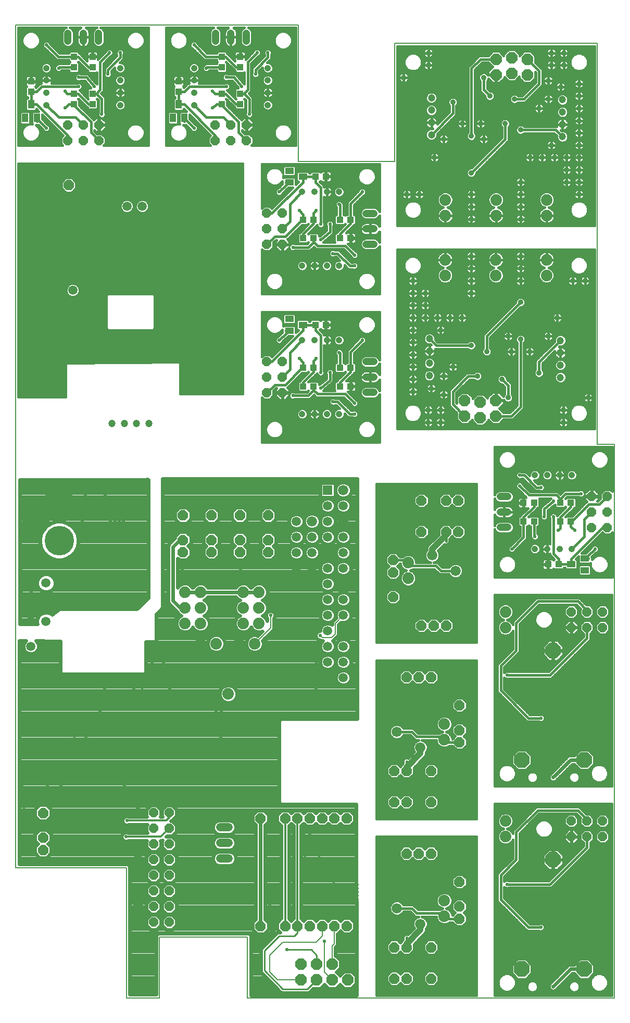
<source format=gbl>
G75*
G70*
%OFA0B0*%
%FSLAX24Y24*%
%IPPOS*%
%LPD*%
%AMOC8*
5,1,8,0,0,1.08239X$1,22.5*
%
%ADD10C,0.0079*%
%ADD11R,0.0591X0.0591*%
%ADD12C,0.0660*%
%ADD13C,0.0591*%
%ADD14C,0.0540*%
%ADD15C,0.1890*%
%ADD16C,0.1770*%
%ADD17OC8,0.0600*%
%ADD18OC8,0.0660*%
%ADD19OC8,0.0740*%
%ADD20C,0.0740*%
%ADD21C,0.0472*%
%ADD22R,0.0433X0.0394*%
%ADD23C,0.0413*%
%ADD24C,0.0480*%
%ADD25R,0.0551X0.0394*%
%ADD26OC8,0.1000*%
%ADD27R,0.0394X0.0433*%
%ADD28R,0.0394X0.0551*%
%ADD29C,0.0240*%
%ADD30C,0.0217*%
%ADD31C,0.0063*%
%ADD32C,0.0120*%
%ADD33C,0.0100*%
%ADD34C,0.0236*%
%ADD35C,0.1654*%
%ADD36C,0.0160*%
%ADD37C,0.0400*%
%ADD38C,0.0354*%
D10*
X001457Y011523D02*
X001457Y065460D01*
X019568Y065460D01*
X019568Y056719D01*
X025709Y056719D01*
X025709Y064279D01*
X038702Y064279D01*
X038702Y038609D01*
X039804Y038609D01*
X039804Y003176D01*
X016300Y003176D01*
X016300Y007074D01*
X010670Y007074D01*
X010670Y003176D01*
X008544Y003176D01*
X008544Y011523D01*
X001457Y011523D01*
D11*
X021438Y035676D03*
D12*
X022438Y035676D03*
X022438Y033676D03*
X020438Y033676D03*
X024869Y033308D03*
X025263Y034983D03*
X025816Y034180D03*
X026119Y035521D03*
X026119Y032521D03*
X027263Y031914D03*
X028119Y031521D03*
X029619Y030521D03*
X030619Y029521D03*
X027869Y028271D03*
X027513Y029021D03*
X026119Y026861D03*
X025459Y027521D03*
X025066Y026468D03*
X027621Y022468D03*
X027977Y021718D03*
X029371Y023877D03*
X030030Y023218D03*
X030424Y024271D03*
X028227Y018824D03*
X027371Y019218D03*
X025871Y020218D03*
X024871Y021218D03*
X029371Y018218D03*
X029674Y016558D03*
X030227Y015755D03*
X029371Y015218D03*
X030424Y012979D03*
X030030Y011926D03*
X029371Y012586D03*
X027977Y010426D03*
X027621Y011176D03*
X025871Y008926D03*
X024871Y009926D03*
X027371Y007926D03*
X028227Y007532D03*
X029371Y006926D03*
X030621Y006139D03*
X029674Y005267D03*
X030227Y004464D03*
X029371Y003926D03*
X030621Y017430D03*
D13*
X022438Y023676D03*
X022438Y024676D03*
X022438Y025676D03*
X022438Y026676D03*
X022438Y027676D03*
X022438Y028676D03*
X022438Y029676D03*
X022438Y030676D03*
X022438Y031676D03*
X022438Y032676D03*
X021438Y032676D03*
X021438Y033676D03*
X021438Y034676D03*
X022438Y034676D03*
X020438Y032676D03*
X020438Y031676D03*
X020438Y030676D03*
X019438Y030676D03*
X019438Y031676D03*
X019438Y032676D03*
X019438Y033676D03*
X021438Y031676D03*
X021438Y030676D03*
X021438Y029676D03*
X021438Y028676D03*
X021438Y027676D03*
X021438Y026676D03*
X021438Y025676D03*
X021438Y024676D03*
X021438Y023676D03*
X005119Y047487D03*
X005119Y048471D03*
X008578Y053845D03*
X009562Y053845D03*
X003406Y029737D03*
X002422Y029737D03*
X002422Y027277D03*
X003406Y027277D03*
X003438Y025676D03*
X002438Y025676D03*
D14*
X014554Y014103D02*
X015094Y014103D01*
X015094Y013103D02*
X014554Y013103D01*
X014554Y012103D02*
X015094Y012103D01*
D15*
X004241Y032443D03*
X015040Y042940D03*
D16*
X004231Y035325D03*
X002760Y033694D03*
D17*
X009288Y015029D03*
X009288Y014029D03*
X009288Y013029D03*
X009288Y012029D03*
X009288Y011029D03*
X009288Y010029D03*
X009288Y009029D03*
X009288Y008029D03*
X010288Y008029D03*
X010288Y009029D03*
X010288Y010029D03*
X010288Y011029D03*
X010288Y012029D03*
X010288Y013029D03*
X010288Y014029D03*
X010288Y015029D03*
X011288Y015029D03*
X011288Y014029D03*
X011288Y013029D03*
X011288Y012029D03*
X011288Y011029D03*
X011288Y010029D03*
X011288Y009029D03*
X011288Y008029D03*
X017532Y041912D03*
X017532Y042912D03*
X017532Y043912D03*
X018532Y043912D03*
X018532Y042912D03*
X018532Y041912D03*
X018532Y051401D03*
X018532Y052401D03*
X018532Y053401D03*
X017532Y053401D03*
X017532Y052401D03*
X017532Y051401D03*
X016237Y058054D03*
X015237Y058054D03*
X015237Y059054D03*
X016237Y059054D03*
X014237Y059054D03*
X014237Y058054D03*
X006788Y058054D03*
X005788Y058054D03*
X005788Y059054D03*
X006788Y059054D03*
X004788Y059054D03*
X004788Y058054D03*
X037032Y027889D03*
X037032Y026889D03*
X038032Y026889D03*
X038032Y027889D03*
X039032Y027889D03*
X039032Y026889D03*
X039335Y033279D03*
X039335Y034279D03*
X039335Y035279D03*
X038335Y035279D03*
X038335Y034279D03*
X038335Y033279D03*
X038032Y014503D03*
X037032Y014503D03*
X037032Y013503D03*
X038032Y013503D03*
X039032Y013503D03*
X039032Y014503D03*
D18*
X029871Y010607D03*
X029871Y009820D03*
X029871Y009032D03*
X029871Y008245D03*
X028052Y006426D03*
X027265Y006426D03*
X026477Y006426D03*
X025690Y006426D03*
X025690Y004426D03*
X026477Y004426D03*
X027265Y004426D03*
X028052Y004426D03*
X028052Y012426D03*
X027265Y012426D03*
X026477Y012426D03*
X025690Y012426D03*
X025690Y015718D03*
X026477Y015718D03*
X027265Y015718D03*
X028052Y015718D03*
X028052Y017718D03*
X027265Y017718D03*
X026477Y017718D03*
X025690Y017718D03*
X022648Y014678D03*
X021861Y014678D03*
X021074Y014678D03*
X020286Y014678D03*
X019499Y014678D03*
X018711Y014678D03*
X017924Y014678D03*
X017137Y014678D03*
X017137Y007788D03*
X017924Y007788D03*
X018711Y007788D03*
X019499Y007788D03*
X020286Y007788D03*
X021074Y007788D03*
X021861Y007788D03*
X022648Y007788D03*
X029871Y019536D03*
X029871Y020324D03*
X029871Y021111D03*
X029871Y021899D03*
X028052Y023718D03*
X027265Y023718D03*
X026477Y023718D03*
X025690Y023718D03*
X027438Y027021D03*
X028225Y027021D03*
X029013Y027021D03*
X029800Y027021D03*
X029800Y033021D03*
X029013Y033021D03*
X028225Y033021D03*
X027438Y033021D03*
X027438Y035021D03*
X028225Y035021D03*
X029013Y035021D03*
X029800Y035021D03*
X025619Y031202D03*
X025619Y030414D03*
X025619Y029627D03*
X025619Y028840D03*
X017629Y031706D03*
X017629Y032493D03*
X017629Y033281D03*
X017629Y034068D03*
X015808Y034068D03*
X015808Y033281D03*
X015808Y032493D03*
X015808Y031706D03*
X013987Y031706D03*
X013987Y032493D03*
X013987Y033281D03*
X013987Y034068D03*
X012166Y034068D03*
X012166Y033281D03*
X012166Y032493D03*
X012166Y031706D03*
X003209Y015023D03*
X003209Y014235D03*
X003209Y013448D03*
X003209Y012660D03*
X004853Y055194D03*
X004853Y055981D03*
D19*
X030198Y041418D03*
X030198Y040418D03*
X031198Y040318D03*
X031198Y041318D03*
X032198Y041418D03*
X032198Y040418D03*
X032213Y062257D03*
X032213Y063257D03*
X033213Y063357D03*
X033213Y062357D03*
X034213Y062257D03*
X034213Y063257D03*
X022721Y005336D03*
X022721Y004336D03*
X021721Y004336D03*
X021721Y005336D03*
X020721Y005336D03*
X020721Y004336D03*
X019721Y004336D03*
X019721Y005336D03*
D20*
X028898Y008414D03*
X028898Y009414D03*
X028898Y010414D03*
X032816Y013503D03*
X032816Y014503D03*
X028898Y019706D03*
X028898Y020706D03*
X028898Y021706D03*
X032816Y026889D03*
X032816Y027889D03*
X026591Y029032D03*
X026591Y030032D03*
X026591Y031032D03*
X017038Y029147D03*
X016038Y029147D03*
X016038Y028147D03*
X016038Y027147D03*
X017038Y027147D03*
X017038Y028147D03*
X016759Y025849D03*
X015759Y025849D03*
X014298Y025849D03*
X013298Y025849D03*
X013298Y027147D03*
X013298Y028147D03*
X013298Y029147D03*
X012298Y029147D03*
X012298Y028147D03*
X012298Y027147D03*
X015070Y023635D03*
X015070Y022635D03*
X028954Y049418D03*
X028954Y050418D03*
X028969Y053257D03*
X028969Y054257D03*
X032213Y054257D03*
X032213Y053257D03*
X032198Y050418D03*
X032198Y049418D03*
X035442Y049418D03*
X035442Y050418D03*
X035457Y053257D03*
X035457Y054257D03*
D21*
X036461Y058302D03*
X036461Y059090D03*
X036461Y059877D03*
X036461Y060664D03*
X028076Y060782D03*
X028076Y059995D03*
X028076Y059208D03*
X028076Y058420D03*
X027950Y045373D03*
X027950Y044586D03*
X027950Y043798D03*
X027950Y043011D03*
X036335Y042893D03*
X036335Y043680D03*
X036335Y044468D03*
X036335Y045255D03*
X009989Y039928D03*
X009202Y039928D03*
X008414Y039928D03*
X007627Y039928D03*
D22*
X019863Y042322D03*
X020532Y042322D03*
X020532Y043503D03*
X019863Y043503D03*
X020650Y046259D03*
X021320Y046259D03*
X022225Y043503D03*
X022894Y043503D03*
X022894Y042322D03*
X022225Y042322D03*
X022225Y051810D03*
X022894Y051810D03*
X022894Y052991D03*
X022225Y052991D03*
X020532Y052991D03*
X019863Y052991D03*
X019863Y051810D03*
X020532Y051810D03*
X020650Y055747D03*
X021320Y055747D03*
X033973Y034869D03*
X034642Y034869D03*
X034642Y033688D03*
X033973Y033688D03*
X035548Y030932D03*
X036217Y030932D03*
X036335Y033688D03*
X037005Y033688D03*
X037005Y034869D03*
X036335Y034869D03*
D23*
X036276Y036641D03*
X035489Y036641D03*
X034702Y036641D03*
X037064Y036641D03*
X037064Y031916D03*
X036276Y031916D03*
X035489Y031916D03*
X034702Y031916D03*
X022166Y040550D03*
X021379Y040550D03*
X020591Y040550D03*
X019804Y040550D03*
X019804Y045275D03*
X020591Y045275D03*
X021379Y045275D03*
X022166Y045275D03*
X022166Y050038D03*
X021379Y050038D03*
X020591Y050038D03*
X019804Y050038D03*
X019804Y054763D03*
X020591Y054763D03*
X021379Y054763D03*
X022166Y054763D03*
X017599Y060326D03*
X017599Y061113D03*
X017599Y061901D03*
X017599Y062688D03*
X012875Y062688D03*
X012875Y061901D03*
X012875Y061113D03*
X012875Y060326D03*
X008150Y060326D03*
X008150Y061113D03*
X008150Y061901D03*
X008150Y062688D03*
X003426Y062688D03*
X003426Y061901D03*
X003426Y061113D03*
X003426Y060326D03*
D24*
X004804Y064427D02*
X004804Y064907D01*
X005789Y064907D02*
X005789Y064427D01*
X006773Y064427D02*
X006773Y064907D01*
X014253Y064907D02*
X014253Y064427D01*
X015237Y064427D02*
X015237Y064907D01*
X016222Y064907D02*
X016222Y064427D01*
X023905Y053384D02*
X024385Y053384D01*
X024385Y052400D02*
X023905Y052400D01*
X023905Y051416D02*
X024385Y051416D01*
X024385Y043896D02*
X023905Y043896D01*
X023905Y042912D02*
X024385Y042912D01*
X024385Y041928D02*
X023905Y041928D01*
X032483Y035263D02*
X032963Y035263D01*
X032963Y034279D02*
X032483Y034279D01*
X032483Y033295D02*
X032963Y033295D01*
D25*
X037024Y030932D03*
X037891Y030558D03*
X037891Y031306D03*
X019843Y046259D03*
X018977Y046633D03*
X018977Y045885D03*
X018977Y055373D03*
X018977Y056121D03*
X019843Y055747D03*
D26*
X035867Y025414D03*
X037867Y018414D03*
X033867Y018414D03*
X035867Y012029D03*
X037867Y005029D03*
X033867Y005029D03*
D27*
X015828Y060385D03*
X015828Y061054D03*
X015828Y062747D03*
X015828Y063416D03*
X014646Y063416D03*
X014646Y062747D03*
X014646Y061054D03*
X014646Y060385D03*
X011891Y061172D03*
X011891Y061842D03*
X006379Y061054D03*
X006379Y060385D03*
X005198Y060385D03*
X005198Y061054D03*
X005198Y062747D03*
X005198Y063416D03*
X006379Y063416D03*
X006379Y062747D03*
X002442Y061842D03*
X002442Y061172D03*
D28*
X002442Y060365D03*
X002816Y059499D03*
X002068Y059499D03*
X011517Y059499D03*
X012265Y059499D03*
X011891Y060365D03*
D29*
X010862Y036413D02*
X023319Y036408D01*
X023319Y021045D01*
X018447Y021045D01*
X018319Y020917D01*
X018319Y015698D01*
X018447Y015570D01*
X023270Y015570D01*
X023279Y003355D01*
X016536Y003355D01*
X016536Y007167D01*
X016408Y007295D01*
X010587Y007295D01*
X010459Y007167D01*
X010459Y003395D01*
X008766Y003395D01*
X008766Y011607D01*
X008638Y011735D01*
X001676Y011735D01*
X001676Y026039D01*
X002130Y026039D01*
X002036Y025945D01*
X001963Y025771D01*
X001963Y025582D01*
X002036Y025407D01*
X002169Y025274D01*
X002343Y025202D01*
X002532Y025202D01*
X002706Y025274D01*
X002840Y025407D01*
X002912Y025582D01*
X002912Y025771D01*
X002840Y025945D01*
X002746Y026039D01*
X003244Y026039D01*
X003258Y026025D01*
X004320Y026025D01*
X004320Y023979D01*
X004390Y023909D01*
X009706Y023909D01*
X009776Y023979D01*
X009776Y025975D01*
X010395Y025975D01*
X010465Y026046D01*
X010465Y027746D01*
X010720Y027988D01*
X010723Y027990D01*
X010766Y028032D01*
X010809Y028073D01*
X010811Y028077D01*
X010813Y028080D01*
X010836Y028135D01*
X010860Y028189D01*
X010861Y028193D01*
X010862Y028197D01*
X010862Y028257D01*
X010864Y028317D01*
X010862Y028320D01*
X010862Y036413D01*
X010862Y036214D02*
X023319Y036214D01*
X023319Y035975D02*
X022859Y035975D01*
X022869Y035965D02*
X022726Y036108D01*
X022539Y036185D01*
X022337Y036185D01*
X022149Y036108D01*
X022006Y035965D01*
X021929Y035777D01*
X021929Y035575D01*
X022006Y035388D01*
X022149Y035245D01*
X022337Y035167D01*
X022539Y035167D01*
X022726Y035245D01*
X022869Y035388D01*
X022947Y035575D01*
X022947Y035777D01*
X022869Y035965D01*
X022947Y035737D02*
X023319Y035737D01*
X023319Y035498D02*
X022915Y035498D01*
X022741Y035260D02*
X023319Y035260D01*
X023319Y035021D02*
X022764Y035021D01*
X022706Y035078D02*
X022532Y035151D01*
X022343Y035151D01*
X022169Y035078D01*
X022036Y034945D01*
X021963Y034771D01*
X021963Y034582D01*
X022036Y034407D01*
X022169Y034274D01*
X022343Y034202D01*
X022532Y034202D01*
X022706Y034274D01*
X022840Y034407D01*
X022912Y034582D01*
X022912Y034771D01*
X022840Y034945D01*
X022706Y035078D01*
X022907Y034783D02*
X023319Y034783D01*
X023319Y034544D02*
X022897Y034544D01*
X022738Y034306D02*
X023319Y034306D01*
X023319Y034067D02*
X021718Y034067D01*
X021706Y034078D02*
X021532Y034151D01*
X021343Y034151D01*
X021169Y034078D01*
X021036Y033945D01*
X020963Y033771D01*
X020963Y033582D01*
X021036Y033407D01*
X021169Y033274D01*
X021343Y033202D01*
X021532Y033202D01*
X021706Y033274D01*
X021840Y033407D01*
X021912Y033582D01*
X021912Y033771D01*
X021840Y033945D01*
X021706Y034078D01*
X021706Y034274D02*
X021840Y034407D01*
X021912Y034582D01*
X021912Y034771D01*
X021840Y034945D01*
X021706Y035078D01*
X021532Y035151D01*
X021343Y035151D01*
X021169Y035078D01*
X021036Y034945D01*
X020963Y034771D01*
X020963Y034582D01*
X021036Y034407D01*
X021169Y034274D01*
X021343Y034202D01*
X021532Y034202D01*
X021706Y034274D01*
X021738Y034306D02*
X022137Y034306D01*
X021979Y034544D02*
X021897Y034544D01*
X021907Y034783D02*
X021968Y034783D01*
X022112Y035021D02*
X021764Y035021D01*
X021807Y035202D02*
X021912Y035307D01*
X021912Y036046D01*
X021807Y036151D01*
X021068Y036151D01*
X020963Y036046D01*
X020963Y035307D01*
X021068Y035202D01*
X021807Y035202D01*
X021865Y035260D02*
X022134Y035260D01*
X021960Y035498D02*
X021912Y035498D01*
X021912Y035737D02*
X021929Y035737D01*
X021912Y035975D02*
X022017Y035975D01*
X020963Y035975D02*
X010862Y035975D01*
X010862Y035737D02*
X020963Y035737D01*
X020963Y035498D02*
X010862Y035498D01*
X010862Y035260D02*
X021010Y035260D01*
X021112Y035021D02*
X010862Y035021D01*
X010862Y034783D02*
X020968Y034783D01*
X020979Y034544D02*
X017872Y034544D01*
X017840Y034577D02*
X017418Y034577D01*
X017120Y034279D01*
X017120Y033857D01*
X017418Y033559D01*
X017840Y033559D01*
X018138Y033857D01*
X018138Y034279D01*
X017840Y034577D01*
X018111Y034306D02*
X021137Y034306D01*
X021158Y034067D02*
X020767Y034067D01*
X020726Y034108D02*
X020539Y034185D01*
X020337Y034185D01*
X020149Y034108D01*
X020006Y033965D01*
X019929Y033777D01*
X019929Y033575D01*
X020006Y033388D01*
X020149Y033245D01*
X020337Y033167D01*
X020539Y033167D01*
X020726Y033245D01*
X020869Y033388D01*
X020947Y033575D01*
X020947Y033777D01*
X020869Y033965D01*
X020726Y034108D01*
X020926Y033829D02*
X020988Y033829D01*
X020963Y033590D02*
X020947Y033590D01*
X020833Y033352D02*
X021091Y033352D01*
X021169Y033078D02*
X021036Y032945D01*
X020963Y032771D01*
X020963Y032582D01*
X021036Y032407D01*
X021169Y032274D01*
X021343Y032202D01*
X021532Y032202D01*
X021706Y032274D01*
X021840Y032407D01*
X021912Y032582D01*
X021912Y032771D01*
X021840Y032945D01*
X021706Y033078D01*
X021532Y033151D01*
X021343Y033151D01*
X021169Y033078D01*
X021253Y033113D02*
X020622Y033113D01*
X020706Y033078D02*
X020532Y033151D01*
X020343Y033151D01*
X020169Y033078D01*
X020036Y032945D01*
X019963Y032771D01*
X019963Y032582D01*
X020036Y032407D01*
X020169Y032274D01*
X020343Y032202D01*
X020532Y032202D01*
X020706Y032274D01*
X020840Y032407D01*
X020912Y032582D01*
X020912Y032771D01*
X020840Y032945D01*
X020706Y033078D01*
X020869Y032875D02*
X021007Y032875D01*
X020963Y032636D02*
X020912Y032636D01*
X020830Y032398D02*
X021045Y032398D01*
X020706Y032078D02*
X020532Y032151D01*
X020343Y032151D01*
X020169Y032078D01*
X020036Y031945D01*
X019963Y031771D01*
X019963Y031582D01*
X020036Y031407D01*
X020169Y031274D01*
X020343Y031202D01*
X020532Y031202D01*
X020706Y031274D01*
X020840Y031407D01*
X020912Y031582D01*
X020912Y031771D01*
X020840Y031945D01*
X020706Y032078D01*
X020850Y031921D02*
X022026Y031921D01*
X022036Y031945D02*
X021963Y031771D01*
X021963Y031582D01*
X022036Y031407D01*
X022169Y031274D01*
X022343Y031202D01*
X022532Y031202D01*
X022706Y031274D01*
X022840Y031407D01*
X022912Y031582D01*
X022912Y031771D01*
X022840Y031945D01*
X022706Y032078D01*
X022532Y032151D01*
X022343Y032151D01*
X022169Y032078D01*
X022036Y031945D01*
X021963Y031682D02*
X020912Y031682D01*
X020855Y031444D02*
X022021Y031444D01*
X022169Y031078D02*
X022036Y030945D01*
X021963Y030771D01*
X021963Y030582D01*
X022036Y030407D01*
X022169Y030274D01*
X022343Y030202D01*
X022532Y030202D01*
X022706Y030274D01*
X022840Y030407D01*
X022912Y030582D01*
X022912Y030771D01*
X022840Y030945D01*
X022706Y031078D01*
X022532Y031151D01*
X022343Y031151D01*
X022169Y031078D01*
X022058Y030967D02*
X021818Y030967D01*
X021840Y030945D02*
X021706Y031078D01*
X021532Y031151D01*
X021343Y031151D01*
X021169Y031078D01*
X021036Y030945D01*
X020963Y030771D01*
X020963Y030582D01*
X021036Y030407D01*
X021169Y030274D01*
X021343Y030202D01*
X021532Y030202D01*
X021706Y030274D01*
X021840Y030407D01*
X021912Y030582D01*
X021912Y030771D01*
X021840Y030945D01*
X021912Y030728D02*
X021963Y030728D01*
X022002Y030490D02*
X021874Y030490D01*
X021651Y030251D02*
X022224Y030251D01*
X022651Y030251D02*
X023319Y030251D01*
X023319Y030013D02*
X021772Y030013D01*
X021706Y030078D02*
X021532Y030151D01*
X021343Y030151D01*
X021169Y030078D01*
X021036Y029945D01*
X020963Y029771D01*
X020963Y029582D01*
X021036Y029407D01*
X021169Y029274D01*
X021343Y029202D01*
X021532Y029202D01*
X021706Y029274D01*
X021840Y029407D01*
X021912Y029582D01*
X021912Y029771D01*
X021840Y029945D01*
X021706Y030078D01*
X021911Y029774D02*
X023319Y029774D01*
X023319Y029536D02*
X021893Y029536D01*
X021730Y029297D02*
X023319Y029297D01*
X023319Y029059D02*
X022726Y029059D01*
X022706Y029078D02*
X022532Y029151D01*
X022343Y029151D01*
X022169Y029078D01*
X022036Y028945D01*
X021963Y028771D01*
X021963Y028582D01*
X022036Y028407D01*
X022169Y028274D01*
X022343Y028202D01*
X022532Y028202D01*
X022706Y028274D01*
X022840Y028407D01*
X022912Y028582D01*
X022912Y028771D01*
X022840Y028945D01*
X022706Y029078D01*
X022892Y028820D02*
X023319Y028820D01*
X023319Y028582D02*
X022912Y028582D01*
X022776Y028343D02*
X023319Y028343D01*
X023319Y028105D02*
X022643Y028105D01*
X022706Y028078D02*
X022532Y028151D01*
X022343Y028151D01*
X022169Y028078D01*
X022036Y027945D01*
X021963Y027771D01*
X021963Y027582D01*
X021988Y027524D01*
X021708Y027244D01*
X021708Y027077D01*
X021706Y027078D01*
X021532Y027151D01*
X021343Y027151D01*
X021169Y027078D01*
X021036Y026945D01*
X020963Y026771D01*
X020963Y026664D01*
X020900Y026664D01*
X020795Y026621D01*
X020714Y026540D01*
X020670Y026434D01*
X020670Y026320D01*
X020714Y026214D01*
X020795Y026133D01*
X020900Y026090D01*
X020959Y026090D01*
X021012Y026036D01*
X021127Y026036D01*
X021036Y025945D01*
X020963Y025771D01*
X020963Y025582D01*
X021036Y025407D01*
X021169Y025274D01*
X021343Y025202D01*
X021532Y025202D01*
X021706Y025274D01*
X021840Y025407D01*
X021912Y025582D01*
X021912Y025771D01*
X021840Y025945D01*
X021748Y026036D01*
X021773Y026036D01*
X022005Y026269D01*
X022129Y026392D01*
X022129Y027069D01*
X022285Y027226D01*
X022343Y027202D01*
X022532Y027202D01*
X022706Y027274D01*
X022840Y027407D01*
X022912Y027582D01*
X022912Y027771D01*
X022840Y027945D01*
X022706Y028078D01*
X022872Y027866D02*
X023319Y027866D01*
X023319Y027628D02*
X022912Y027628D01*
X022822Y027389D02*
X023319Y027389D01*
X023319Y027151D02*
X022210Y027151D01*
X022129Y026912D02*
X023319Y026912D01*
X023319Y026674D02*
X022129Y026674D01*
X022129Y026435D02*
X023319Y026435D01*
X023319Y026197D02*
X021933Y026197D01*
X021827Y025958D02*
X022049Y025958D01*
X022036Y025945D02*
X021963Y025771D01*
X021963Y025582D01*
X022036Y025407D01*
X022169Y025274D01*
X022343Y025202D01*
X022532Y025202D01*
X022706Y025274D01*
X022840Y025407D01*
X022912Y025582D01*
X022912Y025771D01*
X022840Y025945D01*
X022706Y026078D01*
X022532Y026151D01*
X022343Y026151D01*
X022169Y026078D01*
X022036Y025945D01*
X021963Y025720D02*
X021912Y025720D01*
X021870Y025481D02*
X022005Y025481D01*
X022245Y025243D02*
X021631Y025243D01*
X021532Y025151D02*
X021343Y025151D01*
X021169Y025078D01*
X021036Y024945D01*
X020963Y024771D01*
X020963Y024582D01*
X021036Y024407D01*
X021169Y024274D01*
X021343Y024202D01*
X021532Y024202D01*
X021706Y024274D01*
X021840Y024407D01*
X021912Y024582D01*
X021912Y024771D01*
X021840Y024945D01*
X021706Y025078D01*
X021532Y025151D01*
X021781Y025004D02*
X022095Y025004D01*
X022036Y024945D02*
X021963Y024771D01*
X021963Y024582D01*
X022036Y024407D01*
X022169Y024274D01*
X022343Y024202D01*
X022532Y024202D01*
X022706Y024274D01*
X022840Y024407D01*
X022912Y024582D01*
X022912Y024771D01*
X022840Y024945D01*
X022706Y025078D01*
X022532Y025151D01*
X022343Y025151D01*
X022169Y025078D01*
X022036Y024945D01*
X021963Y024766D02*
X021912Y024766D01*
X021889Y024527D02*
X021986Y024527D01*
X022154Y024289D02*
X021721Y024289D01*
X022036Y023945D02*
X021963Y023771D01*
X021963Y023582D01*
X022036Y023407D01*
X022169Y023274D01*
X022343Y023202D01*
X022532Y023202D01*
X022706Y023274D01*
X022840Y023407D01*
X022912Y023582D01*
X022912Y023771D01*
X022840Y023945D01*
X022706Y024078D01*
X022532Y024151D01*
X022343Y024151D01*
X022169Y024078D01*
X022036Y023945D01*
X021980Y023812D02*
X001676Y023812D01*
X001676Y024050D02*
X004320Y024050D01*
X004320Y024289D02*
X001676Y024289D01*
X001676Y024527D02*
X004320Y024527D01*
X004320Y024766D02*
X001676Y024766D01*
X001676Y025004D02*
X004320Y025004D01*
X004320Y025243D02*
X002631Y025243D01*
X002870Y025481D02*
X004320Y025481D01*
X004320Y025720D02*
X002912Y025720D01*
X002827Y025958D02*
X004320Y025958D01*
X003782Y027711D02*
X003731Y027762D01*
X003520Y027849D01*
X003292Y027849D01*
X003082Y027762D01*
X002921Y027601D01*
X002834Y027391D01*
X002834Y027163D01*
X002861Y027097D01*
X001735Y027097D01*
X001735Y036359D01*
X009952Y036355D01*
X009952Y028776D01*
X009217Y028081D01*
X004590Y028081D01*
X004549Y028064D01*
X004243Y028064D01*
X003782Y027711D01*
X003985Y027866D02*
X001735Y027866D01*
X001735Y027628D02*
X002947Y027628D01*
X002834Y027389D02*
X001735Y027389D01*
X001735Y027151D02*
X002838Y027151D01*
X002049Y025958D02*
X001676Y025958D01*
X001676Y025720D02*
X001963Y025720D01*
X002005Y025481D02*
X001676Y025481D01*
X001676Y025243D02*
X002245Y025243D01*
X001676Y023573D02*
X021967Y023573D01*
X022108Y023335D02*
X001676Y023335D01*
X001676Y023096D02*
X014755Y023096D01*
X014759Y023100D02*
X014604Y022946D01*
X014521Y022744D01*
X014521Y022526D01*
X014604Y022324D01*
X014759Y022169D01*
X014960Y022086D01*
X015179Y022086D01*
X015381Y022169D01*
X015535Y022324D01*
X015619Y022526D01*
X015619Y022744D01*
X015535Y022946D01*
X015381Y023100D01*
X015179Y023184D01*
X014960Y023184D01*
X014759Y023100D01*
X014568Y022858D02*
X001676Y022858D01*
X001676Y022619D02*
X014521Y022619D01*
X014581Y022381D02*
X001676Y022381D01*
X001676Y022142D02*
X014824Y022142D01*
X015315Y022142D02*
X023319Y022142D01*
X023319Y021904D02*
X001676Y021904D01*
X001676Y021665D02*
X023319Y021665D01*
X023319Y021427D02*
X001676Y021427D01*
X001676Y021188D02*
X023319Y021188D01*
X023319Y022381D02*
X015559Y022381D01*
X015619Y022619D02*
X023319Y022619D01*
X023319Y022858D02*
X015572Y022858D01*
X015385Y023096D02*
X023319Y023096D01*
X023319Y023335D02*
X022767Y023335D01*
X022909Y023573D02*
X023319Y023573D01*
X023319Y023812D02*
X022895Y023812D01*
X022735Y024050D02*
X023319Y024050D01*
X023319Y024289D02*
X022721Y024289D01*
X022889Y024527D02*
X023319Y024527D01*
X023319Y024766D02*
X022912Y024766D01*
X022781Y025004D02*
X023319Y025004D01*
X023319Y025243D02*
X022631Y025243D01*
X022870Y025481D02*
X023319Y025481D01*
X023319Y025720D02*
X022912Y025720D01*
X022827Y025958D02*
X023319Y025958D01*
X021708Y027151D02*
X017987Y027151D01*
X017987Y027389D02*
X021054Y027389D01*
X021036Y027407D02*
X021169Y027274D01*
X021343Y027202D01*
X021532Y027202D01*
X021706Y027274D01*
X021840Y027407D01*
X021912Y027582D01*
X021912Y027771D01*
X021840Y027945D01*
X021706Y028078D01*
X021532Y028151D01*
X021343Y028151D01*
X021169Y028078D01*
X021036Y027945D01*
X020963Y027771D01*
X020963Y027582D01*
X021036Y027407D01*
X020963Y027628D02*
X018064Y027628D01*
X018064Y027613D02*
X018064Y027727D01*
X018020Y027833D01*
X017939Y027914D01*
X017834Y027958D01*
X017719Y027958D01*
X017614Y027914D01*
X017533Y027833D01*
X017489Y027727D01*
X017489Y027613D01*
X017533Y027508D01*
X017566Y027474D01*
X017566Y027308D01*
X017504Y027458D01*
X017349Y027612D01*
X017266Y027647D01*
X017349Y027681D01*
X017504Y027836D01*
X017587Y028037D01*
X017587Y028256D01*
X017504Y028458D01*
X017349Y028612D01*
X017266Y028647D01*
X017349Y028681D01*
X017504Y028836D01*
X017587Y029037D01*
X017587Y029256D01*
X017504Y029458D01*
X017349Y029612D01*
X017147Y029696D01*
X016929Y029696D01*
X016727Y029612D01*
X016573Y029458D01*
X016568Y029446D01*
X016509Y029446D01*
X016504Y029458D01*
X016349Y029612D01*
X016147Y029696D01*
X015929Y029696D01*
X015727Y029612D01*
X015573Y029458D01*
X015568Y029446D01*
X013768Y029446D01*
X013763Y029458D01*
X013609Y029612D01*
X013407Y029696D01*
X013189Y029696D01*
X012987Y029612D01*
X012833Y029458D01*
X012828Y029446D01*
X012768Y029446D01*
X012763Y029458D01*
X012609Y029612D01*
X012407Y029696D01*
X012189Y029696D01*
X011987Y029612D01*
X011833Y029458D01*
X011825Y029440D01*
X011825Y031327D01*
X011955Y031197D01*
X012377Y031197D01*
X012675Y031495D01*
X012675Y031917D01*
X012492Y032099D01*
X012675Y032282D01*
X012675Y032704D01*
X012377Y033002D01*
X011955Y033002D01*
X011657Y032704D01*
X011657Y032604D01*
X011273Y032220D01*
X011227Y032110D01*
X011227Y028546D01*
X011273Y028436D01*
X011357Y028352D01*
X011804Y027905D01*
X011833Y027836D01*
X011987Y027681D01*
X012070Y027647D01*
X011987Y027612D01*
X011833Y027458D01*
X011749Y027256D01*
X011749Y027037D01*
X011833Y026836D01*
X011987Y026681D01*
X012189Y026598D01*
X012407Y026598D01*
X012609Y026681D01*
X012763Y026836D01*
X012798Y026919D01*
X012833Y026836D01*
X012987Y026681D01*
X013189Y026598D01*
X013407Y026598D01*
X013609Y026681D01*
X013763Y026836D01*
X013847Y027037D01*
X013847Y027256D01*
X013763Y027458D01*
X013609Y027612D01*
X013526Y027647D01*
X013609Y027681D01*
X013763Y027836D01*
X013847Y028037D01*
X013847Y028256D01*
X013763Y028458D01*
X013609Y028612D01*
X013526Y028647D01*
X013609Y028681D01*
X013763Y028836D01*
X013768Y028848D01*
X015568Y028848D01*
X015573Y028836D01*
X015727Y028681D01*
X015811Y028647D01*
X015727Y028612D01*
X015573Y028458D01*
X015489Y028256D01*
X015489Y028037D01*
X015573Y027836D01*
X015727Y027681D01*
X015811Y027647D01*
X015727Y027612D01*
X015573Y027458D01*
X015489Y027256D01*
X015489Y027037D01*
X015573Y026836D01*
X015727Y026681D01*
X015929Y026598D01*
X016147Y026598D01*
X016349Y026681D01*
X016504Y026836D01*
X016538Y026919D01*
X016573Y026836D01*
X016727Y026681D01*
X016929Y026598D01*
X017147Y026598D01*
X017253Y026641D01*
X016968Y026357D01*
X016868Y026398D01*
X016649Y026398D01*
X016448Y026315D01*
X016293Y026160D01*
X016210Y025959D01*
X016210Y025740D01*
X016293Y025538D01*
X016448Y025384D01*
X016649Y025300D01*
X016868Y025300D01*
X017070Y025384D01*
X017224Y025538D01*
X017308Y025740D01*
X017308Y025959D01*
X017266Y026059D01*
X017987Y026780D01*
X017987Y027474D01*
X018020Y027508D01*
X018064Y027613D01*
X017987Y027866D02*
X021003Y027866D01*
X021233Y028105D02*
X017587Y028105D01*
X017566Y027866D02*
X017516Y027866D01*
X017489Y027628D02*
X017312Y027628D01*
X017532Y027389D02*
X017566Y027389D01*
X017987Y026912D02*
X021022Y026912D01*
X020963Y026674D02*
X017881Y026674D01*
X017642Y026435D02*
X020671Y026435D01*
X020731Y026197D02*
X017404Y026197D01*
X017308Y025958D02*
X021049Y025958D01*
X020963Y025720D02*
X017299Y025720D01*
X017167Y025481D02*
X021005Y025481D01*
X021245Y025243D02*
X009776Y025243D01*
X009776Y025481D02*
X013890Y025481D01*
X013833Y025538D02*
X013987Y025384D01*
X014189Y025300D01*
X014407Y025300D01*
X014609Y025384D01*
X014763Y025538D01*
X014847Y025740D01*
X014847Y025959D01*
X014763Y026160D01*
X014609Y026315D01*
X014407Y026398D01*
X014189Y026398D01*
X013987Y026315D01*
X013833Y026160D01*
X013749Y025959D01*
X013749Y025740D01*
X013833Y025538D01*
X013757Y025720D02*
X009776Y025720D01*
X009776Y025958D02*
X013749Y025958D01*
X013869Y026197D02*
X010465Y026197D01*
X010465Y026435D02*
X017047Y026435D01*
X016745Y026674D02*
X016331Y026674D01*
X016535Y026912D02*
X016541Y026912D01*
X016329Y026197D02*
X014727Y026197D01*
X014847Y025958D02*
X016210Y025958D01*
X016218Y025720D02*
X014839Y025720D01*
X014706Y025481D02*
X016350Y025481D01*
X015745Y026674D02*
X013591Y026674D01*
X013795Y026912D02*
X015541Y026912D01*
X015489Y027151D02*
X013847Y027151D01*
X013792Y027389D02*
X015544Y027389D01*
X015765Y027628D02*
X013571Y027628D01*
X013776Y027866D02*
X015560Y027866D01*
X015489Y028105D02*
X013847Y028105D01*
X013811Y028343D02*
X015525Y028343D01*
X015697Y028582D02*
X013639Y028582D01*
X013748Y028820D02*
X015588Y028820D01*
X016038Y029147D02*
X017038Y029147D01*
X016651Y029536D02*
X016426Y029536D01*
X016038Y029147D02*
X013298Y029147D01*
X012298Y029147D01*
X011911Y029536D02*
X011825Y029536D01*
X011825Y029774D02*
X020965Y029774D01*
X020983Y029536D02*
X017426Y029536D01*
X017570Y029297D02*
X021146Y029297D01*
X021169Y029078D02*
X021036Y028945D01*
X020963Y028771D01*
X020963Y028582D01*
X021036Y028407D01*
X021169Y028274D01*
X021343Y028202D01*
X021532Y028202D01*
X021706Y028274D01*
X021840Y028407D01*
X021912Y028582D01*
X021912Y028771D01*
X021840Y028945D01*
X021706Y029078D01*
X021532Y029151D01*
X021343Y029151D01*
X021169Y029078D01*
X021149Y029059D02*
X017587Y029059D01*
X017488Y028820D02*
X020984Y028820D01*
X020963Y028582D02*
X017380Y028582D01*
X017551Y028343D02*
X021100Y028343D01*
X021643Y028105D02*
X022233Y028105D01*
X022100Y028343D02*
X021776Y028343D01*
X021912Y028582D02*
X021963Y028582D01*
X021984Y028820D02*
X021892Y028820D01*
X021726Y029059D02*
X022149Y029059D01*
X022003Y027866D02*
X021872Y027866D01*
X021912Y027628D02*
X021963Y027628D01*
X021853Y027389D02*
X021822Y027389D01*
X021095Y025004D02*
X009776Y025004D01*
X009776Y024766D02*
X020963Y024766D01*
X020986Y024527D02*
X009776Y024527D01*
X009776Y024289D02*
X021154Y024289D01*
X022141Y024050D02*
X009776Y024050D01*
X010465Y026674D02*
X012005Y026674D01*
X011801Y026912D02*
X010465Y026912D01*
X010465Y027151D02*
X011749Y027151D01*
X011804Y027389D02*
X010465Y027389D01*
X010465Y027628D02*
X012025Y027628D01*
X011820Y027866D02*
X010592Y027866D01*
X010824Y028105D02*
X011604Y028105D01*
X011366Y028343D02*
X010862Y028343D01*
X010862Y028582D02*
X011227Y028582D01*
X011227Y028820D02*
X010862Y028820D01*
X010862Y029059D02*
X011227Y029059D01*
X011227Y029297D02*
X010862Y029297D01*
X010862Y029536D02*
X011227Y029536D01*
X011227Y029774D02*
X010862Y029774D01*
X010862Y030013D02*
X011227Y030013D01*
X011227Y030251D02*
X010862Y030251D01*
X010862Y030490D02*
X011227Y030490D01*
X011227Y030728D02*
X010862Y030728D01*
X010862Y030967D02*
X011227Y030967D01*
X011227Y031205D02*
X010862Y031205D01*
X010862Y031444D02*
X011227Y031444D01*
X011227Y031682D02*
X010862Y031682D01*
X010862Y031921D02*
X011227Y031921D01*
X011248Y032159D02*
X010862Y032159D01*
X010862Y032398D02*
X011451Y032398D01*
X011657Y032636D02*
X010862Y032636D01*
X010862Y032875D02*
X011828Y032875D01*
X011969Y032493D02*
X011526Y032050D01*
X011526Y028605D01*
X011985Y028147D01*
X012298Y028147D01*
X012795Y026912D02*
X012801Y026912D01*
X013005Y026674D02*
X012591Y026674D01*
X012685Y029536D02*
X012911Y029536D01*
X013685Y029536D02*
X015651Y029536D01*
X015597Y031197D02*
X015299Y031495D01*
X015299Y031917D01*
X015482Y032099D01*
X015299Y032282D01*
X015299Y032704D01*
X015597Y033002D01*
X016019Y033002D01*
X016317Y032704D01*
X016317Y032282D01*
X016134Y032099D01*
X016317Y031917D01*
X016317Y031495D01*
X016019Y031197D01*
X015597Y031197D01*
X015588Y031205D02*
X014206Y031205D01*
X014198Y031197D02*
X014496Y031495D01*
X014496Y031917D01*
X014313Y032099D01*
X014496Y032282D01*
X014496Y032704D01*
X014198Y033002D01*
X013776Y033002D01*
X013478Y032704D01*
X013478Y032282D01*
X013661Y032099D01*
X013478Y031917D01*
X013478Y031495D01*
X013776Y031197D01*
X014198Y031197D01*
X014445Y031444D02*
X015350Y031444D01*
X015299Y031682D02*
X014496Y031682D01*
X014492Y031921D02*
X015303Y031921D01*
X015422Y032159D02*
X014373Y032159D01*
X014496Y032398D02*
X015299Y032398D01*
X015299Y032636D02*
X014496Y032636D01*
X014325Y032875D02*
X015470Y032875D01*
X015597Y033559D02*
X015299Y033857D01*
X015299Y034279D01*
X015597Y034577D01*
X016019Y034577D01*
X016317Y034279D01*
X016317Y033857D01*
X016019Y033559D01*
X015597Y033559D01*
X015566Y033590D02*
X014229Y033590D01*
X014198Y033559D02*
X014496Y033857D01*
X014496Y034279D01*
X014198Y034577D01*
X013776Y034577D01*
X013478Y034279D01*
X013478Y033857D01*
X013776Y033559D01*
X014198Y033559D01*
X014468Y033829D02*
X015327Y033829D01*
X015299Y034067D02*
X014496Y034067D01*
X014469Y034306D02*
X015326Y034306D01*
X015564Y034544D02*
X014231Y034544D01*
X013743Y034544D02*
X012410Y034544D01*
X012377Y034577D02*
X012675Y034279D01*
X012675Y033857D01*
X012377Y033559D01*
X011955Y033559D01*
X011657Y033857D01*
X011657Y034279D01*
X011955Y034577D01*
X012377Y034577D01*
X012648Y034306D02*
X013505Y034306D01*
X013478Y034067D02*
X012675Y034067D01*
X012647Y033829D02*
X013506Y033829D01*
X013745Y033590D02*
X012408Y033590D01*
X011924Y033590D02*
X010862Y033590D01*
X010862Y033352D02*
X019091Y033352D01*
X019036Y033407D02*
X019169Y033274D01*
X019343Y033202D01*
X019532Y033202D01*
X019706Y033274D01*
X019840Y033407D01*
X019912Y033582D01*
X019912Y033771D01*
X019840Y033945D01*
X019706Y034078D01*
X019532Y034151D01*
X019343Y034151D01*
X019169Y034078D01*
X019036Y033945D01*
X018963Y033771D01*
X018963Y033582D01*
X019036Y033407D01*
X018963Y033590D02*
X017871Y033590D01*
X018109Y033829D02*
X018988Y033829D01*
X019158Y034067D02*
X018138Y034067D01*
X017386Y033590D02*
X016050Y033590D01*
X016289Y033829D02*
X017148Y033829D01*
X017120Y034067D02*
X016317Y034067D01*
X016290Y034306D02*
X017147Y034306D01*
X017385Y034544D02*
X016051Y034544D01*
X016146Y032875D02*
X017290Y032875D01*
X017418Y033002D02*
X017120Y032704D01*
X017120Y032282D01*
X017303Y032099D01*
X017120Y031917D01*
X017120Y031495D01*
X017418Y031197D01*
X017840Y031197D01*
X018138Y031495D01*
X018138Y031917D01*
X017955Y032099D01*
X018138Y032282D01*
X018138Y032704D01*
X017840Y033002D01*
X017418Y033002D01*
X017120Y032636D02*
X016317Y032636D01*
X016317Y032398D02*
X017120Y032398D01*
X017243Y032159D02*
X016194Y032159D01*
X016313Y031921D02*
X017124Y031921D01*
X017120Y031682D02*
X016317Y031682D01*
X016266Y031444D02*
X017171Y031444D01*
X017409Y031205D02*
X016027Y031205D01*
X017848Y031205D02*
X019335Y031205D01*
X019343Y031202D02*
X019532Y031202D01*
X019706Y031274D01*
X019840Y031407D01*
X019912Y031582D01*
X019912Y031771D01*
X019840Y031945D01*
X019706Y032078D01*
X019532Y032151D01*
X019343Y032151D01*
X019169Y032078D01*
X019036Y031945D01*
X018963Y031771D01*
X018963Y031582D01*
X019036Y031407D01*
X019169Y031274D01*
X019343Y031202D01*
X019540Y031205D02*
X020335Y031205D01*
X020540Y031205D02*
X022335Y031205D01*
X022540Y031205D02*
X023319Y031205D01*
X023319Y030967D02*
X022818Y030967D01*
X022912Y030728D02*
X023319Y030728D01*
X023319Y030490D02*
X022874Y030490D01*
X022855Y031444D02*
X023319Y031444D01*
X023319Y031682D02*
X022912Y031682D01*
X022850Y031921D02*
X023319Y031921D01*
X023319Y032159D02*
X018015Y032159D01*
X018134Y031921D02*
X019026Y031921D01*
X018963Y031682D02*
X018138Y031682D01*
X018087Y031444D02*
X019021Y031444D01*
X019343Y032202D02*
X019169Y032274D01*
X019036Y032407D01*
X018963Y032582D01*
X018963Y032771D01*
X019036Y032945D01*
X019169Y033078D01*
X019343Y033151D01*
X019532Y033151D01*
X019706Y033078D01*
X019840Y032945D01*
X019912Y032771D01*
X019912Y032582D01*
X019840Y032407D01*
X019706Y032274D01*
X019532Y032202D01*
X019343Y032202D01*
X019045Y032398D02*
X018138Y032398D01*
X018138Y032636D02*
X018963Y032636D01*
X019007Y032875D02*
X017967Y032875D01*
X019253Y033113D02*
X010862Y033113D01*
X010862Y033829D02*
X011685Y033829D01*
X011657Y034067D02*
X010862Y034067D01*
X010862Y034306D02*
X011684Y034306D01*
X011923Y034544D02*
X010862Y034544D01*
X009952Y034544D02*
X001735Y034544D01*
X001735Y034306D02*
X009952Y034306D01*
X009952Y034067D02*
X001735Y034067D01*
X001735Y033829D02*
X009952Y033829D01*
X009952Y033590D02*
X004681Y033590D01*
X004713Y033582D02*
X004402Y033665D01*
X004080Y033665D01*
X003769Y033582D01*
X003490Y033421D01*
X003263Y033193D01*
X003102Y032915D01*
X003019Y032604D01*
X003019Y032282D01*
X003102Y031971D01*
X003263Y031692D01*
X003490Y031465D01*
X003769Y031304D01*
X004080Y031220D01*
X004402Y031220D01*
X004713Y031304D01*
X004991Y031465D01*
X005219Y031692D01*
X005380Y031971D01*
X005463Y032282D01*
X005463Y032604D01*
X005380Y032915D01*
X005219Y033193D01*
X004991Y033421D01*
X004713Y033582D01*
X005061Y033352D02*
X009952Y033352D01*
X009952Y033113D02*
X005265Y033113D01*
X005391Y032875D02*
X009952Y032875D01*
X009952Y032636D02*
X005455Y032636D01*
X005463Y032398D02*
X009952Y032398D01*
X009952Y032159D02*
X005430Y032159D01*
X005351Y031921D02*
X009952Y031921D01*
X009952Y031682D02*
X005209Y031682D01*
X004955Y031444D02*
X009952Y031444D01*
X009952Y031205D02*
X001735Y031205D01*
X001735Y030967D02*
X009952Y030967D01*
X009952Y030728D02*
X001735Y030728D01*
X001735Y030490D02*
X009952Y030490D01*
X009952Y030251D02*
X003662Y030251D01*
X003731Y030223D02*
X003520Y030310D01*
X003292Y030310D01*
X003082Y030223D01*
X002921Y030062D01*
X002834Y029851D01*
X002834Y029623D01*
X002921Y029413D01*
X003082Y029252D01*
X003292Y029164D01*
X003520Y029164D01*
X003731Y029252D01*
X003892Y029413D01*
X003979Y029623D01*
X003979Y029851D01*
X003892Y030062D01*
X003731Y030223D01*
X003912Y030013D02*
X009952Y030013D01*
X009952Y029774D02*
X003979Y029774D01*
X003943Y029536D02*
X009952Y029536D01*
X009952Y029297D02*
X003776Y029297D01*
X003036Y029297D02*
X001735Y029297D01*
X001735Y029059D02*
X009952Y029059D01*
X009952Y028820D02*
X001735Y028820D01*
X001735Y028582D02*
X009746Y028582D01*
X009494Y028343D02*
X001735Y028343D01*
X001735Y028105D02*
X009242Y028105D01*
X011825Y030013D02*
X021104Y030013D01*
X021224Y030251D02*
X011825Y030251D01*
X011825Y030490D02*
X021002Y030490D01*
X020963Y030728D02*
X011825Y030728D01*
X011825Y030967D02*
X021058Y030967D01*
X021830Y032398D02*
X022045Y032398D01*
X022036Y032407D02*
X022169Y032274D01*
X022343Y032202D01*
X022532Y032202D01*
X022706Y032274D01*
X022840Y032407D01*
X022912Y032582D01*
X022912Y032771D01*
X022840Y032945D01*
X022706Y033078D01*
X022532Y033151D01*
X022343Y033151D01*
X022169Y033078D01*
X022036Y032945D01*
X021963Y032771D01*
X021963Y032582D01*
X022036Y032407D01*
X021963Y032636D02*
X021912Y032636D01*
X021869Y032875D02*
X022007Y032875D01*
X022253Y033113D02*
X021622Y033113D01*
X021784Y033352D02*
X023319Y033352D01*
X023319Y033590D02*
X021912Y033590D01*
X021888Y033829D02*
X023319Y033829D01*
X023319Y033113D02*
X022622Y033113D01*
X022869Y032875D02*
X023319Y032875D01*
X023319Y032636D02*
X022912Y032636D01*
X022830Y032398D02*
X023319Y032398D01*
X020253Y033113D02*
X019622Y033113D01*
X019784Y033352D02*
X020042Y033352D01*
X019929Y033590D02*
X019912Y033590D01*
X019888Y033829D02*
X019950Y033829D01*
X020109Y034067D02*
X019718Y034067D01*
X019869Y032875D02*
X020007Y032875D01*
X019963Y032636D02*
X019912Y032636D01*
X019830Y032398D02*
X020045Y032398D01*
X020026Y031921D02*
X019850Y031921D01*
X019912Y031682D02*
X019963Y031682D01*
X020021Y031444D02*
X019855Y031444D01*
X013768Y031205D02*
X012386Y031205D01*
X012624Y031444D02*
X013529Y031444D01*
X013478Y031682D02*
X012675Y031682D01*
X012671Y031921D02*
X013482Y031921D01*
X013601Y032159D02*
X012552Y032159D01*
X012675Y032398D02*
X013478Y032398D01*
X013478Y032636D02*
X012675Y032636D01*
X012504Y032875D02*
X013649Y032875D01*
X012166Y032493D02*
X011969Y032493D01*
X011947Y031205D02*
X011825Y031205D01*
X009952Y034783D02*
X001735Y034783D01*
X001735Y035021D02*
X009952Y035021D01*
X009952Y035260D02*
X001735Y035260D01*
X001735Y035498D02*
X009952Y035498D01*
X009952Y035737D02*
X001735Y035737D01*
X001735Y035975D02*
X009952Y035975D01*
X009952Y036214D02*
X001735Y036214D01*
X001735Y033590D02*
X003800Y033590D01*
X003421Y033352D02*
X001735Y033352D01*
X001735Y033113D02*
X003217Y033113D01*
X003091Y032875D02*
X001735Y032875D01*
X001735Y032636D02*
X003027Y032636D01*
X003019Y032398D02*
X001735Y032398D01*
X001735Y032159D02*
X003051Y032159D01*
X003131Y031921D02*
X001735Y031921D01*
X001735Y031682D02*
X003273Y031682D01*
X003527Y031444D02*
X001735Y031444D01*
X001735Y030251D02*
X003151Y030251D01*
X002900Y030013D02*
X001735Y030013D01*
X001735Y029774D02*
X002834Y029774D01*
X002870Y029536D02*
X001735Y029536D01*
X001676Y020950D02*
X018352Y020950D01*
X018319Y020711D02*
X001676Y020711D01*
X001676Y020473D02*
X018319Y020473D01*
X018319Y020234D02*
X001676Y020234D01*
X001676Y019996D02*
X018319Y019996D01*
X018319Y019757D02*
X001676Y019757D01*
X001676Y019519D02*
X018319Y019519D01*
X018319Y019280D02*
X001676Y019280D01*
X001676Y019042D02*
X018319Y019042D01*
X018319Y018803D02*
X001676Y018803D01*
X001676Y018565D02*
X018319Y018565D01*
X018319Y018326D02*
X001676Y018326D01*
X001676Y018088D02*
X018319Y018088D01*
X018319Y017849D02*
X001676Y017849D01*
X001676Y017611D02*
X018319Y017611D01*
X018319Y017372D02*
X001676Y017372D01*
X001676Y017134D02*
X018319Y017134D01*
X018319Y016895D02*
X001676Y016895D01*
X001676Y016657D02*
X018319Y016657D01*
X018319Y016418D02*
X001676Y016418D01*
X001676Y016180D02*
X018319Y016180D01*
X018319Y015941D02*
X001676Y015941D01*
X001676Y015703D02*
X018319Y015703D01*
X018501Y015187D02*
X018202Y014889D01*
X018202Y014467D01*
X018472Y014197D01*
X018472Y008269D01*
X018202Y007999D01*
X018202Y007578D01*
X018402Y007378D01*
X018223Y007378D01*
X017288Y006443D01*
X017154Y006308D01*
X017154Y004839D01*
X018335Y003658D01*
X018469Y003524D01*
X020233Y003524D01*
X020496Y003787D01*
X020949Y003787D01*
X021221Y004059D01*
X021494Y003787D01*
X021949Y003787D01*
X022221Y004059D01*
X022494Y003787D01*
X022949Y003787D01*
X023270Y004108D01*
X023270Y004563D01*
X022949Y004885D01*
X022494Y004885D01*
X022221Y004612D01*
X021998Y004836D01*
X022270Y005108D01*
X022270Y005563D01*
X021949Y005885D01*
X021924Y005885D01*
X021924Y006422D01*
X022072Y006569D01*
X022072Y007279D01*
X022255Y007462D01*
X022438Y007279D01*
X022859Y007279D01*
X023157Y007578D01*
X023157Y007999D01*
X022859Y008297D01*
X022438Y008297D01*
X022255Y008115D01*
X022072Y008297D01*
X021650Y008297D01*
X021467Y008115D01*
X021284Y008297D01*
X020863Y008297D01*
X020680Y008115D01*
X020497Y008297D01*
X020075Y008297D01*
X019892Y008115D01*
X019738Y008269D01*
X019738Y014197D01*
X019892Y014352D01*
X020075Y014169D01*
X020497Y014169D01*
X020680Y014352D01*
X020863Y014169D01*
X021284Y014169D01*
X021467Y014352D01*
X021650Y014169D01*
X022072Y014169D01*
X022255Y014352D01*
X022438Y014169D01*
X022859Y014169D01*
X023157Y014467D01*
X023157Y014889D01*
X022859Y015187D01*
X022438Y015187D01*
X022255Y015004D01*
X022072Y015187D01*
X021650Y015187D01*
X021467Y015004D01*
X021284Y015187D01*
X020863Y015187D01*
X020680Y015004D01*
X020497Y015187D01*
X020075Y015187D01*
X019892Y015004D01*
X019710Y015187D01*
X019288Y015187D01*
X019105Y015004D01*
X018922Y015187D01*
X018501Y015187D01*
X018301Y014987D02*
X017547Y014987D01*
X017646Y014889D02*
X017347Y015187D01*
X016926Y015187D01*
X016628Y014889D01*
X016628Y014467D01*
X016838Y014257D01*
X016838Y008209D01*
X016628Y007999D01*
X016628Y007578D01*
X016926Y007279D01*
X017347Y007279D01*
X017646Y007578D01*
X017646Y007999D01*
X017436Y008209D01*
X017436Y014257D01*
X017646Y014467D01*
X017646Y014889D01*
X017646Y014749D02*
X018202Y014749D01*
X018202Y014510D02*
X017646Y014510D01*
X017450Y014272D02*
X018398Y014272D01*
X018472Y014033D02*
X017436Y014033D01*
X017436Y013795D02*
X018472Y013795D01*
X018472Y013556D02*
X017436Y013556D01*
X017436Y013318D02*
X018472Y013318D01*
X018472Y013079D02*
X017436Y013079D01*
X017436Y012841D02*
X018472Y012841D01*
X018472Y012602D02*
X017436Y012602D01*
X017436Y012364D02*
X018472Y012364D01*
X018472Y012125D02*
X017436Y012125D01*
X017436Y011887D02*
X018472Y011887D01*
X018472Y011648D02*
X017436Y011648D01*
X017436Y011410D02*
X018472Y011410D01*
X018472Y011171D02*
X017436Y011171D01*
X017436Y010933D02*
X018472Y010933D01*
X018472Y010694D02*
X017436Y010694D01*
X017436Y010456D02*
X018472Y010456D01*
X018472Y010217D02*
X017436Y010217D01*
X017436Y009979D02*
X018472Y009979D01*
X018472Y009740D02*
X017436Y009740D01*
X017436Y009502D02*
X018472Y009502D01*
X018472Y009263D02*
X017436Y009263D01*
X017436Y009025D02*
X018472Y009025D01*
X018472Y008786D02*
X017436Y008786D01*
X017436Y008548D02*
X018472Y008548D01*
X018472Y008309D02*
X017436Y008309D01*
X017574Y008071D02*
X018274Y008071D01*
X018202Y007832D02*
X017646Y007832D01*
X017646Y007594D02*
X018202Y007594D01*
X018200Y007355D02*
X017423Y007355D01*
X017137Y007788D02*
X017137Y014678D01*
X016823Y014272D02*
X015510Y014272D01*
X015543Y014193D02*
X015474Y014358D01*
X015348Y014484D01*
X015183Y014552D01*
X014464Y014552D01*
X014299Y014484D01*
X014173Y014358D01*
X014105Y014193D01*
X014105Y014014D01*
X014173Y013849D01*
X014299Y013723D01*
X014464Y013654D01*
X015183Y013654D01*
X015348Y013723D01*
X015474Y013849D01*
X015543Y014014D01*
X015543Y014193D01*
X015543Y014033D02*
X016838Y014033D01*
X016838Y013795D02*
X015420Y013795D01*
X015348Y013484D02*
X015183Y013552D01*
X014464Y013552D01*
X014299Y013484D01*
X014173Y013358D01*
X014105Y013193D01*
X014105Y013014D01*
X014173Y012849D01*
X014299Y012723D01*
X014464Y012654D01*
X015183Y012654D01*
X015348Y012723D01*
X015474Y012849D01*
X015543Y013014D01*
X015543Y013193D01*
X015474Y013358D01*
X015348Y013484D01*
X015491Y013318D02*
X016838Y013318D01*
X016838Y013556D02*
X011493Y013556D01*
X011487Y013549D02*
X011767Y013830D01*
X011767Y014227D01*
X011487Y014508D01*
X011399Y014508D01*
X011416Y014525D01*
X011440Y014549D01*
X011487Y014549D01*
X011767Y014830D01*
X011767Y015227D01*
X011487Y015508D01*
X011090Y015508D01*
X010809Y015227D01*
X010809Y014830D01*
X010870Y014770D01*
X010707Y014770D01*
X010767Y014830D01*
X010767Y015227D01*
X010487Y015508D01*
X010090Y015508D01*
X009809Y015227D01*
X009809Y014830D01*
X009870Y014770D01*
X008741Y014770D01*
X008736Y014774D01*
X008631Y014818D01*
X008516Y014818D01*
X008411Y014774D01*
X008330Y014693D01*
X008286Y014588D01*
X008286Y014473D01*
X008330Y014368D01*
X008411Y014287D01*
X008516Y014243D01*
X008631Y014243D01*
X008736Y014287D01*
X008741Y014291D01*
X009874Y014291D01*
X009809Y014227D01*
X009809Y013830D01*
X009903Y013736D01*
X008692Y013736D01*
X008687Y013741D01*
X008582Y013784D01*
X008467Y013784D01*
X008362Y013741D01*
X008281Y013660D01*
X008237Y013554D01*
X008237Y013440D01*
X008281Y013334D01*
X008362Y013253D01*
X008467Y013210D01*
X008582Y013210D01*
X008687Y013253D01*
X008692Y013258D01*
X009840Y013258D01*
X009809Y013227D01*
X009809Y012830D01*
X010090Y012549D01*
X010487Y012549D01*
X010767Y012830D01*
X010767Y013227D01*
X010736Y013258D01*
X010804Y013258D01*
X010866Y013283D01*
X010809Y013227D01*
X010809Y012830D01*
X011090Y012549D01*
X011487Y012549D01*
X011767Y012830D01*
X011767Y013227D01*
X011487Y013508D01*
X011105Y013508D01*
X011147Y013549D01*
X011487Y013549D01*
X011676Y013318D02*
X014156Y013318D01*
X014105Y013079D02*
X011767Y013079D01*
X011767Y012841D02*
X014181Y012841D01*
X014299Y012484D02*
X014173Y012358D01*
X014105Y012193D01*
X014105Y012014D01*
X014173Y011849D01*
X014299Y011723D01*
X014464Y011654D01*
X015183Y011654D01*
X015348Y011723D01*
X015474Y011849D01*
X015543Y012014D01*
X015543Y012193D01*
X015474Y012358D01*
X015348Y012484D01*
X015183Y012552D01*
X014464Y012552D01*
X014299Y012484D01*
X014179Y012364D02*
X011630Y012364D01*
X011767Y012227D02*
X011487Y012508D01*
X011090Y012508D01*
X010809Y012227D01*
X010809Y011830D01*
X011090Y011549D01*
X011487Y011549D01*
X011767Y011830D01*
X011767Y012227D01*
X011767Y012125D02*
X014105Y012125D01*
X014157Y011887D02*
X011767Y011887D01*
X011585Y011648D02*
X016838Y011648D01*
X016838Y011410D02*
X011584Y011410D01*
X011487Y011508D02*
X011090Y011508D01*
X010809Y011227D01*
X010809Y010830D01*
X011090Y010549D01*
X011487Y010549D01*
X011767Y010830D01*
X011767Y011227D01*
X011487Y011508D01*
X011767Y011171D02*
X016838Y011171D01*
X016838Y010933D02*
X011767Y010933D01*
X011631Y010694D02*
X016838Y010694D01*
X016838Y010456D02*
X011538Y010456D01*
X011487Y010508D02*
X011090Y010508D01*
X010809Y010227D01*
X010809Y009830D01*
X011090Y009549D01*
X011487Y009549D01*
X011767Y009830D01*
X011767Y010227D01*
X011487Y010508D01*
X011767Y010217D02*
X016838Y010217D01*
X016838Y009979D02*
X011767Y009979D01*
X011677Y009740D02*
X016838Y009740D01*
X016838Y009502D02*
X011492Y009502D01*
X011487Y009508D02*
X011090Y009508D01*
X010809Y009227D01*
X010809Y008830D01*
X011090Y008549D01*
X011487Y008549D01*
X011767Y008830D01*
X011767Y009227D01*
X011487Y009508D01*
X011731Y009263D02*
X016838Y009263D01*
X016838Y009025D02*
X011767Y009025D01*
X011723Y008786D02*
X016838Y008786D01*
X016838Y008548D02*
X008766Y008548D01*
X008766Y008786D02*
X009853Y008786D01*
X009809Y008830D02*
X010090Y008549D01*
X010487Y008549D01*
X010767Y008830D01*
X010767Y009227D01*
X010487Y009508D01*
X010090Y009508D01*
X009809Y009227D01*
X009809Y008830D01*
X009809Y009025D02*
X008766Y009025D01*
X008766Y009263D02*
X009845Y009263D01*
X010084Y009502D02*
X008766Y009502D01*
X008766Y009740D02*
X009899Y009740D01*
X009809Y009830D02*
X010090Y009549D01*
X010487Y009549D01*
X010767Y009830D01*
X010767Y010227D01*
X010487Y010508D01*
X010090Y010508D01*
X009809Y010227D01*
X009809Y009830D01*
X009809Y009979D02*
X008766Y009979D01*
X008766Y010217D02*
X009809Y010217D01*
X010038Y010456D02*
X008766Y010456D01*
X008766Y010694D02*
X009945Y010694D01*
X009809Y010830D02*
X010090Y010549D01*
X010487Y010549D01*
X010767Y010830D01*
X010767Y011227D01*
X010487Y011508D01*
X010090Y011508D01*
X009809Y011227D01*
X009809Y010830D01*
X009809Y010933D02*
X008766Y010933D01*
X008766Y011171D02*
X009809Y011171D01*
X009992Y011410D02*
X008766Y011410D01*
X008725Y011648D02*
X009991Y011648D01*
X010090Y011549D02*
X010487Y011549D01*
X010767Y011830D01*
X010767Y012227D01*
X010487Y012508D01*
X010090Y012508D01*
X009809Y012227D01*
X009809Y011830D01*
X010090Y011549D01*
X009809Y011887D02*
X001676Y011887D01*
X001676Y012125D02*
X009809Y012125D01*
X009946Y012364D02*
X003633Y012364D01*
X003718Y012450D02*
X003420Y012151D01*
X002999Y012151D01*
X002700Y012450D01*
X002700Y012871D01*
X002883Y013054D01*
X002700Y013237D01*
X002700Y013659D01*
X002999Y013957D01*
X003420Y013957D01*
X003718Y013659D01*
X003718Y013237D01*
X003536Y013054D01*
X003718Y012871D01*
X003718Y012450D01*
X003718Y012602D02*
X010037Y012602D01*
X009809Y012841D02*
X003718Y012841D01*
X003561Y013079D02*
X009809Y013079D01*
X009845Y013795D02*
X003582Y013795D01*
X003718Y013556D02*
X008238Y013556D01*
X008297Y013318D02*
X003718Y013318D01*
X003420Y014514D02*
X002999Y014514D01*
X002700Y014812D01*
X002700Y015233D01*
X002999Y015532D01*
X003420Y015532D01*
X003718Y015233D01*
X003718Y014812D01*
X003420Y014514D01*
X003655Y014749D02*
X008385Y014749D01*
X008286Y014510D02*
X001676Y014510D01*
X001676Y014272D02*
X008448Y014272D01*
X008700Y014272D02*
X009854Y014272D01*
X009809Y014033D02*
X001676Y014033D01*
X001676Y013795D02*
X002836Y013795D01*
X002700Y013556D02*
X001676Y013556D01*
X001676Y013318D02*
X002700Y013318D01*
X002858Y013079D02*
X001676Y013079D01*
X001676Y012841D02*
X002700Y012841D01*
X002700Y012602D02*
X001676Y012602D01*
X001676Y012364D02*
X002786Y012364D01*
X002763Y014749D02*
X001676Y014749D01*
X001676Y014987D02*
X002700Y014987D01*
X002700Y015226D02*
X001676Y015226D01*
X001676Y015464D02*
X002931Y015464D01*
X003488Y015464D02*
X010046Y015464D01*
X009809Y015226D02*
X003718Y015226D01*
X003718Y014987D02*
X009809Y014987D01*
X010530Y015464D02*
X011046Y015464D01*
X010809Y015226D02*
X010767Y015226D01*
X010767Y014987D02*
X010809Y014987D01*
X011401Y014510D02*
X014362Y014510D01*
X014137Y014272D02*
X011722Y014272D01*
X011767Y014033D02*
X014105Y014033D01*
X014227Y013795D02*
X011732Y013795D01*
X011686Y014749D02*
X016628Y014749D01*
X016628Y014510D02*
X015285Y014510D01*
X015543Y013079D02*
X016838Y013079D01*
X016838Y012841D02*
X015466Y012841D01*
X015468Y012364D02*
X016838Y012364D01*
X016838Y012602D02*
X011539Y012602D01*
X011037Y012602D02*
X010539Y012602D01*
X010630Y012364D02*
X010946Y012364D01*
X010809Y012125D02*
X010767Y012125D01*
X010767Y011887D02*
X010809Y011887D01*
X010991Y011648D02*
X010585Y011648D01*
X010584Y011410D02*
X010992Y011410D01*
X010809Y011171D02*
X010767Y011171D01*
X010767Y010933D02*
X010809Y010933D01*
X010945Y010694D02*
X010631Y010694D01*
X010538Y010456D02*
X011038Y010456D01*
X010809Y010217D02*
X010767Y010217D01*
X010767Y009979D02*
X010809Y009979D01*
X010899Y009740D02*
X010677Y009740D01*
X010492Y009502D02*
X011084Y009502D01*
X010845Y009263D02*
X010731Y009263D01*
X010767Y009025D02*
X010809Y009025D01*
X010853Y008786D02*
X010723Y008786D01*
X010487Y008508D02*
X010767Y008227D01*
X010767Y007830D01*
X010487Y007549D01*
X010090Y007549D01*
X009809Y007830D01*
X009809Y008227D01*
X010090Y008508D01*
X010487Y008508D01*
X010685Y008309D02*
X010891Y008309D01*
X010809Y008227D02*
X010809Y007830D01*
X011090Y007549D01*
X011487Y007549D01*
X011767Y007830D01*
X011767Y008227D01*
X011487Y008508D01*
X011090Y008508D01*
X010809Y008227D01*
X010809Y008071D02*
X010767Y008071D01*
X010767Y007832D02*
X010809Y007832D01*
X011046Y007594D02*
X010531Y007594D01*
X010459Y007117D02*
X008766Y007117D01*
X008766Y007355D02*
X016850Y007355D01*
X016628Y007594D02*
X011531Y007594D01*
X011767Y007832D02*
X016628Y007832D01*
X016699Y008071D02*
X011767Y008071D01*
X011685Y008309D02*
X016838Y008309D01*
X016536Y007117D02*
X017962Y007117D01*
X017723Y006878D02*
X016536Y006878D01*
X016536Y006640D02*
X017485Y006640D01*
X017246Y006401D02*
X016536Y006401D01*
X016536Y006163D02*
X017154Y006163D01*
X017154Y005924D02*
X016536Y005924D01*
X016536Y005686D02*
X017154Y005686D01*
X017154Y005447D02*
X016536Y005447D01*
X016536Y005209D02*
X017154Y005209D01*
X017154Y004970D02*
X016536Y004970D01*
X016536Y004732D02*
X017261Y004732D01*
X017500Y004493D02*
X016536Y004493D01*
X016536Y004255D02*
X017738Y004255D01*
X017977Y004016D02*
X016536Y004016D01*
X016536Y003778D02*
X018215Y003778D01*
X018454Y003539D02*
X016536Y003539D01*
X019105Y008115D02*
X019260Y008269D01*
X019260Y014197D01*
X019105Y014352D01*
X018950Y014197D01*
X018950Y008269D01*
X019105Y008115D01*
X018950Y008309D02*
X019260Y008309D01*
X019260Y008548D02*
X018950Y008548D01*
X018950Y008786D02*
X019260Y008786D01*
X019260Y009025D02*
X018950Y009025D01*
X018950Y009263D02*
X019260Y009263D01*
X019260Y009502D02*
X018950Y009502D01*
X018950Y009740D02*
X019260Y009740D01*
X019260Y009979D02*
X018950Y009979D01*
X018950Y010217D02*
X019260Y010217D01*
X019260Y010456D02*
X018950Y010456D01*
X018950Y010694D02*
X019260Y010694D01*
X019260Y010933D02*
X018950Y010933D01*
X018950Y011171D02*
X019260Y011171D01*
X019260Y011410D02*
X018950Y011410D01*
X018950Y011648D02*
X019260Y011648D01*
X019260Y011887D02*
X018950Y011887D01*
X018950Y012125D02*
X019260Y012125D01*
X019260Y012364D02*
X018950Y012364D01*
X018950Y012602D02*
X019260Y012602D01*
X019260Y012841D02*
X018950Y012841D01*
X018950Y013079D02*
X019260Y013079D01*
X019260Y013318D02*
X018950Y013318D01*
X018950Y013556D02*
X019260Y013556D01*
X019260Y013795D02*
X018950Y013795D01*
X018950Y014033D02*
X019260Y014033D01*
X019185Y014272D02*
X019025Y014272D01*
X019738Y014033D02*
X023271Y014033D01*
X023271Y013795D02*
X019738Y013795D01*
X019738Y013556D02*
X023271Y013556D01*
X023271Y013318D02*
X019738Y013318D01*
X019738Y013079D02*
X023271Y013079D01*
X023272Y012841D02*
X019738Y012841D01*
X019738Y012602D02*
X023272Y012602D01*
X023272Y012364D02*
X019738Y012364D01*
X019738Y012125D02*
X023272Y012125D01*
X023272Y011887D02*
X019738Y011887D01*
X019738Y011648D02*
X023273Y011648D01*
X023273Y011410D02*
X019738Y011410D01*
X019738Y011171D02*
X023273Y011171D01*
X023273Y010933D02*
X019738Y010933D01*
X019738Y010694D02*
X023273Y010694D01*
X023274Y010456D02*
X019738Y010456D01*
X019738Y010217D02*
X023274Y010217D01*
X023274Y009979D02*
X019738Y009979D01*
X019738Y009740D02*
X023274Y009740D01*
X023274Y009502D02*
X019738Y009502D01*
X019738Y009263D02*
X023274Y009263D01*
X023275Y009025D02*
X019738Y009025D01*
X019738Y008786D02*
X023275Y008786D01*
X023275Y008548D02*
X019738Y008548D01*
X019738Y008309D02*
X023275Y008309D01*
X023275Y008071D02*
X023086Y008071D01*
X023157Y007832D02*
X023276Y007832D01*
X023276Y007594D02*
X023157Y007594D01*
X023276Y007355D02*
X022935Y007355D01*
X023276Y007117D02*
X022072Y007117D01*
X022072Y007279D02*
X022072Y007279D01*
X022148Y007355D02*
X022362Y007355D01*
X022072Y006878D02*
X023276Y006878D01*
X023277Y006640D02*
X022072Y006640D01*
X021924Y006401D02*
X023277Y006401D01*
X023277Y006163D02*
X021924Y006163D01*
X021924Y005924D02*
X023277Y005924D01*
X023277Y005686D02*
X022148Y005686D01*
X022270Y005447D02*
X023278Y005447D01*
X023278Y005209D02*
X022270Y005209D01*
X022132Y004970D02*
X023278Y004970D01*
X023278Y004732D02*
X023102Y004732D01*
X023270Y004493D02*
X023278Y004493D01*
X023270Y004255D02*
X023278Y004255D01*
X023279Y004016D02*
X023178Y004016D01*
X023279Y003778D02*
X020487Y003778D01*
X020249Y003539D02*
X023279Y003539D01*
X022264Y004016D02*
X022178Y004016D01*
X022102Y004732D02*
X022341Y004732D01*
X021264Y004016D02*
X021178Y004016D01*
X016838Y011887D02*
X015490Y011887D01*
X015543Y012125D02*
X016838Y012125D01*
X016726Y014987D02*
X011767Y014987D01*
X011767Y015226D02*
X023270Y015226D01*
X023270Y015464D02*
X011530Y015464D01*
X010809Y013079D02*
X010767Y013079D01*
X010767Y012841D02*
X010809Y012841D01*
X009891Y008309D02*
X008766Y008309D01*
X008766Y008071D02*
X009809Y008071D01*
X009809Y007832D02*
X008766Y007832D01*
X008766Y007594D02*
X010046Y007594D01*
X010459Y006878D02*
X008766Y006878D01*
X008766Y006640D02*
X010459Y006640D01*
X010459Y006401D02*
X008766Y006401D01*
X008766Y006163D02*
X010459Y006163D01*
X010459Y005924D02*
X008766Y005924D01*
X008766Y005686D02*
X010459Y005686D01*
X010459Y005447D02*
X008766Y005447D01*
X008766Y005209D02*
X010459Y005209D01*
X010459Y004970D02*
X008766Y004970D01*
X008766Y004732D02*
X010459Y004732D01*
X010459Y004493D02*
X008766Y004493D01*
X008766Y004255D02*
X010459Y004255D01*
X010459Y004016D02*
X008766Y004016D01*
X008766Y003778D02*
X010459Y003778D01*
X010459Y003539D02*
X008766Y003539D01*
X019812Y014272D02*
X019973Y014272D01*
X020600Y014272D02*
X020760Y014272D01*
X021387Y014272D02*
X021548Y014272D01*
X022174Y014272D02*
X022335Y014272D01*
X022962Y014272D02*
X023271Y014272D01*
X023270Y014510D02*
X023157Y014510D01*
X023157Y014749D02*
X023270Y014749D01*
X023270Y014987D02*
X023059Y014987D01*
X035867Y017300D02*
X036981Y018414D01*
X037867Y018414D01*
X037867Y005029D02*
X036981Y005029D01*
X035867Y003914D01*
D30*
X035867Y003914D03*
X035079Y007704D03*
X032914Y010460D03*
X035867Y017300D03*
X035079Y021090D03*
X032914Y023845D03*
X033225Y031916D03*
X034702Y032704D03*
X035292Y033983D03*
X035883Y033983D03*
X035883Y034968D03*
X035095Y035853D03*
X033717Y035952D03*
X033717Y036641D03*
X036178Y033097D03*
X037261Y033097D03*
X038540Y031916D03*
X037654Y035460D03*
X023642Y045275D03*
X022166Y044487D03*
X021576Y043208D03*
X020985Y043208D03*
X020985Y042223D03*
X021772Y041338D03*
X023150Y041239D03*
X023150Y040550D03*
X020690Y044094D03*
X019607Y044094D03*
X018328Y045275D03*
X019213Y041731D03*
X018761Y034560D03*
X018810Y034117D03*
X019548Y034216D03*
X016841Y031214D03*
X015857Y030574D03*
X014971Y028802D03*
X014774Y028458D03*
X014479Y026538D03*
X014676Y026342D03*
X013938Y025013D03*
X012757Y022651D03*
X012461Y022651D03*
X012166Y022651D03*
X011822Y022651D03*
X011477Y022651D03*
X011329Y022995D03*
X011329Y023389D03*
X010837Y023290D03*
X010936Y022749D03*
X010641Y022503D03*
X010001Y022700D03*
X010198Y023192D03*
X010296Y023684D03*
X010591Y024176D03*
X010985Y024176D03*
X010936Y024619D03*
X011083Y025013D03*
X011428Y024816D03*
X010591Y024914D03*
X010198Y024619D03*
X010591Y025505D03*
X010247Y025751D03*
X011723Y027523D03*
X011871Y029590D03*
X012117Y030574D03*
X012904Y033182D03*
X013544Y031214D03*
X016546Y033231D03*
X018908Y028802D03*
X019204Y028704D03*
X019204Y028359D03*
X017776Y027670D03*
X017530Y026145D03*
X017333Y025899D03*
X016103Y024767D03*
X014233Y021912D03*
X014282Y021469D03*
X014627Y021568D03*
X014873Y021322D03*
X014578Y021223D03*
X014578Y019821D03*
X014578Y019550D03*
X013790Y019009D03*
X012215Y019747D03*
X012018Y019550D03*
X012265Y021420D03*
X012117Y021765D03*
X011772Y021765D03*
X011329Y021765D03*
X010887Y021666D03*
X010444Y021716D03*
X010148Y021716D03*
X009853Y021716D03*
X009361Y021716D03*
X009017Y021716D03*
X009361Y022700D03*
X009558Y023044D03*
X009017Y022995D03*
X009066Y023684D03*
X009558Y023635D03*
X008574Y022651D03*
X008081Y022847D03*
X008081Y023192D03*
X008081Y023684D03*
X007589Y022749D03*
X007146Y022897D03*
X007196Y023290D03*
X007196Y023684D03*
X008081Y022257D03*
X006851Y021469D03*
X006900Y020534D03*
X006211Y020633D03*
X005965Y019796D03*
X005719Y019058D03*
X005227Y019944D03*
X004538Y020092D03*
X004341Y019403D03*
X003948Y017828D03*
X003505Y016745D03*
X004341Y016696D03*
X004735Y015712D03*
X003997Y014531D03*
X003997Y013497D03*
X003751Y012365D03*
X002520Y011824D03*
X001831Y011824D03*
X002274Y013842D03*
X001979Y015416D03*
X002717Y016253D03*
X001881Y016844D03*
X002816Y017532D03*
X003013Y018664D03*
X001831Y018271D03*
X002274Y020534D03*
X002865Y020928D03*
X003702Y021076D03*
X003357Y022060D03*
X003357Y023586D03*
X003751Y023536D03*
X004095Y023782D03*
X004194Y025702D03*
X002520Y025160D03*
X002668Y023782D03*
X002324Y023782D03*
X002274Y022158D03*
X001881Y027129D03*
X001831Y027670D03*
X002373Y027769D03*
X002373Y028310D03*
X001831Y028310D03*
X001831Y029097D03*
X002471Y029147D03*
X002422Y030377D03*
X002471Y030820D03*
X002471Y031361D03*
X002471Y031656D03*
X002471Y031952D03*
X002767Y032444D03*
X001831Y032493D03*
X001881Y032887D03*
X002225Y034708D03*
X002914Y034905D03*
X003554Y034412D03*
X004144Y033920D03*
X004981Y033822D03*
X005719Y033723D03*
X006162Y033871D03*
X006457Y033871D03*
X006753Y033871D03*
X007516Y033994D03*
X007811Y033994D03*
X008081Y033994D03*
X008352Y033994D03*
X008352Y033699D03*
X008081Y033699D03*
X007811Y033699D03*
X007811Y033428D03*
X008081Y033428D03*
X008081Y033157D03*
X007811Y033157D03*
X007516Y033157D03*
X007516Y033428D03*
X007516Y033699D03*
X008352Y033428D03*
X008352Y033157D03*
X009017Y032985D03*
X009755Y033231D03*
X009952Y033428D03*
X009902Y032149D03*
X009902Y031509D03*
X009361Y031509D03*
X008401Y031263D03*
X008131Y031263D03*
X009115Y034806D03*
X009361Y035101D03*
X009656Y035101D03*
X009902Y036381D03*
X008032Y035987D03*
X007196Y036332D03*
X007196Y035347D03*
X006359Y034658D03*
X005916Y035347D03*
X005375Y036135D03*
X006457Y036332D03*
X005276Y034560D03*
X003111Y035790D03*
X003259Y036233D03*
X002274Y036036D03*
X001733Y036086D03*
X001831Y030672D03*
X001782Y029983D03*
X007442Y019599D03*
X007048Y018812D03*
X006753Y018812D03*
X006457Y018812D03*
X006261Y018615D03*
X006261Y018320D03*
X006261Y018025D03*
X005375Y017680D03*
X005867Y016401D03*
X006261Y015810D03*
X006704Y016401D03*
X007343Y016548D03*
X008032Y016007D03*
X008426Y016105D03*
X008426Y016401D03*
X008426Y016696D03*
X008426Y016991D03*
X008426Y017286D03*
X008426Y017582D03*
X008820Y017926D03*
X009263Y017926D03*
X009558Y017631D03*
X009558Y017286D03*
X009558Y016991D03*
X009558Y016647D03*
X009558Y016351D03*
X009558Y016056D03*
X009115Y015908D03*
X008672Y015908D03*
X008574Y014531D03*
X007835Y014334D03*
X007589Y013399D03*
X008524Y013497D03*
X008524Y012562D03*
X006950Y012365D03*
X006457Y013202D03*
X006851Y014334D03*
X005719Y014284D03*
X004932Y013054D03*
X007392Y018025D03*
X007392Y018320D03*
X007392Y018615D03*
X008131Y018812D03*
X010099Y017779D03*
X010542Y017926D03*
X010542Y017631D03*
X010616Y017336D03*
X010936Y017139D03*
X010641Y016942D03*
X010247Y016893D03*
X010050Y017237D03*
X010001Y016302D03*
X010837Y015564D03*
X011280Y015761D03*
X011576Y016302D03*
X013101Y011922D03*
X013003Y011676D03*
X013052Y010347D03*
X011822Y009019D03*
X015365Y010397D03*
X015660Y011627D03*
X015611Y012365D03*
X016448Y011971D03*
X016743Y011676D03*
X016398Y011233D03*
X016743Y010938D03*
X016546Y010249D03*
X016792Y010003D03*
X017530Y010200D03*
X017530Y010987D03*
X017530Y011775D03*
X017530Y012513D03*
X017924Y013448D03*
X017530Y013546D03*
X016792Y013251D03*
X016546Y012759D03*
X016743Y012464D03*
X018121Y011922D03*
X018416Y011578D03*
X018072Y011184D03*
X018367Y010840D03*
X018072Y010347D03*
X018416Y010003D03*
X018072Y009609D03*
X018367Y009314D03*
X017727Y009117D03*
X017481Y009363D03*
X016694Y008969D03*
X017579Y006952D03*
X018416Y008379D03*
X018957Y008674D03*
X019253Y008428D03*
X019794Y008674D03*
X020089Y008428D03*
X020680Y008527D03*
X021615Y008428D03*
X022058Y008822D03*
X021467Y009462D03*
X020581Y010298D03*
X020139Y009905D03*
X019942Y010101D03*
X019843Y009412D03*
X019253Y009216D03*
X018957Y009511D03*
X019253Y009954D03*
X018957Y010249D03*
X019204Y010840D03*
X018957Y011036D03*
X019253Y011627D03*
X019991Y011922D03*
X019991Y012316D03*
X019843Y013103D03*
X019892Y013694D03*
X020286Y013645D03*
X020778Y013054D03*
X020877Y012316D03*
X020926Y011578D03*
X021467Y011725D03*
X021763Y012464D03*
X022304Y012513D03*
X022894Y012759D03*
X023091Y013448D03*
X023042Y011725D03*
X022353Y011578D03*
X021812Y010643D03*
X023042Y009314D03*
X021221Y006804D03*
X018810Y006263D03*
X019942Y011036D03*
X019007Y012414D03*
X019253Y012660D03*
X018957Y013153D03*
X018268Y013005D03*
X018367Y012611D03*
X018367Y013940D03*
X017186Y015712D03*
X016398Y017090D03*
X015808Y016204D03*
X015562Y016302D03*
X015660Y015121D03*
X018908Y021666D03*
X019597Y021765D03*
X019843Y022552D03*
X019499Y023438D03*
X018859Y022749D03*
X018219Y022060D03*
X020286Y021076D03*
X021172Y021912D03*
X020680Y022897D03*
X020828Y023586D03*
X020729Y024619D03*
X020957Y026377D03*
X023288Y027080D03*
X023288Y028753D03*
X023288Y030918D03*
X023288Y032345D03*
X023288Y033871D03*
X020483Y029639D03*
X023288Y024767D03*
X023239Y022601D03*
X023239Y021076D03*
X021763Y021174D03*
X021910Y022700D03*
X023190Y015564D03*
X021517Y013054D03*
X012757Y022208D03*
X012461Y022208D03*
X012166Y022208D03*
X011822Y022208D03*
X011477Y022208D03*
X011133Y022257D03*
X012511Y021765D03*
X012068Y023832D03*
X012068Y024225D03*
X023150Y050038D03*
X023150Y050727D03*
X021772Y050826D03*
X020985Y051712D03*
X020985Y052696D03*
X021576Y052696D03*
X020690Y053582D03*
X019607Y053582D03*
X018328Y054763D03*
X019213Y051219D03*
X022166Y053975D03*
X023642Y054763D03*
X017599Y063672D03*
X016910Y063672D03*
X016812Y062294D03*
X015926Y061507D03*
X014942Y061507D03*
X014942Y062097D03*
X014056Y061212D03*
X014056Y060129D03*
X012875Y058849D03*
X013662Y062688D03*
X012875Y064164D03*
X016418Y059735D03*
X008150Y063672D03*
X007461Y063672D03*
X007363Y062294D03*
X006477Y061507D03*
X005493Y061507D03*
X005493Y062097D03*
X004607Y061212D03*
X004607Y060129D03*
X003426Y058849D03*
X004213Y062688D03*
X003426Y064164D03*
X006969Y059735D03*
D31*
X013987Y031706D02*
X014036Y031656D01*
X017776Y026867D02*
X016759Y025849D01*
X017776Y026867D02*
X017776Y027670D01*
X020957Y026377D02*
X020969Y026377D01*
X021099Y026247D01*
X021686Y026247D01*
X021918Y026479D01*
X021918Y027156D01*
X022438Y027676D01*
X021861Y007788D02*
X021861Y006656D01*
X021713Y006509D01*
X021713Y005344D01*
X021721Y005336D01*
X021221Y004836D02*
X021721Y004336D01*
X021221Y004836D02*
X021221Y006804D01*
X021074Y007149D02*
X021074Y007788D01*
X021074Y007149D02*
X020680Y006755D01*
X018564Y006755D01*
X017727Y005918D01*
X017727Y004836D01*
X018227Y004336D01*
X019721Y004336D01*
D32*
X019499Y007788D02*
X019499Y014678D01*
X018711Y014678D02*
X018711Y007788D01*
X011288Y014029D02*
X010757Y013497D01*
X008524Y013497D01*
X008574Y014531D02*
X011083Y014531D01*
X011280Y014727D01*
X011280Y015021D01*
X011288Y015029D01*
D33*
X018318Y007149D02*
X017383Y006214D01*
X017383Y004934D01*
X018564Y003753D01*
X020139Y003753D01*
X020721Y004336D01*
X020721Y005336D02*
X020729Y005344D01*
X020729Y005918D01*
X020385Y006263D01*
X018810Y006263D01*
X019302Y007149D02*
X018318Y007149D01*
X019302Y007149D02*
X019499Y007345D01*
X019499Y007788D01*
X011969Y032493D02*
X011871Y032493D01*
D34*
X012481Y042989D03*
X012087Y044564D03*
X010857Y044613D03*
X010267Y044662D03*
X009971Y044466D03*
X010267Y044269D03*
X009971Y044072D03*
X009971Y044859D03*
X010267Y045056D03*
X009971Y045253D03*
X010267Y045450D03*
X010463Y045745D03*
X009971Y045647D03*
X010857Y047615D03*
X011595Y046483D03*
X012973Y046336D03*
X014056Y046975D03*
X014991Y046877D03*
X015089Y045450D03*
X015089Y044170D03*
X013465Y044564D03*
X013121Y048698D03*
X011891Y048649D03*
X011644Y050716D03*
X012038Y052487D03*
X012826Y053275D03*
X013761Y052094D03*
X014499Y053422D03*
X015237Y052881D03*
X014892Y051060D03*
X015237Y049781D03*
X015335Y048403D03*
X013465Y050519D03*
X011546Y053767D03*
X011300Y055391D03*
X010857Y056129D03*
X009085Y055391D03*
X008938Y056178D03*
X007265Y055981D03*
X006674Y055292D03*
X007117Y054800D03*
X007068Y054406D03*
X007117Y053914D03*
X006625Y052733D03*
X006083Y052586D03*
X005050Y052487D03*
X004804Y051847D03*
X004755Y051355D03*
X004755Y050863D03*
X004853Y050322D03*
X004312Y050519D03*
X003967Y050223D03*
X003131Y050223D03*
X002294Y049633D03*
X003180Y048796D03*
X004066Y047517D03*
X003229Y046975D03*
X002245Y047123D03*
X002392Y045844D03*
X002048Y044416D03*
X003672Y044121D03*
X003672Y045401D03*
X004902Y045204D03*
X005001Y044564D03*
X004804Y044121D03*
X005985Y046483D03*
X006428Y046582D03*
X006674Y046237D03*
X006576Y045844D03*
X007166Y045401D03*
X007166Y044810D03*
X006231Y047714D03*
X005788Y047763D03*
X005837Y048452D03*
X006034Y048796D03*
X004312Y051749D03*
X003721Y051946D03*
X003131Y051946D03*
X002343Y050962D03*
X002392Y053471D03*
X003377Y053619D03*
X004066Y055489D03*
X005641Y054948D03*
X005936Y055046D03*
X005837Y054406D03*
X005887Y053865D03*
X008692Y052684D03*
X008938Y052487D03*
X009282Y052487D03*
X009528Y052733D03*
X009528Y051405D03*
X009233Y051405D03*
X008938Y051405D03*
X008642Y051405D03*
X008889Y051109D03*
X009233Y051109D03*
X009479Y050863D03*
X008692Y050814D03*
X013022Y055292D03*
X014204Y056129D03*
D35*
X015040Y055538D03*
X002442Y055538D03*
X002442Y042940D03*
D36*
X001636Y042883D02*
X004656Y042883D01*
X004656Y042725D02*
X001636Y042725D01*
X001636Y042566D02*
X004656Y042566D01*
X004656Y042408D02*
X001636Y042408D01*
X001636Y042249D02*
X004656Y042249D01*
X004656Y042091D02*
X001636Y042091D01*
X001636Y041932D02*
X004656Y041932D01*
X004656Y041774D02*
X001636Y041774D01*
X001636Y041660D02*
X001636Y056590D01*
X015994Y056590D01*
X015994Y041857D01*
X011989Y041857D01*
X011989Y043875D01*
X004656Y043826D01*
X004656Y041660D01*
X001636Y041660D01*
X001636Y043042D02*
X004656Y043042D01*
X004656Y043200D02*
X001636Y043200D01*
X001636Y043359D02*
X004656Y043359D01*
X004656Y043517D02*
X001636Y043517D01*
X001636Y043676D02*
X004656Y043676D01*
X005917Y043834D02*
X001636Y043834D01*
X001636Y043993D02*
X015994Y043993D01*
X015994Y044151D02*
X001636Y044151D01*
X001636Y044310D02*
X015994Y044310D01*
X015994Y044468D02*
X001636Y044468D01*
X001636Y044627D02*
X015994Y044627D01*
X015994Y044785D02*
X001636Y044785D01*
X001636Y044944D02*
X015994Y044944D01*
X015994Y045102D02*
X001636Y045102D01*
X001636Y045261D02*
X015994Y045261D01*
X015994Y045419D02*
X001636Y045419D01*
X001636Y045578D02*
X015994Y045578D01*
X015994Y045736D02*
X001636Y045736D01*
X001636Y045895D02*
X015994Y045895D01*
X015994Y046053D02*
X010366Y046053D01*
X010366Y046031D02*
X010366Y048148D01*
X010262Y048252D01*
X010114Y048252D01*
X007358Y048252D01*
X007253Y048148D01*
X007253Y046031D01*
X007358Y045927D01*
X010262Y045927D01*
X010366Y046031D01*
X010366Y046212D02*
X015994Y046212D01*
X015994Y046370D02*
X010366Y046370D01*
X010366Y046529D02*
X015994Y046529D01*
X015994Y046687D02*
X010366Y046687D01*
X010366Y046846D02*
X015994Y046846D01*
X015994Y047004D02*
X010366Y047004D01*
X010366Y047163D02*
X015994Y047163D01*
X015994Y047321D02*
X010366Y047321D01*
X010366Y047480D02*
X015994Y047480D01*
X015994Y047638D02*
X010366Y047638D01*
X010366Y047797D02*
X015994Y047797D01*
X015994Y047955D02*
X010366Y047955D01*
X010366Y048114D02*
X015994Y048114D01*
X015994Y048272D02*
X005506Y048272D01*
X005487Y048225D02*
X005553Y048385D01*
X005553Y048558D01*
X005487Y048717D01*
X005365Y048840D01*
X005205Y048906D01*
X005032Y048906D01*
X004873Y048840D01*
X004751Y048717D01*
X004685Y048558D01*
X004685Y048385D01*
X004751Y048225D01*
X004873Y048103D01*
X005032Y048037D01*
X005205Y048037D01*
X005365Y048103D01*
X005487Y048225D01*
X005375Y048114D02*
X007253Y048114D01*
X007253Y047955D02*
X001636Y047955D01*
X001636Y047797D02*
X007253Y047797D01*
X007253Y047638D02*
X001636Y047638D01*
X001636Y047480D02*
X007253Y047480D01*
X007253Y047321D02*
X001636Y047321D01*
X001636Y047163D02*
X007253Y047163D01*
X007253Y047004D02*
X001636Y047004D01*
X001636Y046846D02*
X007253Y046846D01*
X007253Y046687D02*
X001636Y046687D01*
X001636Y046529D02*
X007253Y046529D01*
X007253Y046370D02*
X001636Y046370D01*
X001636Y046212D02*
X007253Y046212D01*
X007253Y046053D02*
X001636Y046053D01*
X001636Y048114D02*
X004862Y048114D01*
X004731Y048272D02*
X001636Y048272D01*
X001636Y048431D02*
X004685Y048431D01*
X004698Y048589D02*
X001636Y048589D01*
X001636Y048748D02*
X004781Y048748D01*
X005457Y048748D02*
X015994Y048748D01*
X015994Y048906D02*
X001636Y048906D01*
X001636Y049065D02*
X015994Y049065D01*
X015994Y049223D02*
X001636Y049223D01*
X001636Y049382D02*
X015994Y049382D01*
X015994Y049540D02*
X001636Y049540D01*
X001636Y049699D02*
X015994Y049699D01*
X015994Y049857D02*
X001636Y049857D01*
X001636Y050016D02*
X015994Y050016D01*
X015994Y050174D02*
X001636Y050174D01*
X001636Y050333D02*
X015994Y050333D01*
X015994Y050491D02*
X001636Y050491D01*
X001636Y050650D02*
X015994Y050650D01*
X015994Y050808D02*
X001636Y050808D01*
X001636Y050967D02*
X015994Y050967D01*
X015994Y051125D02*
X001636Y051125D01*
X001636Y051284D02*
X015994Y051284D01*
X015994Y051442D02*
X001636Y051442D01*
X001636Y051601D02*
X015994Y051601D01*
X015994Y051759D02*
X001636Y051759D01*
X001636Y051918D02*
X015994Y051918D01*
X015994Y052076D02*
X001636Y052076D01*
X001636Y052235D02*
X015994Y052235D01*
X015994Y052393D02*
X001636Y052393D01*
X001636Y052552D02*
X015994Y052552D01*
X015994Y052710D02*
X001636Y052710D01*
X001636Y052869D02*
X015994Y052869D01*
X015994Y053027D02*
X001636Y053027D01*
X001636Y053186D02*
X015994Y053186D01*
X015994Y053344D02*
X001636Y053344D01*
X001636Y053503D02*
X008306Y053503D01*
X008332Y053477D02*
X008491Y053411D01*
X008664Y053411D01*
X008824Y053477D01*
X008946Y053599D01*
X009012Y053759D01*
X009012Y053932D01*
X008946Y054091D01*
X008824Y054214D01*
X008664Y054280D01*
X008491Y054280D01*
X008332Y054214D01*
X008209Y054091D01*
X008143Y053932D01*
X008143Y053759D01*
X008209Y053599D01*
X008332Y053477D01*
X008184Y053661D02*
X001636Y053661D01*
X001636Y053820D02*
X008143Y053820D01*
X008162Y053978D02*
X001636Y053978D01*
X001636Y054137D02*
X008255Y054137D01*
X008900Y054137D02*
X009239Y054137D01*
X009194Y054091D02*
X009127Y053932D01*
X009127Y053759D01*
X009194Y053599D01*
X009316Y053477D01*
X009475Y053411D01*
X009648Y053411D01*
X009808Y053477D01*
X009930Y053599D01*
X009996Y053759D01*
X009996Y053932D01*
X009930Y054091D01*
X009808Y054214D01*
X009648Y054280D01*
X009475Y054280D01*
X009316Y054214D01*
X009194Y054091D01*
X009147Y053978D02*
X008993Y053978D01*
X009012Y053820D02*
X009127Y053820D01*
X009168Y053661D02*
X008971Y053661D01*
X008849Y053503D02*
X009290Y053503D01*
X009833Y053503D02*
X015994Y053503D01*
X015994Y053661D02*
X009956Y053661D01*
X009996Y053820D02*
X015994Y053820D01*
X015994Y053978D02*
X009977Y053978D01*
X009885Y054137D02*
X015994Y054137D01*
X015994Y054295D02*
X001636Y054295D01*
X001636Y054454D02*
X015994Y054454D01*
X015994Y054612D02*
X001636Y054612D01*
X001636Y054771D02*
X004613Y054771D01*
X004659Y054725D02*
X005047Y054725D01*
X005322Y055000D01*
X005322Y055388D01*
X005047Y055663D01*
X004659Y055663D01*
X004384Y055388D01*
X004384Y055000D01*
X004659Y054725D01*
X004454Y054929D02*
X001636Y054929D01*
X001636Y055088D02*
X004384Y055088D01*
X004384Y055246D02*
X001636Y055246D01*
X001636Y055405D02*
X004401Y055405D01*
X004559Y055563D02*
X001636Y055563D01*
X001636Y055722D02*
X015994Y055722D01*
X015994Y055880D02*
X001636Y055880D01*
X001636Y056039D02*
X015994Y056039D01*
X015994Y056197D02*
X001636Y056197D01*
X001636Y056356D02*
X015994Y056356D01*
X015994Y056514D02*
X001636Y056514D01*
X001636Y057748D02*
X001636Y065265D01*
X004679Y065265D01*
X004590Y065228D01*
X004483Y065122D01*
X004425Y064982D01*
X004425Y064352D01*
X004483Y064212D01*
X004590Y064106D01*
X004729Y064048D01*
X004880Y064048D01*
X005019Y064106D01*
X005126Y064212D01*
X005183Y064352D01*
X005183Y064982D01*
X005126Y065122D01*
X005019Y065228D01*
X004929Y065265D01*
X005612Y065265D01*
X005600Y065260D01*
X005534Y065217D01*
X005479Y065161D01*
X005435Y065096D01*
X005405Y065023D01*
X005390Y064946D01*
X005390Y064667D01*
X005789Y064667D01*
X006187Y064667D01*
X006187Y064946D01*
X006172Y065023D01*
X006142Y065096D01*
X006098Y065161D01*
X006043Y065217D01*
X005978Y065260D01*
X005965Y065265D01*
X006648Y065265D01*
X006558Y065228D01*
X006452Y065122D01*
X006394Y064982D01*
X006394Y064352D01*
X006452Y064212D01*
X006558Y064106D01*
X006697Y064048D01*
X006848Y064048D01*
X006988Y064106D01*
X007094Y064212D01*
X007152Y064352D01*
X007152Y064982D01*
X007094Y065122D01*
X006988Y065228D01*
X006898Y065265D01*
X009940Y065265D01*
X009940Y057748D01*
X007103Y057748D01*
X007227Y057872D01*
X007227Y058236D01*
X006970Y058493D01*
X006659Y058493D01*
X006499Y058653D01*
X006499Y058694D01*
X006598Y058595D01*
X006768Y058595D01*
X006768Y059034D01*
X006808Y059034D01*
X006808Y058595D01*
X006978Y058595D01*
X007247Y058864D01*
X007247Y059034D01*
X006808Y059034D01*
X006808Y059074D01*
X006768Y059074D01*
X006768Y059513D01*
X006598Y059513D01*
X006459Y059374D01*
X006371Y059462D01*
X005534Y060300D01*
X005534Y060659D01*
X005473Y060719D01*
X005476Y060722D01*
X006032Y060166D01*
X006043Y060166D01*
X006043Y060111D01*
X006124Y060029D01*
X006633Y060029D01*
X006715Y060111D01*
X006715Y060659D01*
X006654Y060719D01*
X006657Y060722D01*
X006750Y060629D01*
X006750Y059853D01*
X006722Y059784D01*
X006722Y059686D01*
X006760Y059595D01*
X006829Y059526D01*
X006307Y059526D01*
X006149Y059684D02*
X006723Y059684D01*
X006746Y059843D02*
X005990Y059843D01*
X005832Y060001D02*
X006750Y060001D01*
X006750Y060160D02*
X006715Y060160D01*
X006715Y060318D02*
X006750Y060318D01*
X006750Y060477D02*
X006715Y060477D01*
X006715Y060635D02*
X006744Y060635D01*
X006969Y060719D02*
X006635Y061054D01*
X006379Y061054D01*
X006615Y061054D01*
X006871Y061310D01*
X006871Y063082D01*
X007461Y063672D01*
X007627Y063488D02*
X007931Y063488D01*
X007931Y063468D02*
X007144Y062680D01*
X007144Y062412D01*
X007116Y062343D01*
X007116Y062245D01*
X007153Y062154D01*
X007223Y062085D01*
X007314Y062047D01*
X007412Y062047D01*
X007503Y062085D01*
X007573Y062154D01*
X007610Y062245D01*
X007610Y062343D01*
X007582Y062412D01*
X007582Y062499D01*
X007805Y062721D01*
X007805Y062619D01*
X007857Y062492D01*
X007955Y062395D01*
X008082Y062342D01*
X008219Y062342D01*
X008346Y062395D01*
X008443Y062492D01*
X008496Y062619D01*
X008496Y062757D01*
X008443Y062884D01*
X008346Y062981D01*
X008219Y063034D01*
X008117Y063034D01*
X008241Y063158D01*
X008369Y063286D01*
X008369Y063555D01*
X008398Y063623D01*
X008398Y063721D01*
X008360Y063812D01*
X008290Y063882D01*
X008200Y063920D01*
X008101Y063920D01*
X008010Y063882D01*
X007941Y063812D01*
X007903Y063721D01*
X007903Y063623D01*
X007931Y063555D01*
X007931Y063468D01*
X007903Y063647D02*
X007709Y063647D01*
X007709Y063623D02*
X007709Y063721D01*
X007671Y063812D01*
X007601Y063882D01*
X007511Y063920D01*
X007412Y063920D01*
X007321Y063882D01*
X007252Y063812D01*
X007223Y063744D01*
X006734Y063255D01*
X006734Y063398D01*
X006397Y063398D01*
X006397Y063435D01*
X006360Y063435D01*
X006360Y063398D01*
X006023Y063398D01*
X006023Y063179D01*
X006031Y063148D01*
X005544Y063635D01*
X005534Y063635D01*
X005534Y063690D01*
X005452Y063772D01*
X004943Y063772D01*
X004862Y063690D01*
X004862Y063635D01*
X004265Y063635D01*
X003664Y064236D01*
X003636Y064304D01*
X003566Y064374D01*
X003475Y064412D01*
X003377Y064412D01*
X003286Y064374D01*
X003216Y064304D01*
X003179Y064214D01*
X003179Y064115D01*
X003216Y064024D01*
X003286Y063955D01*
X003354Y063926D01*
X004083Y063197D01*
X004862Y063197D01*
X004862Y063142D01*
X004922Y063082D01*
X004862Y063021D01*
X004862Y062966D01*
X004319Y062966D01*
X004299Y062980D01*
X004231Y062966D01*
X004162Y062966D01*
X004145Y062949D01*
X004121Y062944D01*
X004096Y062907D01*
X004073Y062898D01*
X004004Y062828D01*
X003966Y062737D01*
X003966Y062639D01*
X004004Y062548D01*
X004073Y062478D01*
X004164Y062441D01*
X004263Y062441D01*
X004353Y062478D01*
X004403Y062528D01*
X004862Y062528D01*
X004862Y062473D01*
X004943Y062391D01*
X005452Y062391D01*
X005534Y062473D01*
X005534Y063021D01*
X005473Y063082D01*
X005476Y063084D01*
X006032Y062528D01*
X006043Y062528D01*
X006043Y062473D01*
X006124Y062391D01*
X006633Y062391D01*
X006652Y062410D01*
X006652Y061682D01*
X006617Y061717D01*
X006572Y061735D01*
X006204Y062177D01*
X006204Y062188D01*
X006147Y062245D01*
X006095Y062307D01*
X006084Y062308D01*
X006076Y062316D01*
X005995Y062316D01*
X005914Y062324D01*
X005906Y062316D01*
X005610Y062316D01*
X005542Y062345D01*
X005444Y062345D01*
X005353Y062307D01*
X005283Y062238D01*
X005246Y062147D01*
X005246Y062048D01*
X005283Y061957D01*
X005353Y061888D01*
X005444Y061850D01*
X005542Y061850D01*
X005610Y061878D01*
X005882Y061878D01*
X006230Y061462D01*
X006230Y061458D01*
X006250Y061410D01*
X006124Y061410D01*
X006043Y061328D01*
X006043Y060780D01*
X006103Y060719D01*
X006101Y060717D01*
X005553Y061264D01*
X005633Y061297D01*
X005703Y061367D01*
X005740Y061458D01*
X005740Y061556D01*
X005703Y061647D01*
X005633Y061717D01*
X005542Y061754D01*
X005444Y061754D01*
X005375Y061726D01*
X003749Y061726D01*
X003750Y061727D01*
X003777Y061794D01*
X003791Y061865D01*
X003791Y061901D01*
X003791Y061937D01*
X003777Y062007D01*
X003750Y062074D01*
X003710Y062134D01*
X003659Y062184D01*
X003599Y062224D01*
X003533Y062252D01*
X003462Y062266D01*
X003426Y062266D01*
X003426Y061901D01*
X003426Y061901D01*
X003426Y062266D01*
X003390Y062266D01*
X003319Y062252D01*
X003253Y062224D01*
X003193Y062184D01*
X003142Y062134D01*
X003102Y062074D01*
X003075Y062007D01*
X003061Y061937D01*
X003061Y061901D01*
X003426Y061901D01*
X003791Y061901D01*
X003426Y061901D01*
X003426Y061901D01*
X003426Y061901D01*
X003061Y061901D01*
X003061Y061865D01*
X003075Y061794D01*
X003102Y061727D01*
X003103Y061726D01*
X003040Y061726D01*
X002912Y061598D01*
X002769Y061455D01*
X002730Y061494D01*
X002736Y061498D01*
X002766Y061528D01*
X002786Y061564D01*
X002797Y061604D01*
X002797Y061823D01*
X002460Y061823D01*
X002460Y061860D01*
X002423Y061860D01*
X002423Y061823D01*
X002086Y061823D01*
X002086Y061604D01*
X002097Y061564D01*
X002118Y061528D01*
X002147Y061498D01*
X002154Y061494D01*
X002106Y061446D01*
X002106Y060898D01*
X002187Y060817D01*
X002223Y060817D01*
X002223Y060780D01*
X002187Y060780D01*
X002106Y060698D01*
X002106Y060032D01*
X002187Y059951D01*
X002696Y059951D01*
X002778Y060032D01*
X002778Y060074D01*
X002938Y059914D01*
X002561Y059914D01*
X002480Y059832D01*
X002480Y059166D01*
X002519Y059126D01*
X002364Y059126D01*
X002404Y059166D01*
X002404Y059832D01*
X002322Y059914D01*
X001813Y059914D01*
X001732Y059832D01*
X001732Y059166D01*
X001813Y059084D01*
X002227Y059084D01*
X002118Y059039D01*
X001957Y058878D01*
X001870Y058668D01*
X001870Y058440D01*
X001957Y058230D01*
X002118Y058069D01*
X002328Y057982D01*
X002556Y057982D01*
X002766Y058069D01*
X002927Y058230D01*
X003014Y058440D01*
X003014Y058668D01*
X002927Y058878D01*
X002766Y059039D01*
X002755Y059044D01*
X002906Y059044D01*
X002914Y059051D01*
X003188Y058778D01*
X003216Y058709D01*
X003286Y058640D01*
X003377Y058602D01*
X003475Y058602D01*
X003566Y058640D01*
X003636Y058709D01*
X003673Y058800D01*
X003673Y058899D01*
X003636Y058990D01*
X003566Y059059D01*
X003498Y059087D01*
X003152Y059434D01*
X003152Y059700D01*
X004482Y058369D01*
X004349Y058236D01*
X004349Y057872D01*
X004473Y057748D01*
X001636Y057748D01*
X001636Y057782D02*
X004439Y057782D01*
X004349Y057941D02*
X001636Y057941D01*
X001636Y058099D02*
X002087Y058099D01*
X001945Y058258D02*
X001636Y058258D01*
X001636Y058416D02*
X001880Y058416D01*
X001870Y058575D02*
X001636Y058575D01*
X001636Y058733D02*
X001897Y058733D01*
X001970Y058892D02*
X001636Y058892D01*
X001636Y059050D02*
X002144Y059050D01*
X002404Y059209D02*
X002480Y059209D01*
X002480Y059367D02*
X002404Y059367D01*
X002404Y059526D02*
X002480Y059526D01*
X002480Y059684D02*
X002404Y059684D01*
X002393Y059843D02*
X002490Y059843D01*
X002747Y060001D02*
X002850Y060001D01*
X002796Y060365D02*
X002442Y060365D01*
X002442Y061172D01*
X002796Y061172D01*
X003131Y061507D01*
X005493Y061507D01*
X005728Y061586D02*
X006126Y061586D01*
X006242Y061428D02*
X005728Y061428D01*
X005566Y061269D02*
X006043Y061269D01*
X006043Y061111D02*
X005707Y061111D01*
X005865Y060952D02*
X006043Y060952D01*
X006043Y060794D02*
X006024Y060794D01*
X006123Y060385D02*
X005454Y061054D01*
X005198Y061054D01*
X004765Y061054D01*
X004607Y061212D01*
X004863Y060385D02*
X005198Y060385D01*
X005198Y060326D01*
X006280Y059243D01*
X006280Y058562D01*
X006788Y058054D01*
X007227Y058099D02*
X008780Y058099D01*
X008811Y058069D02*
X009021Y057982D01*
X009248Y057982D01*
X009459Y058069D01*
X009620Y058230D01*
X009707Y058440D01*
X009707Y058668D01*
X009620Y058878D01*
X009459Y059039D01*
X009248Y059126D01*
X009021Y059126D01*
X008811Y059039D01*
X008650Y058878D01*
X008562Y058668D01*
X008562Y058440D01*
X008650Y058230D01*
X008811Y058069D01*
X008638Y058258D02*
X007205Y058258D01*
X007047Y058416D02*
X008572Y058416D01*
X008562Y058575D02*
X006577Y058575D01*
X006768Y058733D02*
X006808Y058733D01*
X006808Y058892D02*
X006768Y058892D01*
X006808Y059050D02*
X008837Y059050D01*
X008663Y058892D02*
X007247Y058892D01*
X007247Y059074D02*
X006808Y059074D01*
X006808Y059513D01*
X006860Y059513D01*
X006829Y059526D01*
X006808Y059367D02*
X006768Y059367D01*
X006768Y059209D02*
X006808Y059209D01*
X007003Y059488D02*
X007018Y059488D01*
X007109Y059526D01*
X007179Y059595D01*
X007217Y059686D01*
X007217Y059784D01*
X007188Y059853D01*
X007188Y060810D01*
X006935Y061064D01*
X007090Y061219D01*
X007090Y062991D01*
X007533Y063434D01*
X007601Y063463D01*
X007671Y063532D01*
X007709Y063623D01*
X007674Y063805D02*
X007938Y063805D01*
X008150Y063672D02*
X008150Y063377D01*
X007363Y062590D01*
X007363Y062294D01*
X007448Y062062D02*
X007843Y062062D01*
X007857Y062096D02*
X007805Y061969D01*
X007805Y061832D01*
X007857Y061705D01*
X007955Y061607D01*
X008082Y061555D01*
X008219Y061555D01*
X008346Y061607D01*
X008443Y061705D01*
X008496Y061832D01*
X008496Y061969D01*
X008443Y062096D01*
X008346Y062194D01*
X008219Y062246D01*
X008082Y062246D01*
X007955Y062194D01*
X007857Y062096D01*
X007805Y061903D02*
X007090Y061903D01*
X007090Y061745D02*
X007841Y061745D01*
X008006Y061586D02*
X007090Y061586D01*
X007090Y061428D02*
X007963Y061428D01*
X007977Y061437D02*
X007917Y061397D01*
X007867Y061346D01*
X007827Y061286D01*
X007799Y061220D01*
X007785Y061149D01*
X007785Y061113D01*
X007785Y061077D01*
X007799Y061007D01*
X007827Y060940D01*
X007867Y060880D01*
X007917Y060829D01*
X007977Y060789D01*
X008044Y060762D01*
X008114Y060748D01*
X008150Y060748D01*
X008150Y061113D01*
X007785Y061113D01*
X008150Y061113D01*
X008150Y061113D01*
X008150Y061113D01*
X008150Y060748D01*
X008186Y060748D01*
X008257Y060762D01*
X008323Y060789D01*
X008383Y060829D01*
X008434Y060880D01*
X008474Y060940D01*
X008502Y061007D01*
X008516Y061077D01*
X008516Y061113D01*
X008150Y061113D01*
X008150Y061479D01*
X008114Y061479D01*
X008044Y061465D01*
X007977Y061437D01*
X008150Y061428D02*
X008150Y061428D01*
X008150Y061479D02*
X008150Y061113D01*
X008150Y061113D01*
X008150Y061113D01*
X008516Y061113D01*
X008516Y061149D01*
X008502Y061220D01*
X008474Y061286D01*
X008434Y061346D01*
X008383Y061397D01*
X008323Y061437D01*
X008257Y061465D01*
X008186Y061479D01*
X008150Y061479D01*
X008295Y061586D02*
X009940Y061586D01*
X009940Y061428D02*
X008337Y061428D01*
X008481Y061269D02*
X009940Y061269D01*
X009940Y061111D02*
X008516Y061111D01*
X008479Y060952D02*
X009940Y060952D01*
X009940Y060794D02*
X008330Y060794D01*
X008307Y060635D02*
X009940Y060635D01*
X009940Y060477D02*
X008462Y060477D01*
X008443Y060522D02*
X008346Y060619D01*
X008219Y060672D01*
X008082Y060672D01*
X007955Y060619D01*
X007857Y060522D01*
X007805Y060395D01*
X007805Y060257D01*
X007857Y060130D01*
X007955Y060033D01*
X008082Y059980D01*
X008219Y059980D01*
X008346Y060033D01*
X008443Y060130D01*
X008496Y060257D01*
X008496Y060395D01*
X008443Y060522D01*
X008496Y060318D02*
X009940Y060318D01*
X009940Y060160D02*
X008456Y060160D01*
X008270Y060001D02*
X009940Y060001D01*
X009940Y059843D02*
X007192Y059843D01*
X007188Y060001D02*
X008030Y060001D01*
X007845Y060160D02*
X007188Y060160D01*
X007188Y060318D02*
X007805Y060318D01*
X007839Y060477D02*
X007188Y060477D01*
X007188Y060635D02*
X007994Y060635D01*
X007971Y060794D02*
X007188Y060794D01*
X007046Y060952D02*
X007821Y060952D01*
X007785Y061111D02*
X006981Y061111D01*
X007090Y061269D02*
X007819Y061269D01*
X008150Y061269D02*
X008150Y061269D01*
X008150Y061111D02*
X008150Y061111D01*
X008150Y060952D02*
X008150Y060952D01*
X008150Y060794D02*
X008150Y060794D01*
X008460Y061745D02*
X009940Y061745D01*
X009940Y061903D02*
X008496Y061903D01*
X008458Y062062D02*
X009940Y062062D01*
X009940Y062220D02*
X008282Y062220D01*
X008307Y062379D02*
X009940Y062379D01*
X009940Y062537D02*
X008462Y062537D01*
X008496Y062696D02*
X009940Y062696D01*
X009940Y062854D02*
X008456Y062854D01*
X008270Y063013D02*
X009940Y063013D01*
X009940Y063171D02*
X008254Y063171D01*
X008369Y063330D02*
X009940Y063330D01*
X009940Y063488D02*
X008369Y063488D01*
X008398Y063647D02*
X009940Y063647D01*
X009940Y063805D02*
X008363Y063805D01*
X008663Y064122D02*
X007004Y064122D01*
X007123Y064281D02*
X008589Y064281D01*
X008562Y064346D02*
X008650Y064136D01*
X008811Y063975D01*
X009021Y063888D01*
X009248Y063888D01*
X009459Y063975D01*
X009620Y064136D01*
X009707Y064346D01*
X009707Y064573D01*
X009620Y064784D01*
X009459Y064945D01*
X009248Y065032D01*
X009021Y065032D01*
X008811Y064945D01*
X008650Y064784D01*
X008562Y064573D01*
X008562Y064346D01*
X008562Y064439D02*
X007152Y064439D01*
X007152Y064598D02*
X008573Y064598D01*
X008638Y064756D02*
X007152Y064756D01*
X007152Y064915D02*
X008781Y064915D01*
X008837Y063964D02*
X003936Y063964D01*
X003778Y064122D02*
X004573Y064122D01*
X004455Y064281D02*
X003645Y064281D01*
X003426Y064164D02*
X004174Y063416D01*
X005198Y063416D01*
X005454Y063416D01*
X006123Y062747D01*
X006379Y062747D01*
X006023Y062537D02*
X005534Y062537D01*
X005534Y062696D02*
X005864Y062696D01*
X005706Y062854D02*
X005534Y062854D01*
X005534Y063013D02*
X005547Y063013D01*
X005850Y063330D02*
X006023Y063330D01*
X006023Y063435D02*
X006360Y063435D01*
X006360Y063792D01*
X006161Y063792D01*
X006121Y063781D01*
X006084Y063760D01*
X006055Y063730D01*
X006034Y063694D01*
X006023Y063654D01*
X006023Y063435D01*
X006023Y063488D02*
X005691Y063488D01*
X005534Y063647D02*
X006023Y063647D01*
X006360Y063647D02*
X006397Y063647D01*
X006397Y063792D02*
X006397Y063435D01*
X006734Y063435D01*
X006734Y063654D01*
X006723Y063694D01*
X006703Y063730D01*
X006673Y063760D01*
X006637Y063781D01*
X006596Y063792D01*
X006397Y063792D01*
X006397Y063488D02*
X006360Y063488D01*
X006734Y063488D02*
X006968Y063488D01*
X007126Y063647D02*
X006734Y063647D01*
X006734Y063330D02*
X006809Y063330D01*
X007112Y063013D02*
X007476Y063013D01*
X007318Y062854D02*
X007090Y062854D01*
X007090Y062696D02*
X007159Y062696D01*
X007144Y062537D02*
X007090Y062537D01*
X007090Y062379D02*
X007130Y062379D01*
X007126Y062220D02*
X007090Y062220D01*
X007090Y062062D02*
X007278Y062062D01*
X007600Y062220D02*
X008019Y062220D01*
X007993Y062379D02*
X007596Y062379D01*
X007620Y062537D02*
X007839Y062537D01*
X007805Y062696D02*
X007779Y062696D01*
X007635Y063171D02*
X007270Y063171D01*
X007429Y063330D02*
X007793Y063330D01*
X007249Y063805D02*
X004095Y063805D01*
X004253Y063647D02*
X004862Y063647D01*
X004862Y063171D02*
X001636Y063171D01*
X001636Y063013D02*
X003307Y063013D01*
X003357Y063034D02*
X003230Y062981D01*
X003133Y062884D01*
X003080Y062757D01*
X003080Y062619D01*
X003133Y062492D01*
X003230Y062395D01*
X003357Y062342D01*
X003495Y062342D01*
X003622Y062395D01*
X003719Y062492D01*
X003772Y062619D01*
X003772Y062757D01*
X003719Y062884D01*
X003622Y062981D01*
X003495Y063034D01*
X003357Y063034D01*
X003545Y063013D02*
X004862Y063013D01*
X005198Y062747D02*
X004253Y062747D01*
X004213Y062688D01*
X003966Y062696D02*
X003772Y062696D01*
X003738Y062537D02*
X004014Y062537D01*
X004030Y062854D02*
X003731Y062854D01*
X003583Y062379D02*
X006652Y062379D01*
X006652Y062220D02*
X006172Y062220D01*
X006300Y062062D02*
X006652Y062062D01*
X006652Y061903D02*
X006432Y061903D01*
X006564Y061745D02*
X006652Y061745D01*
X006477Y061507D02*
X005985Y062097D01*
X005493Y062097D01*
X005337Y061903D02*
X003791Y061903D01*
X003757Y061745D02*
X005421Y061745D01*
X005565Y061745D02*
X005994Y061745D01*
X005246Y062062D02*
X003755Y062062D01*
X003605Y062220D02*
X005276Y062220D01*
X006008Y063171D02*
X006025Y063171D01*
X005828Y064028D02*
X005905Y064044D01*
X005978Y064074D01*
X006043Y064117D01*
X006098Y064173D01*
X006142Y064238D01*
X006172Y064311D01*
X006187Y064388D01*
X006187Y064667D01*
X005789Y064667D01*
X005789Y064667D01*
X005789Y064028D01*
X005828Y064028D01*
X005789Y064028D02*
X005789Y064667D01*
X005789Y064667D01*
X005789Y064667D01*
X005390Y064667D01*
X005390Y064388D01*
X005405Y064311D01*
X005435Y064238D01*
X005479Y064173D01*
X005534Y064117D01*
X005600Y064074D01*
X005672Y064044D01*
X005749Y064028D01*
X005789Y064028D01*
X005789Y064122D02*
X005789Y064122D01*
X005789Y064281D02*
X005789Y064281D01*
X005789Y064439D02*
X005789Y064439D01*
X005789Y064598D02*
X005789Y064598D01*
X006187Y064598D02*
X006394Y064598D01*
X006394Y064756D02*
X006187Y064756D01*
X006187Y064915D02*
X006394Y064915D01*
X006431Y065073D02*
X006151Y065073D01*
X006020Y065232D02*
X006567Y065232D01*
X006979Y065232D02*
X009940Y065232D01*
X009940Y065073D02*
X007114Y065073D01*
X006394Y064439D02*
X006187Y064439D01*
X006160Y064281D02*
X006423Y064281D01*
X006542Y064122D02*
X006048Y064122D01*
X005529Y064122D02*
X005036Y064122D01*
X005154Y064281D02*
X005418Y064281D01*
X005390Y064439D02*
X005183Y064439D01*
X005183Y064598D02*
X005390Y064598D01*
X005390Y064756D02*
X005183Y064756D01*
X005183Y064915D02*
X005390Y064915D01*
X005426Y065073D02*
X005146Y065073D01*
X005011Y065232D02*
X005557Y065232D01*
X004598Y065232D02*
X001636Y065232D01*
X001636Y065073D02*
X004463Y065073D01*
X004425Y064915D02*
X002796Y064915D01*
X002766Y064945D02*
X002556Y065032D01*
X002328Y065032D01*
X002118Y064945D01*
X001957Y064784D01*
X001870Y064573D01*
X001870Y064346D01*
X001957Y064136D01*
X002118Y063975D01*
X002328Y063888D01*
X002556Y063888D01*
X002766Y063975D01*
X002927Y064136D01*
X003014Y064346D01*
X003014Y064573D01*
X002927Y064784D01*
X002766Y064945D01*
X002938Y064756D02*
X004425Y064756D01*
X004425Y064598D02*
X003004Y064598D01*
X003014Y064439D02*
X004425Y064439D01*
X003634Y063647D02*
X001636Y063647D01*
X001636Y063805D02*
X003475Y063805D01*
X003277Y063964D02*
X002740Y063964D01*
X002913Y064122D02*
X003179Y064122D01*
X003206Y064281D02*
X002987Y064281D01*
X002144Y063964D02*
X001636Y063964D01*
X001636Y064122D02*
X001970Y064122D01*
X001897Y064281D02*
X001636Y064281D01*
X001636Y064439D02*
X001870Y064439D01*
X001880Y064598D02*
X001636Y064598D01*
X001636Y064756D02*
X001945Y064756D01*
X002088Y064915D02*
X001636Y064915D01*
X001636Y063488D02*
X003792Y063488D01*
X003951Y063330D02*
X001636Y063330D01*
X001636Y062854D02*
X003121Y062854D01*
X003080Y062696D02*
X001636Y062696D01*
X001636Y062537D02*
X003114Y062537D01*
X003269Y062379D02*
X001636Y062379D01*
X001636Y062220D02*
X003247Y062220D01*
X003426Y062220D02*
X003426Y062220D01*
X003426Y062062D02*
X003426Y062062D01*
X003426Y061903D02*
X003426Y061903D01*
X003097Y062062D02*
X002797Y062062D01*
X002797Y062079D02*
X002786Y062119D01*
X002766Y062156D01*
X002736Y062185D01*
X002700Y062206D01*
X002659Y062217D01*
X002460Y062217D01*
X002460Y061860D01*
X002797Y061860D01*
X002797Y062079D01*
X002797Y061903D02*
X003061Y061903D01*
X003095Y061745D02*
X002797Y061745D01*
X002793Y061586D02*
X002900Y061586D01*
X002460Y061903D02*
X002423Y061903D01*
X002423Y061860D02*
X002423Y062217D01*
X002224Y062217D01*
X002184Y062206D01*
X002147Y062185D01*
X002118Y062156D01*
X002097Y062119D01*
X002086Y062079D01*
X002086Y061860D01*
X002423Y061860D01*
X002423Y062062D02*
X002460Y062062D01*
X002086Y062062D02*
X001636Y062062D01*
X001636Y061903D02*
X002086Y061903D01*
X002086Y061745D02*
X001636Y061745D01*
X001636Y061586D02*
X002091Y061586D01*
X002106Y061428D02*
X001636Y061428D01*
X001636Y061269D02*
X002106Y061269D01*
X002106Y061111D02*
X001636Y061111D01*
X001636Y060952D02*
X002106Y060952D01*
X002223Y060794D02*
X001636Y060794D01*
X001636Y060635D02*
X002106Y060635D01*
X002106Y060477D02*
X001636Y060477D01*
X001636Y060318D02*
X002106Y060318D01*
X002106Y060160D02*
X001636Y060160D01*
X001636Y060001D02*
X002136Y060001D01*
X001742Y059843D02*
X001636Y059843D01*
X001636Y059684D02*
X001732Y059684D01*
X001732Y059526D02*
X001636Y059526D01*
X001636Y059367D02*
X001732Y059367D01*
X001732Y059209D02*
X001636Y059209D01*
X002816Y059263D02*
X002816Y059499D01*
X002973Y059302D01*
X003426Y058849D01*
X003646Y058733D02*
X004118Y058733D01*
X004277Y058575D02*
X003014Y058575D01*
X003004Y058416D02*
X004435Y058416D01*
X004371Y058258D02*
X002938Y058258D01*
X002796Y058099D02*
X004349Y058099D01*
X004788Y058054D02*
X004788Y058373D01*
X002796Y060365D01*
X003152Y059684D02*
X003167Y059684D01*
X003152Y059526D02*
X003326Y059526D01*
X003218Y059367D02*
X003484Y059367D01*
X003376Y059209D02*
X003643Y059209D01*
X003575Y059050D02*
X003801Y059050D01*
X003673Y058892D02*
X003960Y058892D01*
X004213Y059538D02*
X003426Y060326D01*
X004213Y059538D02*
X005304Y059538D01*
X005788Y059054D01*
X005673Y060160D02*
X006043Y060160D01*
X005880Y060318D02*
X005534Y060318D01*
X005534Y060477D02*
X005721Y060477D01*
X005563Y060635D02*
X005534Y060635D01*
X006123Y060385D02*
X006379Y060385D01*
X006969Y060719D02*
X006969Y059735D01*
X007003Y059488D02*
X007247Y059244D01*
X007247Y059074D01*
X007247Y059209D02*
X009940Y059209D01*
X009940Y059367D02*
X007124Y059367D01*
X007110Y059526D02*
X009940Y059526D01*
X009940Y059684D02*
X007216Y059684D01*
X007116Y058733D02*
X008590Y058733D01*
X009432Y059050D02*
X009940Y059050D01*
X009940Y058892D02*
X009606Y058892D01*
X009680Y058733D02*
X009940Y058733D01*
X009940Y058575D02*
X009707Y058575D01*
X009697Y058416D02*
X009940Y058416D01*
X009940Y058258D02*
X009631Y058258D01*
X009489Y058099D02*
X009940Y058099D01*
X009940Y057941D02*
X007227Y057941D01*
X007137Y057782D02*
X009940Y057782D01*
X011085Y057782D02*
X013888Y057782D01*
X013922Y057748D02*
X013798Y057872D01*
X013798Y058236D01*
X013931Y058369D01*
X012600Y059700D01*
X012600Y059434D01*
X012947Y059087D01*
X013015Y059059D01*
X013084Y058990D01*
X013122Y058899D01*
X013122Y058800D01*
X013084Y058709D01*
X013015Y058640D01*
X012924Y058602D01*
X012826Y058602D01*
X012735Y058640D01*
X012665Y058709D01*
X012637Y058778D01*
X012363Y059051D01*
X012355Y059044D01*
X012204Y059044D01*
X012215Y059039D01*
X012376Y058878D01*
X012463Y058668D01*
X012463Y058440D01*
X012376Y058230D01*
X012215Y058069D01*
X012004Y057982D01*
X011777Y057982D01*
X011566Y058069D01*
X011405Y058230D01*
X011318Y058440D01*
X011318Y058668D01*
X011405Y058878D01*
X011566Y059039D01*
X011676Y059084D01*
X011262Y059084D01*
X011181Y059166D01*
X011181Y059832D01*
X011262Y059914D01*
X011771Y059914D01*
X011852Y059832D01*
X011852Y059166D01*
X011813Y059126D01*
X011968Y059126D01*
X011929Y059166D01*
X011929Y059832D01*
X012010Y059914D01*
X012387Y059914D01*
X012226Y060074D01*
X012226Y060032D01*
X012145Y059951D01*
X011636Y059951D01*
X011555Y060032D01*
X011555Y060698D01*
X011636Y060780D01*
X011671Y060780D01*
X011671Y060817D01*
X011636Y060817D01*
X011555Y060898D01*
X011555Y061446D01*
X011603Y061494D01*
X011596Y061498D01*
X011567Y061528D01*
X011546Y061564D01*
X011535Y061604D01*
X011535Y061823D01*
X011872Y061823D01*
X011872Y061860D01*
X011535Y061860D01*
X011535Y062079D01*
X011546Y062119D01*
X011567Y062156D01*
X011596Y062185D01*
X011632Y062206D01*
X011673Y062217D01*
X011872Y062217D01*
X011872Y061860D01*
X011909Y061860D01*
X012246Y061860D01*
X012246Y062079D01*
X012235Y062119D01*
X012214Y062156D01*
X012185Y062185D01*
X012149Y062206D01*
X012108Y062217D01*
X011909Y062217D01*
X011909Y061860D01*
X011909Y061823D01*
X012246Y061823D01*
X012246Y061604D01*
X012235Y061564D01*
X012214Y061528D01*
X012185Y061498D01*
X012178Y061494D01*
X012218Y061455D01*
X012360Y061598D01*
X012489Y061726D01*
X012552Y061726D01*
X012551Y061727D01*
X012523Y061794D01*
X012509Y061865D01*
X012509Y061901D01*
X012875Y061901D01*
X012875Y061901D01*
X012875Y062266D01*
X012911Y062266D01*
X012981Y062252D01*
X013048Y062224D01*
X013108Y062184D01*
X013159Y062134D01*
X013199Y062074D01*
X013226Y062007D01*
X013240Y061937D01*
X013240Y061901D01*
X012875Y061901D01*
X012875Y061901D01*
X012875Y062266D01*
X012839Y062266D01*
X012768Y062252D01*
X012702Y062224D01*
X012642Y062184D01*
X012591Y062134D01*
X012551Y062074D01*
X012523Y062007D01*
X012509Y061937D01*
X012509Y061901D01*
X012875Y061901D01*
X013240Y061901D01*
X013240Y061865D01*
X013226Y061794D01*
X013199Y061727D01*
X013198Y061726D01*
X014824Y061726D01*
X014893Y061754D01*
X014991Y061754D01*
X015082Y061717D01*
X015151Y061647D01*
X015189Y061556D01*
X015189Y061458D01*
X015151Y061367D01*
X015082Y061297D01*
X015002Y061264D01*
X015549Y060717D01*
X015552Y060719D01*
X015492Y060780D01*
X015492Y061328D01*
X015573Y061410D01*
X015699Y061410D01*
X015679Y061458D01*
X015679Y061462D01*
X015331Y061878D01*
X015059Y061878D01*
X014991Y061850D01*
X014893Y061850D01*
X014802Y061888D01*
X014732Y061957D01*
X014694Y062048D01*
X014694Y062147D01*
X014732Y062238D01*
X014802Y062307D01*
X014893Y062345D01*
X014991Y062345D01*
X015059Y062316D01*
X015355Y062316D01*
X015363Y062324D01*
X015444Y062316D01*
X015525Y062316D01*
X015533Y062308D01*
X015544Y062307D01*
X015596Y062245D01*
X015653Y062188D01*
X015653Y062177D01*
X016021Y061735D01*
X016066Y061717D01*
X016101Y061682D01*
X016101Y062410D01*
X016082Y062391D01*
X015573Y062391D01*
X015492Y062473D01*
X015492Y062528D01*
X015481Y062528D01*
X014925Y063084D01*
X014922Y063082D01*
X014982Y063021D01*
X014982Y062473D01*
X014901Y062391D01*
X014392Y062391D01*
X014311Y062473D01*
X014311Y062528D01*
X013852Y062528D01*
X013802Y062478D01*
X013711Y062441D01*
X013613Y062441D01*
X013522Y062478D01*
X013453Y062548D01*
X013415Y062639D01*
X013415Y062737D01*
X013453Y062828D01*
X013522Y062898D01*
X013545Y062907D01*
X013570Y062944D01*
X013594Y062949D01*
X013611Y062966D01*
X013680Y062966D01*
X013748Y062980D01*
X013768Y062966D01*
X014311Y062966D01*
X014311Y063021D01*
X014371Y063082D01*
X014311Y063142D01*
X014311Y063197D01*
X013532Y063197D01*
X012803Y063926D01*
X012735Y063955D01*
X012665Y064024D01*
X012627Y064115D01*
X012627Y064214D01*
X012665Y064304D01*
X012735Y064374D01*
X012826Y064412D01*
X012924Y064412D01*
X013015Y064374D01*
X013084Y064304D01*
X013113Y064236D01*
X013714Y063635D01*
X014311Y063635D01*
X014311Y063690D01*
X014392Y063772D01*
X014901Y063772D01*
X014982Y063690D01*
X014982Y063635D01*
X014993Y063635D01*
X015480Y063148D01*
X015472Y063179D01*
X015472Y063398D01*
X015809Y063398D01*
X015809Y063435D01*
X015809Y063792D01*
X015610Y063792D01*
X015569Y063781D01*
X015533Y063760D01*
X015504Y063730D01*
X015483Y063694D01*
X015472Y063654D01*
X015472Y063435D01*
X015809Y063435D01*
X015846Y063435D01*
X015846Y063792D01*
X016045Y063792D01*
X016086Y063781D01*
X016122Y063760D01*
X016151Y063730D01*
X016172Y063694D01*
X016183Y063654D01*
X016183Y063435D01*
X015846Y063435D01*
X015846Y063398D01*
X016183Y063398D01*
X016183Y063255D01*
X016672Y063744D01*
X016701Y063812D01*
X016770Y063882D01*
X016861Y063920D01*
X016959Y063920D01*
X017050Y063882D01*
X017120Y063812D01*
X017158Y063721D01*
X017158Y063623D01*
X017120Y063532D01*
X017050Y063463D01*
X016982Y063434D01*
X016539Y062991D01*
X016539Y061219D01*
X016383Y061064D01*
X016637Y060810D01*
X016637Y059853D01*
X016665Y059784D01*
X016665Y059686D01*
X016628Y059595D01*
X016558Y059526D01*
X019389Y059526D01*
X019389Y059684D02*
X016665Y059684D01*
X016641Y059843D02*
X019389Y059843D01*
X019389Y060001D02*
X017719Y060001D01*
X017668Y059980D02*
X017795Y060033D01*
X017892Y060130D01*
X017945Y060257D01*
X017945Y060395D01*
X017892Y060522D01*
X017795Y060619D01*
X017668Y060672D01*
X017530Y060672D01*
X017403Y060619D01*
X017306Y060522D01*
X017253Y060395D01*
X017253Y060257D01*
X017306Y060130D01*
X017403Y060033D01*
X017530Y059980D01*
X017668Y059980D01*
X017479Y060001D02*
X016637Y060001D01*
X016637Y060160D02*
X017294Y060160D01*
X017253Y060318D02*
X016637Y060318D01*
X016637Y060477D02*
X017287Y060477D01*
X017443Y060635D02*
X016637Y060635D01*
X016637Y060794D02*
X017419Y060794D01*
X017426Y060789D02*
X017493Y060762D01*
X017563Y060748D01*
X017599Y060748D01*
X017599Y061113D01*
X017234Y061113D01*
X017234Y061077D01*
X017248Y061007D01*
X017275Y060940D01*
X017315Y060880D01*
X017366Y060829D01*
X017426Y060789D01*
X017599Y060794D02*
X017599Y060794D01*
X017599Y060748D02*
X017635Y060748D01*
X017706Y060762D01*
X017772Y060789D01*
X017832Y060829D01*
X017883Y060880D01*
X017923Y060940D01*
X017951Y061007D01*
X017965Y061077D01*
X017965Y061113D01*
X017599Y061113D01*
X017599Y061113D01*
X017599Y061113D01*
X017234Y061113D01*
X017234Y061149D01*
X017248Y061220D01*
X017275Y061286D01*
X017315Y061346D01*
X017366Y061397D01*
X017426Y061437D01*
X017493Y061465D01*
X017563Y061479D01*
X017599Y061479D01*
X017599Y061113D01*
X017599Y060748D01*
X017779Y060794D02*
X019389Y060794D01*
X019389Y060952D02*
X017928Y060952D01*
X017965Y061111D02*
X019389Y061111D01*
X019389Y061269D02*
X017930Y061269D01*
X017923Y061286D02*
X017883Y061346D01*
X017832Y061397D01*
X017772Y061437D01*
X017706Y061465D01*
X017635Y061479D01*
X017599Y061479D01*
X017599Y061113D01*
X017599Y061113D01*
X017599Y061113D01*
X017965Y061113D01*
X017965Y061149D01*
X017951Y061220D01*
X017923Y061286D01*
X017786Y061428D02*
X019389Y061428D01*
X019389Y061586D02*
X017744Y061586D01*
X017795Y061607D02*
X017892Y061705D01*
X017945Y061832D01*
X017945Y061969D01*
X017892Y062096D01*
X017795Y062194D01*
X017668Y062246D01*
X017530Y062246D01*
X017403Y062194D01*
X017306Y062096D01*
X017253Y061969D01*
X017253Y061832D01*
X017306Y061705D01*
X017403Y061607D01*
X017530Y061555D01*
X017668Y061555D01*
X017795Y061607D01*
X017909Y061745D02*
X019389Y061745D01*
X019389Y061903D02*
X017945Y061903D01*
X017907Y062062D02*
X019389Y062062D01*
X019389Y062220D02*
X017731Y062220D01*
X017668Y062342D02*
X017530Y062342D01*
X017403Y062395D01*
X017306Y062492D01*
X017253Y062619D01*
X017253Y062721D01*
X017031Y062499D01*
X017031Y062412D01*
X017059Y062343D01*
X017059Y062245D01*
X017021Y062154D01*
X016952Y062085D01*
X016861Y062047D01*
X016763Y062047D01*
X016672Y062085D01*
X016602Y062154D01*
X016564Y062245D01*
X016564Y062343D01*
X016593Y062412D01*
X016593Y062680D01*
X017380Y063468D01*
X017380Y063555D01*
X017352Y063623D01*
X017352Y063721D01*
X017390Y063812D01*
X017459Y063882D01*
X017550Y063920D01*
X017648Y063920D01*
X017739Y063882D01*
X017809Y063812D01*
X017847Y063721D01*
X017847Y063623D01*
X017818Y063555D01*
X017818Y063286D01*
X017690Y063158D01*
X017566Y063034D01*
X017668Y063034D01*
X017795Y062981D01*
X017892Y062884D01*
X017945Y062757D01*
X017945Y062619D01*
X017892Y062492D01*
X017795Y062395D01*
X017668Y062342D01*
X017756Y062379D02*
X019389Y062379D01*
X019389Y062537D02*
X017911Y062537D01*
X017945Y062696D02*
X019389Y062696D01*
X019389Y062854D02*
X017905Y062854D01*
X017719Y063013D02*
X019389Y063013D01*
X019389Y063171D02*
X017703Y063171D01*
X017818Y063330D02*
X019389Y063330D01*
X019389Y063488D02*
X017818Y063488D01*
X017847Y063647D02*
X019389Y063647D01*
X019389Y063805D02*
X017812Y063805D01*
X017599Y063672D02*
X017599Y063377D01*
X016812Y062590D01*
X016812Y062294D01*
X016897Y062062D02*
X017292Y062062D01*
X017253Y061903D02*
X016539Y061903D01*
X016539Y061745D02*
X017289Y061745D01*
X017455Y061586D02*
X016539Y061586D01*
X016539Y061428D02*
X017412Y061428D01*
X017599Y061428D02*
X017599Y061428D01*
X017599Y061269D02*
X017599Y061269D01*
X017599Y061111D02*
X017599Y061111D01*
X017599Y060952D02*
X017599Y060952D01*
X017270Y060952D02*
X016495Y060952D01*
X016430Y061111D02*
X017234Y061111D01*
X017268Y061269D02*
X016539Y061269D01*
X016320Y061310D02*
X016064Y061054D01*
X015828Y061054D01*
X016083Y061054D01*
X016418Y060719D01*
X016418Y059735D01*
X016309Y059513D02*
X016257Y059513D01*
X016257Y059074D01*
X016696Y059074D01*
X016696Y059244D01*
X016452Y059488D01*
X016467Y059488D01*
X016558Y059526D01*
X016573Y059367D02*
X019389Y059367D01*
X019389Y059209D02*
X016696Y059209D01*
X016696Y059034D02*
X016257Y059034D01*
X016257Y058595D01*
X016427Y058595D01*
X016696Y058864D01*
X016696Y059034D01*
X016696Y058892D02*
X018112Y058892D01*
X018098Y058878D02*
X018011Y058668D01*
X018011Y058440D01*
X018098Y058230D01*
X018259Y058069D01*
X018470Y057982D01*
X018697Y057982D01*
X018908Y058069D01*
X019068Y058230D01*
X019156Y058440D01*
X019156Y058668D01*
X019068Y058878D01*
X018908Y059039D01*
X018697Y059126D01*
X018470Y059126D01*
X018259Y059039D01*
X018098Y058878D01*
X018038Y058733D02*
X016565Y058733D01*
X016419Y058493D02*
X016108Y058493D01*
X015948Y058653D01*
X015948Y058694D01*
X016047Y058595D01*
X016217Y058595D01*
X016217Y059034D01*
X016257Y059034D01*
X016257Y059074D01*
X016217Y059074D01*
X016217Y059513D01*
X016047Y059513D01*
X015908Y059374D01*
X015820Y059462D01*
X015820Y059462D01*
X014982Y060300D01*
X014982Y060659D01*
X014922Y060719D01*
X014925Y060722D01*
X015481Y060166D01*
X015492Y060166D01*
X015492Y060111D01*
X015573Y060029D01*
X016082Y060029D01*
X016163Y060111D01*
X016163Y060659D01*
X016103Y060719D01*
X016106Y060722D01*
X016199Y060629D01*
X016199Y059853D01*
X016171Y059784D01*
X016171Y059686D01*
X016208Y059595D01*
X016278Y059526D01*
X015756Y059526D01*
X015598Y059684D02*
X016171Y059684D01*
X016195Y059843D02*
X015439Y059843D01*
X015281Y060001D02*
X016199Y060001D01*
X016199Y060160D02*
X016163Y060160D01*
X016163Y060318D02*
X016199Y060318D01*
X016199Y060477D02*
X016163Y060477D01*
X016163Y060635D02*
X016193Y060635D01*
X015828Y060385D02*
X015572Y060385D01*
X014902Y061054D01*
X014646Y061054D01*
X014213Y061054D01*
X014056Y061212D01*
X014312Y060385D02*
X014646Y060385D01*
X014646Y060326D01*
X015729Y059243D01*
X015729Y058562D01*
X016237Y058054D01*
X016552Y057748D02*
X016676Y057872D01*
X016676Y058236D01*
X016419Y058493D01*
X016496Y058416D02*
X018021Y058416D01*
X018011Y058575D02*
X016026Y058575D01*
X016217Y058733D02*
X016257Y058733D01*
X016257Y058892D02*
X016217Y058892D01*
X016257Y059050D02*
X018286Y059050D01*
X017905Y060160D02*
X019389Y060160D01*
X019389Y060318D02*
X017945Y060318D01*
X017911Y060477D02*
X019389Y060477D01*
X019389Y060635D02*
X017755Y060635D01*
X017467Y062220D02*
X017049Y062220D01*
X017044Y062379D02*
X017442Y062379D01*
X017287Y062537D02*
X017069Y062537D01*
X017228Y062696D02*
X017253Y062696D01*
X016925Y063013D02*
X016561Y063013D01*
X016539Y062854D02*
X016767Y062854D01*
X016608Y062696D02*
X016539Y062696D01*
X016539Y062537D02*
X016593Y062537D01*
X016579Y062379D02*
X016539Y062379D01*
X016539Y062220D02*
X016575Y062220D01*
X016539Y062062D02*
X016727Y062062D01*
X016101Y062062D02*
X015749Y062062D01*
X015621Y062220D02*
X016101Y062220D01*
X016101Y062379D02*
X013032Y062379D01*
X013071Y062395D02*
X013168Y062492D01*
X013221Y062619D01*
X013221Y062757D01*
X013168Y062884D01*
X013071Y062981D01*
X012944Y063034D01*
X012806Y063034D01*
X012679Y062981D01*
X012582Y062884D01*
X012529Y062757D01*
X012529Y062619D01*
X012582Y062492D01*
X012679Y062395D01*
X012806Y062342D01*
X012944Y062342D01*
X013071Y062395D01*
X013054Y062220D02*
X014725Y062220D01*
X014694Y062062D02*
X013204Y062062D01*
X013240Y061903D02*
X014786Y061903D01*
X014870Y061745D02*
X013206Y061745D01*
X012875Y061901D02*
X012875Y061901D01*
X012875Y061903D02*
X012875Y061903D01*
X012875Y062062D02*
X012875Y062062D01*
X012875Y062220D02*
X012875Y062220D01*
X012695Y062220D02*
X011085Y062220D01*
X011085Y062062D02*
X011535Y062062D01*
X011535Y061903D02*
X011085Y061903D01*
X011085Y061745D02*
X011535Y061745D01*
X011540Y061586D02*
X011085Y061586D01*
X011085Y061428D02*
X011555Y061428D01*
X011555Y061269D02*
X011085Y061269D01*
X011085Y061111D02*
X011555Y061111D01*
X011555Y060952D02*
X011085Y060952D01*
X011085Y060794D02*
X011671Y060794D01*
X011555Y060635D02*
X011085Y060635D01*
X011085Y060477D02*
X011555Y060477D01*
X011555Y060318D02*
X011085Y060318D01*
X011085Y060160D02*
X011555Y060160D01*
X011585Y060001D02*
X011085Y060001D01*
X011085Y059843D02*
X011191Y059843D01*
X011181Y059684D02*
X011085Y059684D01*
X011085Y059526D02*
X011181Y059526D01*
X011181Y059367D02*
X011085Y059367D01*
X011085Y059209D02*
X011181Y059209D01*
X011085Y059050D02*
X011593Y059050D01*
X011419Y058892D02*
X011085Y058892D01*
X011085Y058733D02*
X011345Y058733D01*
X011318Y058575D02*
X011085Y058575D01*
X011085Y058416D02*
X011328Y058416D01*
X011394Y058258D02*
X011085Y058258D01*
X011085Y058099D02*
X011536Y058099D01*
X011085Y057941D02*
X013798Y057941D01*
X013798Y058099D02*
X012245Y058099D01*
X012387Y058258D02*
X013820Y058258D01*
X013884Y058416D02*
X012453Y058416D01*
X012463Y058575D02*
X013725Y058575D01*
X013567Y058733D02*
X013094Y058733D01*
X013122Y058892D02*
X013408Y058892D01*
X013250Y059050D02*
X013024Y059050D01*
X013091Y059209D02*
X012825Y059209D01*
X012933Y059367D02*
X012667Y059367D01*
X012600Y059526D02*
X012774Y059526D01*
X012616Y059684D02*
X012600Y059684D01*
X012265Y059499D02*
X012422Y059302D01*
X012875Y058849D01*
X012655Y058733D02*
X012436Y058733D01*
X012362Y058892D02*
X012523Y058892D01*
X012364Y059050D02*
X012362Y059050D01*
X012265Y059263D02*
X012265Y059499D01*
X011929Y059526D02*
X011852Y059526D01*
X011852Y059684D02*
X011929Y059684D01*
X011939Y059843D02*
X011842Y059843D01*
X012196Y060001D02*
X012299Y060001D01*
X012245Y060365D02*
X011891Y060365D01*
X011891Y061172D01*
X012245Y061172D01*
X012579Y061507D01*
X014942Y061507D01*
X015177Y061586D02*
X015575Y061586D01*
X015691Y061428D02*
X015177Y061428D01*
X015014Y061269D02*
X015492Y061269D01*
X015492Y061111D02*
X015155Y061111D01*
X015314Y060952D02*
X015492Y060952D01*
X015492Y060794D02*
X015472Y060794D01*
X015170Y060477D02*
X014982Y060477D01*
X014982Y060635D02*
X015011Y060635D01*
X014982Y060318D02*
X015328Y060318D01*
X015492Y060160D02*
X015122Y060160D01*
X014753Y059538D02*
X013662Y059538D01*
X012875Y060326D01*
X012349Y061586D02*
X012241Y061586D01*
X012246Y061745D02*
X012544Y061745D01*
X012509Y061903D02*
X012246Y061903D01*
X012246Y062062D02*
X012546Y062062D01*
X012718Y062379D02*
X011085Y062379D01*
X011085Y062537D02*
X012563Y062537D01*
X012529Y062696D02*
X011085Y062696D01*
X011085Y062854D02*
X012569Y062854D01*
X012755Y063013D02*
X011085Y063013D01*
X011085Y063171D02*
X014311Y063171D01*
X014311Y063013D02*
X012994Y063013D01*
X013180Y062854D02*
X013479Y062854D01*
X013415Y062696D02*
X013221Y062696D01*
X013187Y062537D02*
X013463Y062537D01*
X013662Y062688D02*
X013702Y062747D01*
X014646Y062747D01*
X014982Y062696D02*
X015313Y062696D01*
X015155Y062854D02*
X014982Y062854D01*
X014982Y063013D02*
X014996Y063013D01*
X014902Y063416D02*
X015572Y062747D01*
X015828Y062747D01*
X015472Y062537D02*
X014982Y062537D01*
X014942Y062097D02*
X015434Y062097D01*
X015926Y061507D01*
X016013Y061745D02*
X016101Y061745D01*
X016101Y061903D02*
X015881Y061903D01*
X015443Y061745D02*
X015014Y061745D01*
X015457Y063171D02*
X015474Y063171D01*
X015472Y063330D02*
X015299Y063330D01*
X015140Y063488D02*
X015472Y063488D01*
X015472Y063647D02*
X014982Y063647D01*
X014902Y063416D02*
X014646Y063416D01*
X013623Y063416D01*
X012875Y064164D01*
X013094Y064281D02*
X013903Y064281D01*
X013932Y064212D02*
X013874Y064352D01*
X013874Y064982D01*
X013932Y065122D01*
X014038Y065228D01*
X014128Y065265D01*
X011085Y065265D01*
X011085Y057748D01*
X013922Y057748D01*
X014237Y058054D02*
X014237Y058373D01*
X012245Y060365D01*
X011929Y059367D02*
X011852Y059367D01*
X011852Y059209D02*
X011929Y059209D01*
X011872Y061903D02*
X011909Y061903D01*
X011909Y062062D02*
X011872Y062062D01*
X011085Y063330D02*
X013400Y063330D01*
X013241Y063488D02*
X011085Y063488D01*
X011085Y063647D02*
X013083Y063647D01*
X012924Y063805D02*
X011085Y063805D01*
X011085Y063964D02*
X011593Y063964D01*
X011566Y063975D02*
X011777Y063888D01*
X012004Y063888D01*
X012215Y063975D01*
X012376Y064136D01*
X012463Y064346D01*
X012463Y064573D01*
X012376Y064784D01*
X012215Y064945D01*
X012004Y065032D01*
X011777Y065032D01*
X011566Y064945D01*
X011405Y064784D01*
X011318Y064573D01*
X011318Y064346D01*
X011405Y064136D01*
X011566Y063975D01*
X011419Y064122D02*
X011085Y064122D01*
X011085Y064281D02*
X011345Y064281D01*
X011318Y064439D02*
X011085Y064439D01*
X011085Y064598D02*
X011328Y064598D01*
X011394Y064756D02*
X011085Y064756D01*
X011085Y064915D02*
X011537Y064915D01*
X011085Y065073D02*
X013912Y065073D01*
X013874Y064915D02*
X012244Y064915D01*
X012387Y064756D02*
X013874Y064756D01*
X013874Y064598D02*
X012453Y064598D01*
X012463Y064439D02*
X013874Y064439D01*
X013932Y064212D02*
X014038Y064106D01*
X014178Y064048D01*
X014329Y064048D01*
X014468Y064106D01*
X014575Y064212D01*
X014632Y064352D01*
X014632Y064982D01*
X014575Y065122D01*
X014468Y065228D01*
X014378Y065265D01*
X015061Y065265D01*
X015049Y065260D01*
X014983Y065217D01*
X014928Y065161D01*
X014884Y065096D01*
X014854Y065023D01*
X014839Y064946D01*
X014839Y064667D01*
X015237Y064667D01*
X015237Y064667D01*
X014839Y064667D01*
X014839Y064388D01*
X014854Y064311D01*
X014884Y064238D01*
X014928Y064173D01*
X014983Y064117D01*
X015049Y064074D01*
X015121Y064044D01*
X015198Y064028D01*
X015237Y064028D01*
X015237Y064667D01*
X015237Y064667D01*
X015237Y064028D01*
X015277Y064028D01*
X015354Y064044D01*
X015426Y064074D01*
X015492Y064117D01*
X015547Y064173D01*
X015591Y064238D01*
X015621Y064311D01*
X015636Y064388D01*
X015636Y064667D01*
X015636Y064946D01*
X015621Y065023D01*
X015591Y065096D01*
X015547Y065161D01*
X015492Y065217D01*
X015426Y065260D01*
X015414Y065265D01*
X016097Y065265D01*
X016007Y065228D01*
X015900Y065122D01*
X015843Y064982D01*
X015843Y064352D01*
X015900Y064212D01*
X016007Y064106D01*
X016146Y064048D01*
X016297Y064048D01*
X016436Y064106D01*
X016543Y064212D01*
X016601Y064352D01*
X016601Y064982D01*
X016543Y065122D01*
X016436Y065228D01*
X016347Y065265D01*
X019389Y065265D01*
X019389Y057748D01*
X016552Y057748D01*
X016586Y057782D02*
X019389Y057782D01*
X019389Y057941D02*
X016676Y057941D01*
X016676Y058099D02*
X018229Y058099D01*
X018087Y058258D02*
X016654Y058258D01*
X016257Y059209D02*
X016217Y059209D01*
X016217Y059367D02*
X016257Y059367D01*
X016309Y059513D02*
X016278Y059526D01*
X015237Y059054D02*
X014753Y059538D01*
X014056Y060129D02*
X014312Y060385D01*
X014311Y063647D02*
X013702Y063647D01*
X013544Y063805D02*
X016698Y063805D01*
X016575Y063647D02*
X016183Y063647D01*
X016183Y063488D02*
X016416Y063488D01*
X016258Y063330D02*
X016183Y063330D01*
X016320Y063082D02*
X016910Y063672D01*
X017076Y063488D02*
X017380Y063488D01*
X017352Y063647D02*
X017158Y063647D01*
X017123Y063805D02*
X017387Y063805D01*
X017242Y063330D02*
X016878Y063330D01*
X016719Y063171D02*
X017084Y063171D01*
X016453Y064122D02*
X018112Y064122D01*
X018098Y064136D02*
X018259Y063975D01*
X018470Y063888D01*
X018697Y063888D01*
X018908Y063975D01*
X019068Y064136D01*
X019156Y064346D01*
X019156Y064573D01*
X019068Y064784D01*
X018908Y064945D01*
X018697Y065032D01*
X018470Y065032D01*
X018259Y064945D01*
X018098Y064784D01*
X018011Y064573D01*
X018011Y064346D01*
X018098Y064136D01*
X018038Y064281D02*
X016571Y064281D01*
X016601Y064439D02*
X018011Y064439D01*
X018021Y064598D02*
X016601Y064598D01*
X016601Y064756D02*
X018087Y064756D01*
X018229Y064915D02*
X016601Y064915D01*
X016563Y065073D02*
X019389Y065073D01*
X019389Y064915D02*
X018937Y064915D01*
X019080Y064756D02*
X019389Y064756D01*
X019389Y064598D02*
X019145Y064598D01*
X019156Y064439D02*
X019389Y064439D01*
X019389Y064281D02*
X019129Y064281D01*
X019055Y064122D02*
X019389Y064122D01*
X019389Y063964D02*
X018881Y063964D01*
X018286Y063964D02*
X013385Y063964D01*
X013227Y064122D02*
X014022Y064122D01*
X014485Y064122D02*
X014978Y064122D01*
X014866Y064281D02*
X014603Y064281D01*
X014632Y064439D02*
X014839Y064439D01*
X014839Y064598D02*
X014632Y064598D01*
X014632Y064756D02*
X014839Y064756D01*
X014839Y064915D02*
X014632Y064915D01*
X014595Y065073D02*
X014875Y065073D01*
X015006Y065232D02*
X014460Y065232D01*
X014047Y065232D02*
X011085Y065232D01*
X012188Y063964D02*
X012726Y063964D01*
X012627Y064122D02*
X012362Y064122D01*
X012436Y064281D02*
X012655Y064281D01*
X009940Y064281D02*
X009680Y064281D01*
X009707Y064439D02*
X009940Y064439D01*
X009940Y064598D02*
X009697Y064598D01*
X009631Y064756D02*
X009940Y064756D01*
X009940Y064915D02*
X009489Y064915D01*
X009606Y064122D02*
X009940Y064122D01*
X009940Y063964D02*
X009433Y063964D01*
X004863Y060385D02*
X004607Y060129D01*
X003074Y058892D02*
X002913Y058892D01*
X002913Y059050D02*
X002915Y059050D01*
X002987Y058733D02*
X003206Y058733D01*
X005147Y055563D02*
X015994Y055563D01*
X015994Y055405D02*
X005306Y055405D01*
X005322Y055246D02*
X015994Y055246D01*
X015994Y055088D02*
X005322Y055088D01*
X005252Y054929D02*
X015994Y054929D01*
X015994Y054771D02*
X005093Y054771D01*
X005540Y048589D02*
X015994Y048589D01*
X015994Y048431D02*
X005553Y048431D01*
X011989Y043834D02*
X015994Y043834D01*
X015994Y043676D02*
X011989Y043676D01*
X011989Y043517D02*
X015994Y043517D01*
X015994Y043359D02*
X011989Y043359D01*
X011989Y043200D02*
X015994Y043200D01*
X015994Y043042D02*
X011989Y043042D01*
X011989Y042883D02*
X015994Y042883D01*
X015994Y042725D02*
X011989Y042725D01*
X011989Y042566D02*
X015994Y042566D01*
X015994Y042408D02*
X011989Y042408D01*
X011989Y042249D02*
X015994Y042249D01*
X015994Y042091D02*
X011989Y042091D01*
X011989Y041932D02*
X015994Y041932D01*
X017226Y041597D02*
X017350Y041473D01*
X017714Y041473D01*
X017971Y041731D01*
X017971Y042042D01*
X018131Y042201D01*
X018172Y042201D01*
X018074Y042102D01*
X018074Y041932D01*
X018512Y041932D01*
X017971Y041932D01*
X018074Y041892D02*
X018074Y041722D01*
X018342Y041454D01*
X018512Y041454D01*
X018512Y041892D01*
X018552Y041892D01*
X018552Y041454D01*
X018722Y041454D01*
X018966Y041697D01*
X018966Y041682D01*
X019004Y041591D01*
X019073Y041522D01*
X019164Y041484D01*
X019263Y041484D01*
X019331Y041512D01*
X020288Y041512D01*
X020542Y041766D01*
X020697Y041611D01*
X022469Y041611D01*
X022912Y041167D01*
X022941Y041099D01*
X023010Y041030D01*
X023101Y040992D01*
X023200Y040992D01*
X023290Y041030D01*
X023360Y041099D01*
X023398Y041190D01*
X023398Y041288D01*
X023360Y041379D01*
X023290Y041449D01*
X023222Y041477D01*
X022733Y041966D01*
X022876Y041966D01*
X022876Y042303D01*
X022913Y042303D01*
X022913Y041966D01*
X023132Y041966D01*
X023172Y041977D01*
X023208Y041998D01*
X023238Y042028D01*
X023259Y042064D01*
X023270Y042104D01*
X023270Y042303D01*
X022913Y042303D01*
X022913Y042340D01*
X023270Y042340D01*
X023270Y042540D01*
X023259Y042580D01*
X023238Y042616D01*
X023208Y042646D01*
X023172Y042667D01*
X023132Y042677D01*
X022913Y042677D01*
X022913Y042340D01*
X022876Y042340D01*
X022876Y042677D01*
X022657Y042677D01*
X022626Y042669D01*
X023114Y043156D01*
X023114Y043167D01*
X023169Y043167D01*
X023250Y043249D01*
X023250Y043757D01*
X023169Y043839D01*
X023114Y043839D01*
X023114Y044436D01*
X023714Y045037D01*
X023783Y045065D01*
X023852Y045135D01*
X023890Y045225D01*
X023890Y045324D01*
X023852Y045415D01*
X023783Y045484D01*
X023692Y045522D01*
X023593Y045522D01*
X023502Y045484D01*
X023433Y045415D01*
X023405Y045346D01*
X022675Y044617D01*
X022675Y043839D01*
X022620Y043839D01*
X022560Y043778D01*
X022499Y043839D01*
X022444Y043839D01*
X022444Y044382D01*
X022458Y044402D01*
X022444Y044470D01*
X022444Y044539D01*
X022427Y044556D01*
X022422Y044580D01*
X022385Y044604D01*
X022376Y044627D01*
X022685Y044627D01*
X022675Y044468D02*
X022444Y044468D01*
X022444Y044310D02*
X022675Y044310D01*
X022675Y044151D02*
X022444Y044151D01*
X022444Y043993D02*
X022675Y043993D01*
X022616Y043834D02*
X022504Y043834D01*
X022225Y043503D02*
X022225Y044448D01*
X022166Y044487D01*
X021994Y044310D02*
X021204Y044310D01*
X021204Y044468D02*
X021919Y044468D01*
X021919Y044438D02*
X021956Y044347D01*
X022006Y044297D01*
X022006Y043839D01*
X021951Y043839D01*
X021870Y043757D01*
X021870Y043249D01*
X021951Y043167D01*
X022499Y043167D01*
X022560Y043228D01*
X022562Y043225D01*
X022006Y042668D01*
X022006Y042658D01*
X021951Y042658D01*
X021870Y042576D01*
X021870Y042067D01*
X021888Y042049D01*
X021160Y042049D01*
X021195Y042083D01*
X021213Y042129D01*
X021655Y042496D01*
X021666Y042496D01*
X021723Y042554D01*
X021786Y042605D01*
X021787Y042617D01*
X021795Y042625D01*
X021795Y042706D01*
X021802Y042786D01*
X021795Y042795D01*
X021795Y043090D01*
X021823Y043158D01*
X021823Y043257D01*
X021785Y043348D01*
X021716Y043417D01*
X021625Y043455D01*
X021526Y043455D01*
X021435Y043417D01*
X021366Y043348D01*
X021328Y043257D01*
X021328Y043158D01*
X021357Y043090D01*
X021357Y042818D01*
X020940Y042471D01*
X020936Y042471D01*
X020888Y042451D01*
X020888Y042576D01*
X020806Y042658D01*
X020258Y042658D01*
X020198Y042597D01*
X020195Y042600D01*
X020742Y043147D01*
X020775Y043068D01*
X020845Y042998D01*
X020936Y042960D01*
X021034Y042960D01*
X021125Y042998D01*
X021195Y043068D01*
X021232Y043158D01*
X021232Y043257D01*
X021204Y043325D01*
X021204Y044952D01*
X021206Y044951D01*
X021272Y044923D01*
X021343Y044909D01*
X021379Y044909D01*
X021415Y044909D01*
X021485Y044923D01*
X021552Y044951D01*
X021612Y044991D01*
X021663Y045042D01*
X021703Y045102D01*
X021863Y045102D01*
X021873Y045079D02*
X021970Y044981D01*
X022097Y044929D01*
X022235Y044929D01*
X022362Y044981D01*
X022459Y045079D01*
X022512Y045206D01*
X022512Y045343D01*
X022459Y045470D01*
X022362Y045568D01*
X022235Y045620D01*
X022097Y045620D01*
X021970Y045568D01*
X021873Y045470D01*
X021820Y045343D01*
X021820Y045206D01*
X021873Y045079D01*
X021730Y045168D02*
X021744Y045239D01*
X021744Y045275D01*
X021744Y045311D01*
X021730Y045381D01*
X021703Y045448D01*
X021663Y045508D01*
X021612Y045558D01*
X021552Y045598D01*
X021485Y045626D01*
X021415Y045640D01*
X021379Y045640D01*
X021379Y045275D01*
X021379Y045275D01*
X021744Y045275D01*
X021379Y045275D01*
X021379Y045275D01*
X021379Y045640D01*
X021343Y045640D01*
X021272Y045626D01*
X021206Y045598D01*
X021204Y045597D01*
X021204Y045661D01*
X021076Y045789D01*
X020933Y045932D01*
X020972Y045971D01*
X020976Y045965D01*
X021006Y045935D01*
X021042Y045914D01*
X021082Y045903D01*
X021301Y045903D01*
X021301Y046240D01*
X021338Y046240D01*
X021338Y045903D01*
X021557Y045903D01*
X021597Y045914D01*
X021634Y045935D01*
X021663Y045965D01*
X021684Y046001D01*
X021695Y046041D01*
X021695Y046240D01*
X021338Y046240D01*
X021338Y046277D01*
X021695Y046277D01*
X021695Y046477D01*
X021684Y046517D01*
X021663Y046553D01*
X021634Y046583D01*
X021597Y046604D01*
X021557Y046614D01*
X021338Y046614D01*
X021338Y046277D01*
X021301Y046277D01*
X021301Y046614D01*
X021082Y046614D01*
X021042Y046604D01*
X021006Y046583D01*
X020976Y046553D01*
X020972Y046547D01*
X020924Y046595D01*
X020376Y046595D01*
X020295Y046513D01*
X020295Y046478D01*
X020258Y046478D01*
X020258Y046513D01*
X020176Y046595D01*
X019510Y046595D01*
X019429Y046513D01*
X019429Y046004D01*
X019510Y045923D01*
X019552Y045923D01*
X019392Y045763D01*
X019392Y046139D01*
X019310Y046221D01*
X018644Y046221D01*
X018604Y046181D01*
X018604Y046337D01*
X018644Y046297D01*
X019310Y046297D01*
X019392Y046378D01*
X019392Y046887D01*
X019310Y046969D01*
X018644Y046969D01*
X018562Y046887D01*
X018562Y046474D01*
X018517Y046583D01*
X018356Y046744D01*
X018146Y046831D01*
X017918Y046831D01*
X017708Y046744D01*
X017547Y046583D01*
X017460Y046373D01*
X017460Y046145D01*
X017547Y045935D01*
X017708Y045774D01*
X017918Y045687D01*
X018146Y045687D01*
X018356Y045774D01*
X018517Y045935D01*
X018522Y045946D01*
X018522Y045794D01*
X018530Y045786D01*
X018256Y045513D01*
X018187Y045484D01*
X018118Y045415D01*
X018080Y045324D01*
X018080Y045225D01*
X018118Y045135D01*
X018187Y045065D01*
X018278Y045027D01*
X018377Y045027D01*
X018468Y045065D01*
X018537Y045135D01*
X018565Y045203D01*
X018912Y045549D01*
X019178Y045549D01*
X017847Y044218D01*
X017714Y044351D01*
X017350Y044351D01*
X017226Y044227D01*
X017226Y047065D01*
X024744Y047065D01*
X024744Y044021D01*
X024706Y044111D01*
X024600Y044218D01*
X024460Y044275D01*
X023830Y044275D01*
X023690Y044218D01*
X023584Y044111D01*
X023526Y043972D01*
X023526Y043821D01*
X023584Y043681D01*
X023690Y043575D01*
X023830Y043517D01*
X024460Y043517D01*
X024600Y043575D01*
X024706Y043681D01*
X024744Y043771D01*
X024744Y043088D01*
X024738Y043101D01*
X024695Y043166D01*
X024639Y043222D01*
X024574Y043265D01*
X024501Y043295D01*
X024424Y043311D01*
X024145Y043311D01*
X023866Y043311D01*
X023789Y043295D01*
X023716Y043265D01*
X023651Y043222D01*
X023595Y043166D01*
X023552Y043101D01*
X023522Y043028D01*
X023506Y042951D01*
X023506Y042912D01*
X024145Y042912D01*
X024145Y042912D01*
X024145Y043311D01*
X024145Y042912D01*
X024145Y042912D01*
X023506Y042912D01*
X023506Y042873D01*
X023522Y042796D01*
X023552Y042723D01*
X023595Y042658D01*
X023651Y042602D01*
X023716Y042559D01*
X023789Y042529D01*
X023866Y042513D01*
X024145Y042513D01*
X024145Y042912D01*
X024145Y042912D01*
X024145Y042513D01*
X024424Y042513D01*
X024501Y042529D01*
X024574Y042559D01*
X024639Y042602D01*
X024695Y042658D01*
X024738Y042723D01*
X024744Y042735D01*
X024744Y042053D01*
X024706Y042142D01*
X024600Y042249D01*
X024460Y042307D01*
X023830Y042307D01*
X023690Y042249D01*
X023584Y042142D01*
X023526Y042003D01*
X023526Y041852D01*
X023584Y041713D01*
X023690Y041606D01*
X023830Y041549D01*
X024460Y041549D01*
X024600Y041606D01*
X024706Y041713D01*
X024744Y041803D01*
X024744Y038760D01*
X017226Y038760D01*
X017226Y041597D01*
X017226Y041457D02*
X018339Y041457D01*
X018512Y041457D02*
X018552Y041457D01*
X018552Y041615D02*
X018512Y041615D01*
X018512Y041774D02*
X018552Y041774D01*
X018552Y041892D02*
X018552Y041932D01*
X019065Y041932D01*
X019073Y041941D02*
X019004Y041871D01*
X018991Y041841D01*
X018991Y041892D01*
X018552Y041892D01*
X018512Y041892D02*
X018074Y041892D01*
X018074Y041774D02*
X017971Y041774D01*
X017856Y041615D02*
X018181Y041615D01*
X018512Y041892D02*
X018512Y041932D01*
X018552Y041932D02*
X018991Y041932D01*
X018991Y042102D01*
X018852Y042241D01*
X018940Y042330D01*
X019778Y043167D01*
X020137Y043167D01*
X020198Y043228D01*
X020200Y043225D01*
X019644Y042668D01*
X019644Y042658D01*
X019589Y042658D01*
X019507Y042576D01*
X019507Y042067D01*
X019589Y041986D01*
X020137Y041986D01*
X020198Y042046D01*
X020200Y042044D01*
X020107Y041950D01*
X019331Y041950D01*
X019263Y041979D01*
X019164Y041979D01*
X019073Y041941D01*
X018991Y042091D02*
X019507Y042091D01*
X019507Y042249D02*
X018860Y042249D01*
X018721Y042420D02*
X018040Y042420D01*
X017532Y041912D01*
X017226Y041298D02*
X021525Y041298D01*
X021525Y041288D02*
X021563Y041198D01*
X021632Y041128D01*
X021723Y041090D01*
X021822Y041090D01*
X021890Y041119D01*
X021977Y041119D01*
X022200Y040896D01*
X022097Y040896D01*
X021970Y040843D01*
X021873Y040746D01*
X021820Y040619D01*
X021820Y040481D01*
X021873Y040354D01*
X021970Y040257D01*
X022097Y040204D01*
X022235Y040204D01*
X022362Y040257D01*
X022459Y040354D01*
X022512Y040481D01*
X022512Y040584D01*
X022636Y040459D01*
X022764Y040331D01*
X023033Y040331D01*
X023101Y040303D01*
X023200Y040303D01*
X023290Y040341D01*
X023360Y040410D01*
X023398Y040501D01*
X023398Y040599D01*
X023360Y040690D01*
X023290Y040760D01*
X023200Y040798D01*
X023101Y040798D01*
X023033Y040769D01*
X022946Y040769D01*
X022158Y041557D01*
X021890Y041557D01*
X021822Y041585D01*
X021723Y041585D01*
X021632Y041547D01*
X021563Y041478D01*
X021525Y041387D01*
X021525Y041288D01*
X021554Y041457D02*
X018725Y041457D01*
X018884Y041615D02*
X018994Y041615D01*
X019213Y041731D02*
X020198Y041731D01*
X020532Y042066D01*
X020532Y042322D01*
X020532Y042086D01*
X020788Y041830D01*
X022560Y041830D01*
X023150Y041239D01*
X022924Y041140D02*
X022575Y041140D01*
X022417Y041298D02*
X022782Y041298D01*
X022623Y041457D02*
X022258Y041457D01*
X022068Y041338D02*
X022855Y040550D01*
X023150Y040550D01*
X023371Y040664D02*
X024744Y040664D01*
X024744Y040506D02*
X023398Y040506D01*
X023297Y040347D02*
X024744Y040347D01*
X024744Y040189D02*
X020647Y040189D01*
X020627Y040185D02*
X020698Y040199D01*
X020764Y040226D01*
X020824Y040266D01*
X020875Y040317D01*
X020915Y040377D01*
X020943Y040444D01*
X020957Y040514D01*
X020957Y040550D01*
X020591Y040550D01*
X020226Y040550D01*
X020226Y040514D01*
X020240Y040444D01*
X020267Y040377D01*
X020307Y040317D01*
X020358Y040266D01*
X020418Y040226D01*
X020485Y040199D01*
X020555Y040185D01*
X020591Y040185D01*
X020591Y040550D01*
X020591Y040550D01*
X020591Y040550D01*
X020226Y040550D01*
X020226Y040586D01*
X020240Y040657D01*
X020267Y040723D01*
X020307Y040783D01*
X020358Y040834D01*
X020418Y040874D01*
X020485Y040902D01*
X020555Y040916D01*
X020591Y040916D01*
X020591Y040550D01*
X020591Y040185D01*
X020627Y040185D01*
X020591Y040189D02*
X020591Y040189D01*
X020535Y040189D02*
X017226Y040189D01*
X017226Y040347D02*
X019518Y040347D01*
X019511Y040354D02*
X019608Y040257D01*
X019735Y040204D01*
X019873Y040204D01*
X020000Y040257D01*
X020097Y040354D01*
X020150Y040481D01*
X020150Y040619D01*
X020097Y040746D01*
X020000Y040843D01*
X019873Y040896D01*
X019735Y040896D01*
X019608Y040843D01*
X019511Y040746D01*
X019458Y040619D01*
X019458Y040481D01*
X019511Y040354D01*
X019458Y040506D02*
X017226Y040506D01*
X017226Y040664D02*
X019477Y040664D01*
X019587Y040823D02*
X017226Y040823D01*
X017226Y040981D02*
X022114Y040981D01*
X021950Y040823D02*
X021595Y040823D01*
X021575Y040843D02*
X021447Y040896D01*
X021310Y040896D01*
X021183Y040843D01*
X021086Y040746D01*
X021033Y040619D01*
X021033Y040481D01*
X021086Y040354D01*
X021183Y040257D01*
X021310Y040204D01*
X021447Y040204D01*
X021575Y040257D01*
X021672Y040354D01*
X021724Y040481D01*
X021724Y040619D01*
X021672Y040746D01*
X021575Y040843D01*
X021706Y040664D02*
X021839Y040664D01*
X021820Y040506D02*
X021724Y040506D01*
X021665Y040347D02*
X021880Y040347D01*
X022452Y040347D02*
X022748Y040347D01*
X022590Y040506D02*
X022512Y040506D01*
X022892Y040823D02*
X024744Y040823D01*
X024744Y040981D02*
X022734Y040981D01*
X023271Y041457D02*
X024744Y041457D01*
X024744Y041615D02*
X024609Y041615D01*
X024732Y041774D02*
X024744Y041774D01*
X024728Y042091D02*
X024744Y042091D01*
X024744Y042249D02*
X024599Y042249D01*
X024744Y042408D02*
X023270Y042408D01*
X023263Y042566D02*
X023705Y042566D01*
X023551Y042725D02*
X022682Y042725D01*
X022840Y042883D02*
X023506Y042883D01*
X023527Y043042D02*
X022999Y043042D01*
X022894Y043247D02*
X022894Y043503D01*
X022894Y044527D01*
X023642Y045275D01*
X023820Y045102D02*
X024744Y045102D01*
X024744Y044944D02*
X023621Y044944D01*
X023463Y044785D02*
X024744Y044785D01*
X024744Y044627D02*
X023304Y044627D01*
X023146Y044468D02*
X024744Y044468D01*
X024744Y044310D02*
X023114Y044310D01*
X023114Y044151D02*
X023624Y044151D01*
X023535Y043993D02*
X023114Y043993D01*
X023173Y043834D02*
X023526Y043834D01*
X023589Y043676D02*
X023250Y043676D01*
X023250Y043517D02*
X023829Y043517D01*
X023630Y043200D02*
X023202Y043200D01*
X023250Y043359D02*
X024744Y043359D01*
X024744Y043517D02*
X024461Y043517D01*
X024701Y043676D02*
X024744Y043676D01*
X024744Y044151D02*
X024666Y044151D01*
X024744Y045261D02*
X023890Y045261D01*
X023848Y045419D02*
X024744Y045419D01*
X024744Y045578D02*
X022338Y045578D01*
X022480Y045419D02*
X023437Y045419D01*
X023319Y045261D02*
X022512Y045261D01*
X022469Y045102D02*
X023160Y045102D01*
X023002Y044944D02*
X022271Y044944D01*
X022061Y044944D02*
X021535Y044944D01*
X021379Y044944D02*
X021379Y044944D01*
X021379Y044909D02*
X021379Y045275D01*
X021379Y045275D01*
X021379Y044909D01*
X021223Y044944D02*
X021204Y044944D01*
X021204Y044785D02*
X022843Y044785D01*
X022376Y044627D02*
X022306Y044697D01*
X022215Y044735D01*
X022117Y044735D01*
X022026Y044697D01*
X021956Y044627D01*
X021204Y044627D01*
X021204Y044151D02*
X022006Y044151D01*
X022006Y043993D02*
X021204Y043993D01*
X021204Y043834D02*
X021946Y043834D01*
X021870Y043676D02*
X021204Y043676D01*
X021204Y043517D02*
X021870Y043517D01*
X021870Y043359D02*
X021774Y043359D01*
X021823Y043200D02*
X021918Y043200D01*
X021795Y043042D02*
X022379Y043042D01*
X022533Y043200D02*
X022538Y043200D01*
X022894Y043247D02*
X022225Y042578D01*
X022225Y042322D01*
X021870Y042249D02*
X021358Y042249D01*
X021198Y042091D02*
X021870Y042091D01*
X021870Y042408D02*
X021548Y042408D01*
X021739Y042566D02*
X021870Y042566D01*
X021796Y042725D02*
X022062Y042725D01*
X022221Y042883D02*
X021795Y042883D01*
X021576Y042716D02*
X020985Y042223D01*
X021054Y042566D02*
X020888Y042566D01*
X021244Y042725D02*
X020320Y042725D01*
X020478Y042883D02*
X021357Y042883D01*
X021357Y043042D02*
X021169Y043042D01*
X021232Y043200D02*
X021328Y043200D01*
X021377Y043359D02*
X021204Y043359D01*
X020985Y043208D02*
X020985Y045570D01*
X020650Y045905D01*
X020650Y046259D01*
X019843Y046259D01*
X019843Y045905D01*
X017851Y043912D01*
X017532Y043912D01*
X017309Y044310D02*
X017226Y044310D01*
X017226Y044468D02*
X018097Y044468D01*
X017939Y044310D02*
X017756Y044310D01*
X018256Y044627D02*
X017226Y044627D01*
X017226Y044785D02*
X018414Y044785D01*
X018573Y044944D02*
X017226Y044944D01*
X017226Y045102D02*
X018150Y045102D01*
X018080Y045261D02*
X017226Y045261D01*
X017226Y045419D02*
X018122Y045419D01*
X018328Y045275D02*
X018780Y045727D01*
X018977Y045885D01*
X018741Y045885D01*
X018522Y045895D02*
X018477Y045895D01*
X018479Y045736D02*
X018266Y045736D01*
X018321Y045578D02*
X017226Y045578D01*
X017226Y045736D02*
X017799Y045736D01*
X017587Y045895D02*
X017226Y045895D01*
X017226Y046053D02*
X017498Y046053D01*
X017460Y046212D02*
X017226Y046212D01*
X017226Y046370D02*
X017460Y046370D01*
X017525Y046529D02*
X017226Y046529D01*
X017226Y046687D02*
X017652Y046687D01*
X017226Y046846D02*
X018562Y046846D01*
X018562Y046687D02*
X018413Y046687D01*
X018540Y046529D02*
X018562Y046529D01*
X018604Y046212D02*
X018635Y046212D01*
X018782Y045419D02*
X019048Y045419D01*
X018890Y045261D02*
X018623Y045261D01*
X018731Y045102D02*
X018505Y045102D01*
X019017Y044487D02*
X019804Y045275D01*
X019524Y045895D02*
X019392Y045895D01*
X019392Y046053D02*
X019429Y046053D01*
X019429Y046212D02*
X019319Y046212D01*
X019384Y046370D02*
X019429Y046370D01*
X019444Y046529D02*
X019392Y046529D01*
X019392Y046687D02*
X023557Y046687D01*
X023614Y046744D02*
X023453Y046583D01*
X023366Y046373D01*
X023366Y046145D01*
X023453Y045935D01*
X023614Y045774D01*
X023824Y045687D01*
X024052Y045687D01*
X024262Y045774D01*
X024423Y045935D01*
X024510Y046145D01*
X024510Y046373D01*
X024423Y046583D01*
X024262Y046744D01*
X024052Y046831D01*
X023824Y046831D01*
X023614Y046744D01*
X023430Y046529D02*
X021677Y046529D01*
X021695Y046370D02*
X023366Y046370D01*
X023366Y046212D02*
X021695Y046212D01*
X021695Y046053D02*
X023404Y046053D01*
X023493Y045895D02*
X020970Y045895D01*
X021128Y045736D02*
X023704Y045736D01*
X024171Y045736D02*
X024744Y045736D01*
X024744Y045895D02*
X024383Y045895D01*
X024472Y046053D02*
X024744Y046053D01*
X024744Y046212D02*
X024510Y046212D01*
X024510Y046370D02*
X024744Y046370D01*
X024744Y046529D02*
X024445Y046529D01*
X024318Y046687D02*
X024744Y046687D01*
X024744Y046846D02*
X019392Y046846D01*
X020242Y046529D02*
X020310Y046529D01*
X021301Y046529D02*
X021338Y046529D01*
X021338Y046370D02*
X021301Y046370D01*
X021301Y046212D02*
X021338Y046212D01*
X021338Y046053D02*
X021301Y046053D01*
X021379Y045578D02*
X021379Y045578D01*
X021379Y045419D02*
X021379Y045419D01*
X021379Y045261D02*
X021379Y045261D01*
X021379Y045102D02*
X021379Y045102D01*
X021703Y045102D02*
X021730Y045168D01*
X021744Y045261D02*
X021820Y045261D01*
X021852Y045419D02*
X021714Y045419D01*
X021583Y045578D02*
X021994Y045578D01*
X021956Y044627D02*
X021919Y044536D01*
X021919Y044438D01*
X021576Y043208D02*
X021576Y042716D01*
X020801Y043042D02*
X020637Y043042D01*
X020532Y043247D02*
X019863Y042578D01*
X019863Y042322D01*
X019507Y042408D02*
X019018Y042408D01*
X019177Y042566D02*
X019507Y042566D01*
X019335Y042725D02*
X019700Y042725D01*
X019859Y042883D02*
X019494Y042883D01*
X019652Y043042D02*
X020017Y043042D01*
X020170Y043200D02*
X020176Y043200D01*
X020532Y043247D02*
X020532Y043503D01*
X020532Y043936D01*
X020690Y044094D01*
X019863Y043838D02*
X019863Y043503D01*
X019804Y043503D01*
X018721Y042420D01*
X018532Y042912D02*
X019017Y043397D01*
X019017Y044487D01*
X019607Y044094D02*
X019863Y043838D01*
X020391Y041615D02*
X020693Y041615D01*
X020627Y040916D02*
X020591Y040916D01*
X020591Y040550D01*
X020591Y040550D01*
X020591Y040550D01*
X020957Y040550D01*
X020957Y040586D01*
X020943Y040657D01*
X020915Y040723D01*
X020875Y040783D01*
X020824Y040834D01*
X020764Y040874D01*
X020698Y040902D01*
X020627Y040916D01*
X020591Y040823D02*
X020591Y040823D01*
X020591Y040664D02*
X020591Y040664D01*
X020591Y040506D02*
X020591Y040506D01*
X020591Y040347D02*
X020591Y040347D01*
X020287Y040347D02*
X020090Y040347D01*
X020150Y040506D02*
X020228Y040506D01*
X020243Y040664D02*
X020131Y040664D01*
X020020Y040823D02*
X020347Y040823D01*
X020836Y040823D02*
X021162Y040823D01*
X021052Y040664D02*
X020940Y040664D01*
X020955Y040506D02*
X021033Y040506D01*
X021093Y040347D02*
X020895Y040347D01*
X021620Y041140D02*
X017226Y041140D01*
X017226Y040030D02*
X017687Y040030D01*
X017708Y040051D02*
X017547Y039890D01*
X017460Y039680D01*
X017460Y039452D01*
X017547Y039242D01*
X017708Y039081D01*
X017918Y038994D01*
X018146Y038994D01*
X018356Y039081D01*
X018517Y039242D01*
X018604Y039452D01*
X018604Y039680D01*
X018517Y039890D01*
X018356Y040051D01*
X018146Y040138D01*
X017918Y040138D01*
X017708Y040051D01*
X017540Y039872D02*
X017226Y039872D01*
X017226Y039713D02*
X017474Y039713D01*
X017460Y039555D02*
X017226Y039555D01*
X017226Y039396D02*
X017483Y039396D01*
X017551Y039238D02*
X017226Y039238D01*
X017226Y039079D02*
X017712Y039079D01*
X017226Y038921D02*
X024744Y038921D01*
X024744Y039079D02*
X024258Y039079D01*
X024262Y039081D02*
X024423Y039242D01*
X024510Y039452D01*
X024510Y039680D01*
X024423Y039890D01*
X024262Y040051D01*
X024052Y040138D01*
X023824Y040138D01*
X023614Y040051D01*
X023453Y039890D01*
X023366Y039680D01*
X023366Y039452D01*
X023453Y039242D01*
X023614Y039081D01*
X023824Y038994D01*
X024052Y038994D01*
X024262Y039081D01*
X024419Y039238D02*
X024744Y039238D01*
X024744Y039396D02*
X024487Y039396D01*
X024510Y039555D02*
X024744Y039555D01*
X024744Y039713D02*
X024496Y039713D01*
X024430Y039872D02*
X024744Y039872D01*
X024744Y040030D02*
X024283Y040030D01*
X024744Y041140D02*
X023377Y041140D01*
X023394Y041298D02*
X024744Y041298D01*
X024744Y042566D02*
X024585Y042566D01*
X024739Y042725D02*
X024744Y042725D01*
X024744Y043200D02*
X024661Y043200D01*
X024145Y043200D02*
X024145Y043200D01*
X024145Y043042D02*
X024145Y043042D01*
X024145Y042883D02*
X024145Y042883D01*
X024145Y042725D02*
X024145Y042725D01*
X024145Y042566D02*
X024145Y042566D01*
X023691Y042249D02*
X023270Y042249D01*
X023266Y042091D02*
X023562Y042091D01*
X023526Y041932D02*
X022767Y041932D01*
X022876Y042091D02*
X022913Y042091D01*
X022913Y042249D02*
X022876Y042249D01*
X022876Y042408D02*
X022913Y042408D01*
X022913Y042566D02*
X022876Y042566D01*
X022926Y041774D02*
X023559Y041774D01*
X023681Y041615D02*
X023084Y041615D01*
X023593Y040030D02*
X018377Y040030D01*
X018525Y039872D02*
X023445Y039872D01*
X023380Y039713D02*
X018591Y039713D01*
X018604Y039555D02*
X023366Y039555D01*
X023389Y039396D02*
X018581Y039396D01*
X018513Y039238D02*
X023457Y039238D01*
X023618Y039079D02*
X018352Y039079D01*
X017226Y038762D02*
X024744Y038762D01*
X025888Y039601D02*
X038519Y039601D01*
X038519Y051069D01*
X025888Y051069D01*
X025888Y039601D01*
X025888Y039713D02*
X027731Y039713D01*
X027712Y039721D02*
X027773Y039696D01*
X027838Y039683D01*
X027871Y039683D01*
X027904Y039683D01*
X027969Y039696D01*
X028030Y039721D01*
X028085Y039758D01*
X028132Y039805D01*
X028169Y039860D01*
X028194Y039921D01*
X028207Y039986D01*
X028207Y040019D01*
X028207Y040052D01*
X028194Y040117D01*
X028169Y040178D01*
X028132Y040233D01*
X028085Y040280D01*
X028030Y040316D01*
X027969Y040342D01*
X027904Y040355D01*
X027871Y040355D01*
X027871Y040019D01*
X027871Y040019D01*
X028207Y040019D01*
X027871Y040019D01*
X027871Y040019D01*
X027871Y040355D01*
X027838Y040355D01*
X027773Y040342D01*
X027712Y040316D01*
X027657Y040280D01*
X027610Y040233D01*
X027573Y040178D01*
X027548Y040117D01*
X027535Y040052D01*
X027535Y040019D01*
X027871Y040019D01*
X027871Y040019D01*
X027871Y039683D01*
X027871Y040019D01*
X027871Y040019D01*
X027535Y040019D01*
X027535Y039986D01*
X027548Y039921D01*
X027573Y039860D01*
X027610Y039805D01*
X027657Y039758D01*
X027712Y039721D01*
X027871Y039713D02*
X027871Y039713D01*
X028011Y039713D02*
X028518Y039713D01*
X028499Y039721D02*
X028560Y039696D01*
X028625Y039683D01*
X028658Y039683D01*
X028658Y040019D01*
X028658Y040355D01*
X028625Y040355D01*
X028560Y040342D01*
X028499Y040316D01*
X028444Y040280D01*
X028397Y040233D01*
X028361Y040178D01*
X028335Y040117D01*
X028322Y040052D01*
X028322Y040019D01*
X028658Y040019D01*
X028658Y040019D01*
X028658Y040019D01*
X028658Y040355D01*
X028691Y040355D01*
X028756Y040342D01*
X028817Y040316D01*
X028872Y040280D01*
X028919Y040233D01*
X028956Y040178D01*
X028981Y040117D01*
X028994Y040052D01*
X028994Y040019D01*
X028658Y040019D01*
X028322Y040019D01*
X028322Y039986D01*
X028335Y039921D01*
X028361Y039860D01*
X028397Y039805D01*
X028444Y039758D01*
X028499Y039721D01*
X028658Y039713D02*
X028658Y039713D01*
X028658Y039683D02*
X028691Y039683D01*
X028756Y039696D01*
X028817Y039721D01*
X028872Y039758D01*
X028919Y039805D01*
X028956Y039860D01*
X028981Y039921D01*
X028994Y039986D01*
X028994Y040019D01*
X028658Y040019D01*
X028658Y040019D01*
X028658Y040019D01*
X028658Y039683D01*
X028799Y039713D02*
X036392Y039713D01*
X036373Y039721D02*
X036434Y039696D01*
X036499Y039683D01*
X036532Y039683D01*
X036532Y040019D01*
X036532Y040355D01*
X036499Y040355D01*
X036434Y040342D01*
X036373Y040316D01*
X036318Y040280D01*
X036271Y040233D01*
X036235Y040178D01*
X036209Y040117D01*
X036196Y040052D01*
X036196Y040019D01*
X036532Y040019D01*
X036532Y040019D01*
X036532Y040019D01*
X036532Y040355D01*
X036565Y040355D01*
X036630Y040342D01*
X036691Y040316D01*
X036746Y040280D01*
X036793Y040233D01*
X036830Y040178D01*
X036855Y040117D01*
X036868Y040052D01*
X036868Y040019D01*
X036532Y040019D01*
X036196Y040019D01*
X036196Y039986D01*
X036209Y039921D01*
X036235Y039860D01*
X036271Y039805D01*
X036318Y039758D01*
X036373Y039721D01*
X036532Y039713D02*
X036532Y039713D01*
X036532Y039683D02*
X036565Y039683D01*
X036630Y039696D01*
X036691Y039721D01*
X036746Y039758D01*
X036793Y039805D01*
X036830Y039860D01*
X036855Y039921D01*
X036868Y039986D01*
X036868Y040019D01*
X036532Y040019D01*
X036532Y040019D01*
X036532Y040019D01*
X036532Y039683D01*
X036673Y039713D02*
X038519Y039713D01*
X038519Y039872D02*
X036835Y039872D01*
X036868Y040030D02*
X038519Y040030D01*
X038519Y040189D02*
X037905Y040189D01*
X037841Y040124D02*
X038002Y040285D01*
X038089Y040495D01*
X038089Y040723D01*
X038002Y040933D01*
X037841Y041094D01*
X037630Y041181D01*
X037403Y041181D01*
X037192Y041094D01*
X037031Y040933D01*
X036944Y040723D01*
X036944Y040495D01*
X037031Y040285D01*
X037192Y040124D01*
X037403Y040037D01*
X037630Y040037D01*
X037841Y040124D01*
X038027Y040347D02*
X038519Y040347D01*
X038519Y040506D02*
X038089Y040506D01*
X038089Y040664D02*
X038519Y040664D01*
X038519Y040823D02*
X038047Y040823D01*
X037954Y040981D02*
X038519Y040981D01*
X038519Y041140D02*
X037731Y041140D01*
X037893Y041333D02*
X037948Y041296D01*
X038009Y041271D01*
X038074Y041258D01*
X038107Y041258D01*
X038107Y041593D01*
X038107Y041593D01*
X038107Y041258D01*
X038140Y041258D01*
X038205Y041271D01*
X038266Y041296D01*
X038321Y041333D01*
X038368Y041379D01*
X038405Y041434D01*
X038430Y041496D01*
X038443Y041560D01*
X038443Y041593D01*
X038107Y041593D01*
X037771Y041593D01*
X037771Y041560D01*
X037784Y041496D01*
X037809Y041434D01*
X037846Y041379D01*
X037893Y041333D01*
X037944Y041298D02*
X033995Y041298D01*
X033995Y041140D02*
X036488Y041140D01*
X036499Y041142D02*
X036434Y041129D01*
X036373Y041104D01*
X036318Y041067D01*
X036271Y041020D01*
X036235Y040965D01*
X036209Y040904D01*
X036196Y040839D01*
X036196Y040806D01*
X036196Y040773D01*
X036209Y040708D01*
X036235Y040647D01*
X036271Y040592D01*
X036318Y040545D01*
X036373Y040508D01*
X036434Y040483D01*
X036499Y040470D01*
X036532Y040470D01*
X036532Y040806D01*
X036196Y040806D01*
X036532Y040806D01*
X036532Y040806D01*
X036532Y040806D01*
X036532Y041142D01*
X036499Y041142D01*
X036532Y041142D02*
X036565Y041142D01*
X036630Y041129D01*
X036691Y041104D01*
X036746Y041067D01*
X036793Y041020D01*
X036830Y040965D01*
X036855Y040904D01*
X036868Y040839D01*
X036868Y040806D01*
X036532Y040806D01*
X036532Y040806D01*
X036532Y040470D01*
X036565Y040470D01*
X036630Y040483D01*
X036691Y040508D01*
X036746Y040545D01*
X036793Y040592D01*
X036830Y040647D01*
X036855Y040708D01*
X036868Y040773D01*
X036868Y040806D01*
X036532Y040806D01*
X036532Y040806D01*
X036532Y041142D01*
X036532Y041140D02*
X036532Y041140D01*
X036577Y041140D02*
X037302Y041140D01*
X037079Y040981D02*
X036819Y040981D01*
X036868Y040823D02*
X036986Y040823D01*
X036944Y040664D02*
X036837Y040664D01*
X036944Y040506D02*
X036685Y040506D01*
X036532Y040506D02*
X036532Y040506D01*
X036380Y040506D02*
X033589Y040506D01*
X033747Y040664D02*
X036227Y040664D01*
X036196Y040823D02*
X033906Y040823D01*
X033867Y040784D02*
X033995Y040912D01*
X033995Y045106D01*
X034044Y045155D01*
X034093Y045271D01*
X034093Y045397D01*
X034044Y045513D01*
X033955Y045602D01*
X033839Y045650D01*
X033713Y045650D01*
X033597Y045602D01*
X033508Y045513D01*
X033460Y045397D01*
X033460Y045271D01*
X033508Y045155D01*
X033557Y045106D01*
X033557Y041094D01*
X033101Y040637D01*
X032698Y040637D01*
X032431Y040904D01*
X032726Y041199D01*
X032726Y041398D01*
X032218Y041398D01*
X032218Y041438D01*
X032711Y041438D01*
X032721Y041414D01*
X032810Y041325D01*
X032926Y041277D01*
X033052Y041277D01*
X033168Y041325D01*
X033257Y041414D01*
X033305Y041531D01*
X033305Y041656D01*
X033257Y041773D01*
X033208Y041822D01*
X033208Y042472D01*
X033080Y042600D01*
X032911Y042768D01*
X032911Y042838D01*
X032863Y042954D01*
X032774Y043043D01*
X032658Y043091D01*
X032532Y043091D01*
X032416Y043043D01*
X032327Y042954D01*
X032279Y042838D01*
X032279Y042712D01*
X032327Y042595D01*
X032416Y042507D01*
X032532Y042458D01*
X032602Y042458D01*
X032770Y042290D01*
X032770Y041822D01*
X032721Y041773D01*
X032683Y041681D01*
X032417Y041947D01*
X032218Y041947D01*
X032218Y041438D01*
X032178Y041438D01*
X032178Y041947D01*
X031979Y041947D01*
X031669Y041637D01*
X031669Y041567D01*
X031408Y041827D01*
X030987Y041827D01*
X030707Y041547D01*
X030707Y041629D01*
X030408Y041927D01*
X029987Y041927D01*
X029689Y041629D01*
X029689Y041237D01*
X029665Y041261D01*
X029665Y041896D01*
X030521Y042752D01*
X030792Y042752D01*
X030841Y042703D01*
X030958Y042655D01*
X031083Y042655D01*
X031200Y042703D01*
X031289Y042792D01*
X031337Y042909D01*
X031337Y043034D01*
X031289Y043151D01*
X031200Y043240D01*
X031083Y043288D01*
X030958Y043288D01*
X030841Y043240D01*
X030792Y043191D01*
X030339Y043191D01*
X030211Y043062D01*
X029227Y042078D01*
X029227Y041080D01*
X029355Y040951D01*
X029689Y040618D01*
X029689Y040207D01*
X029987Y039909D01*
X030408Y039909D01*
X030689Y040189D01*
X030688Y040189D01*
X030689Y040189D02*
X030689Y040107D01*
X030987Y039809D01*
X031408Y039809D01*
X031707Y040107D01*
X031707Y040189D01*
X031707Y040189D01*
X031987Y039909D01*
X032408Y039909D01*
X032698Y040199D01*
X033282Y040199D01*
X033867Y040784D01*
X033995Y040981D02*
X036245Y040981D01*
X036532Y040981D02*
X036532Y040981D01*
X036532Y040823D02*
X036532Y040823D01*
X036532Y040664D02*
X036532Y040664D01*
X036532Y040347D02*
X036532Y040347D01*
X036462Y040347D02*
X033430Y040347D01*
X033192Y040418D02*
X033776Y041003D01*
X033776Y045334D01*
X033573Y045578D02*
X033322Y045578D01*
X033325Y045564D02*
X033312Y045628D01*
X033287Y045690D01*
X033250Y045745D01*
X033203Y045791D01*
X033148Y045828D01*
X033087Y045854D01*
X033022Y045866D01*
X032989Y045866D01*
X032989Y045531D01*
X032989Y045531D01*
X032989Y045866D01*
X032956Y045866D01*
X032891Y045854D01*
X032830Y045828D01*
X032775Y045791D01*
X032728Y045745D01*
X032691Y045690D01*
X032666Y045628D01*
X032653Y045564D01*
X032653Y045531D01*
X032989Y045531D01*
X033325Y045531D01*
X033325Y045564D01*
X033325Y045531D02*
X032989Y045531D01*
X032989Y045531D01*
X032989Y045531D01*
X032653Y045531D01*
X032653Y045497D01*
X032666Y045433D01*
X032691Y045371D01*
X032728Y045316D01*
X032775Y045270D01*
X032830Y045233D01*
X032891Y045208D01*
X032956Y045195D01*
X032989Y045195D01*
X033022Y045195D01*
X033087Y045208D01*
X033148Y045233D01*
X033203Y045270D01*
X033250Y045316D01*
X033287Y045371D01*
X033312Y045433D01*
X033325Y045497D01*
X033325Y045531D01*
X033306Y045419D02*
X033470Y045419D01*
X033464Y045261D02*
X033190Y045261D01*
X032989Y045261D02*
X032989Y045261D01*
X032989Y045195D02*
X032989Y045530D01*
X032989Y045530D01*
X032989Y045195D01*
X032788Y045261D02*
X031830Y045261D01*
X031830Y045419D02*
X032671Y045419D01*
X032656Y045578D02*
X031968Y045578D01*
X031830Y045440D02*
X031830Y044774D01*
X031879Y044725D01*
X031927Y044609D01*
X031927Y044483D01*
X031879Y044367D01*
X031790Y044278D01*
X031674Y044230D01*
X031548Y044230D01*
X031432Y044278D01*
X031343Y044367D01*
X031295Y044483D01*
X031295Y044609D01*
X031343Y044725D01*
X031392Y044774D01*
X031392Y045621D01*
X033460Y047689D01*
X033460Y047759D01*
X033508Y047875D01*
X033597Y047964D01*
X033713Y048012D01*
X033839Y048012D01*
X033955Y047964D01*
X034044Y047875D01*
X034093Y047759D01*
X034093Y047633D01*
X034044Y047517D01*
X033955Y047428D01*
X033839Y047380D01*
X033770Y047380D01*
X031830Y045440D01*
X031611Y045531D02*
X033776Y047696D01*
X033476Y047797D02*
X027833Y047797D01*
X027772Y047822D01*
X027707Y047835D01*
X027674Y047835D01*
X027674Y047499D01*
X027674Y047499D01*
X028010Y047499D01*
X028010Y047466D01*
X027997Y047401D01*
X027972Y047340D01*
X027935Y047285D01*
X027888Y047238D01*
X027833Y047201D01*
X027772Y047176D01*
X027707Y047163D01*
X027674Y047163D01*
X027674Y047499D01*
X027674Y047499D01*
X028010Y047499D01*
X028010Y047532D01*
X027997Y047597D01*
X027972Y047658D01*
X027935Y047713D01*
X027888Y047760D01*
X027833Y047797D01*
X027674Y047797D02*
X027674Y047797D01*
X027674Y047835D02*
X027641Y047835D01*
X027576Y047822D01*
X027515Y047797D01*
X027046Y047797D01*
X026985Y047822D01*
X026920Y047835D01*
X026887Y047835D01*
X026887Y047499D01*
X027222Y047499D01*
X027222Y047532D01*
X027210Y047597D01*
X027184Y047658D01*
X027147Y047713D01*
X027101Y047760D01*
X027046Y047797D01*
X026887Y047797D02*
X026887Y047797D01*
X026887Y047835D02*
X026854Y047835D01*
X026789Y047822D01*
X026727Y047797D01*
X026672Y047760D01*
X026626Y047713D01*
X026589Y047658D01*
X026564Y047597D01*
X026551Y047532D01*
X026551Y047499D01*
X026551Y047466D01*
X026564Y047401D01*
X026589Y047340D01*
X026626Y047285D01*
X026672Y047238D01*
X026727Y047201D01*
X026789Y047176D01*
X026854Y047163D01*
X026887Y047163D01*
X026920Y047163D01*
X026985Y047176D01*
X027046Y047201D01*
X027101Y047238D01*
X027147Y047285D01*
X027184Y047340D01*
X027210Y047401D01*
X027222Y047466D01*
X027222Y047499D01*
X026887Y047499D01*
X026887Y047499D01*
X026887Y047163D01*
X026887Y047499D01*
X026887Y047499D01*
X026887Y047499D01*
X026887Y047835D01*
X026887Y047951D02*
X026920Y047951D01*
X026985Y047963D01*
X027046Y047989D01*
X027101Y048026D01*
X027147Y048072D01*
X027184Y048127D01*
X027210Y048188D01*
X027222Y048253D01*
X027222Y048286D01*
X026887Y048286D01*
X026887Y048286D01*
X026887Y047951D01*
X026887Y048286D01*
X026887Y048286D01*
X027222Y048286D01*
X027222Y048320D01*
X027210Y048384D01*
X027184Y048446D01*
X027147Y048501D01*
X027101Y048547D01*
X027046Y048584D01*
X026985Y048609D01*
X026920Y048622D01*
X026887Y048622D01*
X026887Y048286D01*
X026551Y048286D01*
X026551Y048253D01*
X026564Y048188D01*
X026589Y048127D01*
X026626Y048072D01*
X026672Y048026D01*
X026727Y047989D01*
X026789Y047963D01*
X026854Y047951D01*
X026887Y047951D01*
X026887Y047955D02*
X026887Y047955D01*
X026944Y047955D02*
X027617Y047955D01*
X027641Y047951D02*
X027674Y047951D01*
X027707Y047951D01*
X027772Y047963D01*
X027833Y047989D01*
X027888Y048026D01*
X027935Y048072D01*
X027972Y048127D01*
X027997Y048188D01*
X028010Y048253D01*
X028010Y048286D01*
X027674Y048286D01*
X027674Y047951D01*
X027674Y048286D01*
X027674Y048286D01*
X027674Y048286D01*
X027338Y048286D01*
X027338Y048253D01*
X027351Y048188D01*
X027376Y048127D01*
X027413Y048072D01*
X027460Y048026D01*
X027515Y047989D01*
X027576Y047963D01*
X027641Y047951D01*
X027674Y047955D02*
X027674Y047955D01*
X027731Y047955D02*
X030570Y047955D01*
X030594Y047951D02*
X030627Y047951D01*
X030660Y047951D01*
X030725Y047963D01*
X030786Y047989D01*
X030841Y048026D01*
X030888Y048072D01*
X030924Y048127D01*
X030950Y048188D01*
X030963Y048253D01*
X030963Y048286D01*
X030627Y048286D01*
X030627Y047951D01*
X030627Y048286D01*
X030627Y048286D01*
X030627Y048286D01*
X030963Y048286D01*
X030963Y048320D01*
X030950Y048384D01*
X030924Y048446D01*
X030888Y048501D01*
X030841Y048547D01*
X030786Y048584D01*
X030725Y048609D01*
X030660Y048622D01*
X030627Y048622D01*
X030627Y048286D01*
X030291Y048286D01*
X030291Y048253D01*
X030304Y048188D01*
X030329Y048127D01*
X030366Y048072D01*
X030413Y048026D01*
X030468Y047989D01*
X030529Y047963D01*
X030594Y047951D01*
X030627Y047955D02*
X030627Y047955D01*
X030684Y047955D02*
X033589Y047955D01*
X033409Y047638D02*
X027980Y047638D01*
X028010Y047480D02*
X033250Y047480D01*
X033092Y047321D02*
X027959Y047321D01*
X027674Y047321D02*
X027674Y047321D01*
X027674Y047163D02*
X027674Y047499D01*
X027338Y047499D01*
X027338Y047466D01*
X027351Y047401D01*
X027376Y047340D01*
X027413Y047285D01*
X027460Y047238D01*
X027515Y047201D01*
X027576Y047176D01*
X027641Y047163D01*
X027674Y047163D01*
X027674Y047048D02*
X027707Y047048D01*
X027772Y047035D01*
X027833Y047009D01*
X027888Y046973D01*
X027935Y046926D01*
X027972Y046871D01*
X027997Y046810D01*
X028010Y046745D01*
X028010Y046712D01*
X027674Y046712D01*
X027674Y047048D01*
X027641Y047048D01*
X027576Y047035D01*
X027515Y047009D01*
X027460Y046973D01*
X027413Y046926D01*
X027376Y046871D01*
X027351Y046810D01*
X027338Y046745D01*
X027338Y046712D01*
X027674Y046712D01*
X027674Y046712D01*
X027674Y047048D01*
X027674Y047004D02*
X027674Y047004D01*
X027674Y046846D02*
X027674Y046846D01*
X027674Y046712D02*
X027674Y046712D01*
X027674Y046712D01*
X028010Y046712D01*
X028010Y046679D01*
X027997Y046614D01*
X027972Y046553D01*
X027935Y046497D01*
X027888Y046451D01*
X027833Y046414D01*
X027772Y046389D01*
X027707Y046376D01*
X027674Y046376D01*
X027674Y046712D01*
X027338Y046712D01*
X027338Y046679D01*
X027351Y046614D01*
X027376Y046553D01*
X027413Y046497D01*
X027460Y046451D01*
X027515Y046414D01*
X027576Y046389D01*
X027641Y046376D01*
X027674Y046376D01*
X027674Y046712D01*
X027674Y046712D01*
X027674Y046687D02*
X027674Y046687D01*
X027674Y046529D02*
X027674Y046529D01*
X027956Y046529D02*
X028180Y046529D01*
X028164Y046553D02*
X028200Y046497D01*
X028247Y046451D01*
X028302Y046414D01*
X028363Y046389D01*
X028428Y046376D01*
X028461Y046376D01*
X028461Y046712D01*
X028461Y047048D01*
X028428Y047048D01*
X028363Y047035D01*
X028302Y047009D01*
X028247Y046973D01*
X028200Y046926D01*
X028164Y046871D01*
X028138Y046810D01*
X028125Y046745D01*
X028125Y046712D01*
X028461Y046712D01*
X028461Y046712D01*
X028461Y046712D01*
X028461Y047048D01*
X028494Y047048D01*
X028559Y047035D01*
X028620Y047009D01*
X028676Y046973D01*
X028722Y046926D01*
X028759Y046871D01*
X028784Y046810D01*
X028797Y046745D01*
X028797Y046712D01*
X028461Y046712D01*
X028125Y046712D01*
X028125Y046679D01*
X028138Y046614D01*
X028164Y046553D01*
X028125Y046687D02*
X028010Y046687D01*
X027982Y046846D02*
X028153Y046846D01*
X028295Y047004D02*
X027841Y047004D01*
X027507Y047004D02*
X027053Y047004D01*
X027046Y047009D02*
X026985Y047035D01*
X026920Y047048D01*
X026887Y047048D01*
X026887Y046712D01*
X027222Y046712D01*
X027222Y046745D01*
X027210Y046810D01*
X027184Y046871D01*
X027147Y046926D01*
X027101Y046973D01*
X027046Y047009D01*
X026887Y047004D02*
X026887Y047004D01*
X026887Y047048D02*
X026854Y047048D01*
X026789Y047035D01*
X026727Y047009D01*
X026672Y046973D01*
X026626Y046926D01*
X026589Y046871D01*
X026564Y046810D01*
X026551Y046745D01*
X026551Y046712D01*
X026887Y046712D01*
X026887Y046712D01*
X026887Y046712D01*
X027222Y046712D01*
X027222Y046679D01*
X027210Y046614D01*
X027184Y046553D01*
X027147Y046497D01*
X027101Y046451D01*
X027046Y046414D01*
X026985Y046389D01*
X026920Y046376D01*
X026887Y046376D01*
X026887Y046712D01*
X026887Y047048D01*
X026720Y047004D02*
X025888Y047004D01*
X025888Y046846D02*
X026579Y046846D01*
X026551Y046712D02*
X026551Y046679D01*
X026564Y046614D01*
X026589Y046553D01*
X026626Y046497D01*
X026672Y046451D01*
X026727Y046414D01*
X026789Y046389D01*
X026854Y046376D01*
X026887Y046376D01*
X026887Y046712D01*
X026887Y046712D01*
X026887Y046712D01*
X026551Y046712D01*
X026551Y046687D02*
X025888Y046687D01*
X025888Y046529D02*
X026605Y046529D01*
X026887Y046529D02*
X026887Y046529D01*
X026887Y046687D02*
X026887Y046687D01*
X026887Y046846D02*
X026887Y046846D01*
X027195Y046846D02*
X027366Y046846D01*
X027338Y046687D02*
X027222Y046687D01*
X027168Y046529D02*
X027392Y046529D01*
X027101Y046185D02*
X027046Y046222D01*
X026985Y046247D01*
X026920Y046260D01*
X026887Y046260D01*
X026887Y045924D01*
X026887Y045924D01*
X027222Y045924D01*
X027222Y045891D01*
X027210Y045826D01*
X027184Y045765D01*
X027147Y045710D01*
X027101Y045663D01*
X027046Y045627D01*
X026985Y045601D01*
X026920Y045588D01*
X026887Y045588D01*
X026887Y045924D01*
X026887Y045924D01*
X027222Y045924D01*
X027222Y045957D01*
X027210Y046022D01*
X027184Y046083D01*
X027147Y046138D01*
X027101Y046185D01*
X027061Y046212D02*
X028484Y046212D01*
X028499Y046222D02*
X028444Y046185D01*
X028397Y046138D01*
X028361Y046083D01*
X028335Y046022D01*
X028322Y045957D01*
X028322Y045924D01*
X028322Y045891D01*
X028335Y045826D01*
X028361Y045765D01*
X028397Y045710D01*
X028444Y045663D01*
X028499Y045627D01*
X028560Y045601D01*
X028625Y045588D01*
X028658Y045588D01*
X028658Y045924D01*
X028322Y045924D01*
X028658Y045924D01*
X028658Y045924D01*
X028658Y045924D01*
X028658Y045588D01*
X028691Y045588D01*
X028756Y045601D01*
X028817Y045627D01*
X028872Y045663D01*
X028919Y045710D01*
X028956Y045765D01*
X028981Y045826D01*
X028994Y045891D01*
X028994Y045924D01*
X028658Y045924D01*
X028658Y046260D01*
X028625Y046260D01*
X028560Y046247D01*
X028499Y046222D01*
X028494Y046376D02*
X028559Y046389D01*
X028620Y046414D01*
X028676Y046451D01*
X028722Y046497D01*
X028759Y046553D01*
X028784Y046614D01*
X028797Y046679D01*
X028797Y046712D01*
X028461Y046712D01*
X028461Y046712D01*
X028461Y046712D01*
X028461Y046376D01*
X028494Y046376D01*
X028461Y046529D02*
X028461Y046529D01*
X028461Y046687D02*
X028461Y046687D01*
X028461Y046846D02*
X028461Y046846D01*
X028461Y047004D02*
X028461Y047004D01*
X028628Y047004D02*
X029082Y047004D01*
X029090Y047009D02*
X029035Y046973D01*
X028988Y046926D01*
X028951Y046871D01*
X028926Y046810D01*
X028913Y046745D01*
X028913Y046712D01*
X029249Y046712D01*
X029249Y046712D01*
X029249Y047048D01*
X029282Y047048D01*
X029347Y047035D01*
X029408Y047009D01*
X029463Y046973D01*
X029510Y046926D01*
X029546Y046871D01*
X029572Y046810D01*
X029585Y046745D01*
X029585Y046712D01*
X029249Y046712D01*
X029249Y046712D01*
X029249Y047048D01*
X029216Y047048D01*
X029151Y047035D01*
X029090Y047009D01*
X029249Y047004D02*
X029249Y047004D01*
X029249Y046846D02*
X029249Y046846D01*
X029249Y046712D02*
X029249Y046712D01*
X029585Y046712D01*
X029585Y046679D01*
X029572Y046614D01*
X029546Y046553D01*
X029510Y046497D01*
X029463Y046451D01*
X029408Y046414D01*
X029347Y046389D01*
X029282Y046376D01*
X029249Y046376D01*
X029249Y046712D01*
X029249Y046712D01*
X028913Y046712D01*
X028913Y046679D01*
X028926Y046614D01*
X028951Y046553D01*
X028988Y046497D01*
X029035Y046451D01*
X029090Y046414D01*
X029151Y046389D01*
X029216Y046376D01*
X029249Y046376D01*
X029249Y046712D01*
X029249Y046687D02*
X029249Y046687D01*
X029249Y046529D02*
X029249Y046529D01*
X029531Y046529D02*
X029754Y046529D01*
X029739Y046553D02*
X029775Y046497D01*
X029822Y046451D01*
X029877Y046414D01*
X029938Y046389D01*
X030003Y046376D01*
X030036Y046376D01*
X030036Y046712D01*
X030036Y047048D01*
X030003Y047048D01*
X029938Y047035D01*
X029877Y047009D01*
X029822Y046973D01*
X029775Y046926D01*
X029739Y046871D01*
X029713Y046810D01*
X029700Y046745D01*
X029700Y046712D01*
X030036Y046712D01*
X030036Y046712D01*
X030036Y046712D01*
X030036Y047048D01*
X030069Y047048D01*
X030134Y047035D01*
X030195Y047009D01*
X030250Y046973D01*
X030297Y046926D01*
X030334Y046871D01*
X030359Y046810D01*
X030372Y046745D01*
X030372Y046712D01*
X030036Y046712D01*
X029700Y046712D01*
X029700Y046679D01*
X029713Y046614D01*
X029739Y046553D01*
X029700Y046687D02*
X029585Y046687D01*
X029557Y046846D02*
X029728Y046846D01*
X029870Y047004D02*
X029415Y047004D01*
X028941Y046846D02*
X028769Y046846D01*
X028797Y046687D02*
X028913Y046687D01*
X028967Y046529D02*
X028743Y046529D01*
X028691Y046260D02*
X028658Y046260D01*
X028658Y045924D01*
X028658Y045924D01*
X028658Y045924D01*
X028994Y045924D01*
X028994Y045957D01*
X028981Y046022D01*
X028956Y046083D01*
X028919Y046138D01*
X028872Y046185D01*
X028817Y046222D01*
X028756Y046247D01*
X028691Y046260D01*
X028658Y046212D02*
X028658Y046212D01*
X028658Y046053D02*
X028658Y046053D01*
X028658Y045895D02*
X028658Y045895D01*
X028658Y045736D02*
X028658Y045736D01*
X028380Y045736D02*
X028053Y045736D01*
X028024Y045748D02*
X027875Y045748D01*
X027737Y045691D01*
X027631Y045586D01*
X027574Y045448D01*
X027574Y045298D01*
X027631Y045160D01*
X027737Y045055D01*
X027875Y044998D01*
X028015Y044998D01*
X028043Y044970D01*
X027988Y044981D01*
X027950Y044981D01*
X027950Y044586D01*
X028345Y044586D01*
X028345Y044625D01*
X028329Y044701D01*
X028321Y044721D01*
X030399Y044721D01*
X030448Y044672D01*
X030564Y044624D01*
X030690Y044624D01*
X030806Y044672D01*
X030895Y044761D01*
X030943Y044877D01*
X030943Y045003D01*
X030895Y045119D01*
X030806Y045208D01*
X030690Y045256D01*
X030564Y045256D01*
X030448Y045208D01*
X030399Y045159D01*
X028473Y045159D01*
X028325Y045308D01*
X028325Y045448D01*
X028268Y045586D01*
X028162Y045691D01*
X028024Y045748D01*
X027846Y045736D02*
X027165Y045736D01*
X027222Y045895D02*
X028322Y045895D01*
X028348Y046053D02*
X027197Y046053D01*
X026887Y046053D02*
X026887Y046053D01*
X026887Y045924D02*
X026887Y046260D01*
X026854Y046260D01*
X026789Y046247D01*
X026727Y046222D01*
X026672Y046185D01*
X026626Y046138D01*
X026589Y046083D01*
X026564Y046022D01*
X026551Y045957D01*
X026551Y045924D01*
X026551Y045891D01*
X026564Y045826D01*
X026589Y045765D01*
X026626Y045710D01*
X026672Y045663D01*
X026727Y045627D01*
X026789Y045601D01*
X026854Y045588D01*
X026887Y045588D01*
X026887Y045924D01*
X026887Y045924D01*
X026551Y045924D01*
X026887Y045924D01*
X026887Y045924D01*
X026887Y045895D02*
X026887Y045895D01*
X026887Y045736D02*
X026887Y045736D01*
X026887Y045473D02*
X026920Y045473D01*
X026985Y045460D01*
X027046Y045434D01*
X027101Y045398D01*
X027147Y045351D01*
X027184Y045296D01*
X027210Y045235D01*
X027222Y045170D01*
X027222Y045137D01*
X026887Y045137D01*
X026887Y045137D01*
X026887Y045137D01*
X026887Y045473D01*
X026854Y045473D01*
X026789Y045460D01*
X026727Y045434D01*
X026672Y045398D01*
X026626Y045351D01*
X026589Y045296D01*
X026564Y045235D01*
X026551Y045170D01*
X026551Y045137D01*
X026887Y045137D01*
X027222Y045137D01*
X027222Y045104D01*
X027210Y045039D01*
X027184Y044978D01*
X027147Y044923D01*
X027101Y044876D01*
X027046Y044839D01*
X026985Y044814D01*
X026920Y044801D01*
X026887Y044801D01*
X026887Y045137D01*
X026887Y045137D01*
X026887Y045473D01*
X026887Y045419D02*
X026887Y045419D01*
X026887Y045261D02*
X026887Y045261D01*
X026887Y045137D02*
X026887Y045137D01*
X026887Y044801D01*
X026854Y044801D01*
X026789Y044814D01*
X026727Y044839D01*
X026672Y044876D01*
X026626Y044923D01*
X026589Y044978D01*
X026564Y045039D01*
X026551Y045104D01*
X026551Y045137D01*
X026887Y045137D01*
X026887Y045102D02*
X026887Y045102D01*
X026887Y044944D02*
X026887Y044944D01*
X026887Y044685D02*
X026920Y044685D01*
X026985Y044672D01*
X027046Y044647D01*
X027101Y044610D01*
X027147Y044564D01*
X027184Y044509D01*
X027210Y044447D01*
X027222Y044382D01*
X027222Y044349D01*
X026887Y044349D01*
X026887Y044349D01*
X026887Y044014D01*
X026920Y044014D01*
X026985Y044026D01*
X027046Y044052D01*
X027101Y044088D01*
X027147Y044135D01*
X027184Y044190D01*
X027210Y044251D01*
X027222Y044316D01*
X027222Y044349D01*
X026887Y044349D01*
X026887Y044349D01*
X026887Y044014D01*
X026854Y044014D01*
X026789Y044026D01*
X026727Y044052D01*
X026672Y044088D01*
X026626Y044135D01*
X026589Y044190D01*
X026564Y044251D01*
X026551Y044316D01*
X026551Y044349D01*
X026887Y044349D01*
X026887Y044349D01*
X026887Y044349D01*
X026887Y044685D01*
X026854Y044685D01*
X026789Y044672D01*
X026727Y044647D01*
X026672Y044610D01*
X026626Y044564D01*
X026589Y044509D01*
X026564Y044447D01*
X026551Y044382D01*
X026551Y044349D01*
X026887Y044349D01*
X026887Y044685D01*
X026887Y044627D02*
X026887Y044627D01*
X026887Y044468D02*
X026887Y044468D01*
X026887Y044310D02*
X026887Y044310D01*
X026887Y044151D02*
X026887Y044151D01*
X026887Y043898D02*
X026920Y043898D01*
X026985Y043885D01*
X027046Y043860D01*
X027101Y043823D01*
X027147Y043776D01*
X027184Y043721D01*
X027210Y043660D01*
X027222Y043595D01*
X027222Y043562D01*
X026887Y043562D01*
X026887Y043562D01*
X027222Y043562D01*
X027222Y043529D01*
X027210Y043464D01*
X027184Y043403D01*
X027147Y043348D01*
X027101Y043301D01*
X027046Y043264D01*
X026985Y043239D01*
X026920Y043226D01*
X026887Y043226D01*
X026887Y043562D01*
X026887Y043562D01*
X026887Y043562D01*
X026887Y043898D01*
X026854Y043898D01*
X026789Y043885D01*
X026727Y043860D01*
X026672Y043823D01*
X026626Y043776D01*
X026589Y043721D01*
X026564Y043660D01*
X026551Y043595D01*
X026551Y043562D01*
X026551Y043529D01*
X026564Y043464D01*
X026589Y043403D01*
X026626Y043348D01*
X026672Y043301D01*
X026727Y043264D01*
X026789Y043239D01*
X026854Y043226D01*
X026887Y043226D01*
X026887Y043562D01*
X026887Y043898D01*
X026887Y043834D02*
X026887Y043834D01*
X026887Y043676D02*
X026887Y043676D01*
X026887Y043562D02*
X026887Y043562D01*
X026551Y043562D01*
X026887Y043562D01*
X026887Y043517D02*
X026887Y043517D01*
X026887Y043359D02*
X026887Y043359D01*
X026887Y043111D02*
X026920Y043111D01*
X026985Y043098D01*
X027046Y043072D01*
X027101Y043036D01*
X027147Y042989D01*
X027184Y042934D01*
X027210Y042873D01*
X027222Y042808D01*
X027222Y042775D01*
X026887Y042775D01*
X026887Y042775D01*
X026887Y042775D01*
X026887Y043111D01*
X026854Y043111D01*
X026789Y043098D01*
X026727Y043072D01*
X026672Y043036D01*
X026626Y042989D01*
X026589Y042934D01*
X026564Y042873D01*
X026551Y042808D01*
X026551Y042775D01*
X026887Y042775D01*
X027222Y042775D01*
X027222Y042742D01*
X027210Y042677D01*
X027184Y042615D01*
X027147Y042560D01*
X027101Y042514D01*
X027046Y042477D01*
X026985Y042452D01*
X026920Y042439D01*
X026887Y042439D01*
X026887Y042775D01*
X026887Y043111D01*
X026887Y043042D02*
X026887Y043042D01*
X026887Y042883D02*
X026887Y042883D01*
X026887Y042775D02*
X026887Y042775D01*
X026887Y042775D01*
X026887Y042439D01*
X026854Y042439D01*
X026789Y042452D01*
X026727Y042477D01*
X026672Y042514D01*
X026626Y042560D01*
X026589Y042615D01*
X026564Y042677D01*
X026551Y042742D01*
X026551Y042775D01*
X026887Y042775D01*
X026887Y042725D02*
X026887Y042725D01*
X026887Y042566D02*
X026887Y042566D01*
X026887Y042323D02*
X026920Y042323D01*
X026985Y042310D01*
X027046Y042285D01*
X027101Y042248D01*
X027147Y042201D01*
X027184Y042146D01*
X027210Y042085D01*
X027222Y042020D01*
X027222Y041987D01*
X026887Y041987D01*
X026887Y041987D01*
X026887Y041651D01*
X026920Y041651D01*
X026985Y041664D01*
X027046Y041690D01*
X027101Y041726D01*
X027147Y041773D01*
X027184Y041828D01*
X027210Y041889D01*
X027222Y041954D01*
X027222Y041987D01*
X026887Y041987D01*
X026887Y041987D01*
X026887Y041651D01*
X026854Y041651D01*
X026789Y041664D01*
X026727Y041690D01*
X026672Y041726D01*
X026626Y041773D01*
X026589Y041828D01*
X026564Y041889D01*
X026551Y041954D01*
X026551Y041987D01*
X026887Y041987D01*
X026887Y041987D01*
X026887Y042323D01*
X026854Y042323D01*
X026789Y042310D01*
X026727Y042285D01*
X026672Y042248D01*
X026626Y042201D01*
X026589Y042146D01*
X026564Y042085D01*
X026551Y042020D01*
X026551Y041987D01*
X026887Y041987D01*
X026887Y041987D01*
X026887Y042323D01*
X026887Y042249D02*
X026887Y042249D01*
X026887Y042091D02*
X026887Y042091D01*
X026887Y041932D02*
X026887Y041932D01*
X026887Y041774D02*
X026887Y041774D01*
X027148Y041774D02*
X028519Y041774D01*
X028519Y041790D02*
X028519Y041757D01*
X028532Y041692D01*
X028557Y041631D01*
X028594Y041576D01*
X028641Y041529D01*
X028696Y041493D01*
X028757Y041467D01*
X028822Y041454D01*
X028855Y041454D01*
X028855Y041790D01*
X028855Y041790D01*
X028855Y041454D01*
X028888Y041454D01*
X028953Y041467D01*
X029014Y041493D01*
X029069Y041529D01*
X029116Y041576D01*
X029153Y041631D01*
X029178Y041692D01*
X029191Y041757D01*
X029191Y041790D01*
X028855Y041790D01*
X028519Y041790D01*
X028855Y041790D01*
X028855Y041790D01*
X028855Y041790D01*
X029191Y041790D01*
X029191Y041823D01*
X029178Y041888D01*
X029153Y041949D01*
X029116Y042004D01*
X029069Y042051D01*
X029014Y042088D01*
X028953Y042113D01*
X028888Y042126D01*
X028855Y042126D01*
X028822Y042126D01*
X028757Y042113D01*
X028696Y042088D01*
X028641Y042051D01*
X028594Y042004D01*
X028557Y041949D01*
X028532Y041888D01*
X028519Y041823D01*
X028519Y041790D01*
X028550Y041932D02*
X028291Y041932D01*
X028282Y041923D02*
X028329Y041970D01*
X028365Y042025D01*
X028391Y042086D01*
X028404Y042151D01*
X028404Y042184D01*
X028068Y042184D01*
X028068Y042184D01*
X028404Y042184D01*
X028404Y042217D01*
X028391Y042282D01*
X028365Y042343D01*
X028329Y042398D01*
X028282Y042445D01*
X028227Y042482D01*
X028166Y042507D01*
X028101Y042520D01*
X028068Y042520D01*
X028068Y042184D01*
X028068Y041848D01*
X028101Y041848D01*
X028166Y041861D01*
X028227Y041886D01*
X028282Y041923D01*
X028392Y042091D02*
X028703Y042091D01*
X028855Y042091D02*
X028855Y042091D01*
X028855Y042126D02*
X028855Y041790D01*
X028855Y041790D01*
X028855Y042126D01*
X029008Y042091D02*
X029239Y042091D01*
X029227Y041932D02*
X029160Y041932D01*
X029191Y041774D02*
X029227Y041774D01*
X029227Y041615D02*
X029142Y041615D01*
X029227Y041457D02*
X028900Y041457D01*
X028855Y041457D02*
X028855Y041457D01*
X028810Y041457D02*
X025888Y041457D01*
X025888Y041615D02*
X028568Y041615D01*
X028855Y041615D02*
X028855Y041615D01*
X028855Y041774D02*
X028855Y041774D01*
X028855Y041932D02*
X028855Y041932D01*
X028397Y042249D02*
X029398Y042249D01*
X029556Y042408D02*
X028319Y042408D01*
X028068Y042408D02*
X028068Y042408D01*
X028068Y042520D02*
X028035Y042520D01*
X027970Y042507D01*
X027909Y042482D01*
X027854Y042445D01*
X027807Y042398D01*
X027770Y042343D01*
X027745Y042282D01*
X027732Y042217D01*
X027732Y042184D01*
X027732Y042151D01*
X027745Y042086D01*
X027770Y042025D01*
X027807Y041970D01*
X027854Y041923D01*
X027909Y041886D01*
X027970Y041861D01*
X028035Y041848D01*
X028068Y041848D01*
X028068Y042184D01*
X028068Y042184D01*
X028068Y042184D01*
X028068Y042520D01*
X028024Y042636D02*
X028162Y042693D01*
X028268Y042798D01*
X028325Y042936D01*
X028325Y043085D01*
X028268Y043223D01*
X028162Y043329D01*
X028024Y043386D01*
X027875Y043386D01*
X027737Y043329D01*
X027631Y043223D01*
X027574Y043085D01*
X027574Y042936D01*
X027631Y042798D01*
X027737Y042693D01*
X027875Y042636D01*
X028024Y042636D01*
X028194Y042725D02*
X028627Y042725D01*
X028641Y042711D02*
X028696Y042674D01*
X028757Y042648D01*
X028822Y042636D01*
X028855Y042636D01*
X028855Y042971D01*
X028855Y042971D01*
X028855Y042636D01*
X028888Y042636D01*
X028953Y042648D01*
X029014Y042674D01*
X029069Y042711D01*
X029116Y042757D01*
X029153Y042812D01*
X029178Y042873D01*
X029191Y042938D01*
X029191Y042971D01*
X028855Y042971D01*
X028519Y042971D01*
X028519Y042938D01*
X028532Y042873D01*
X028557Y042812D01*
X028594Y042757D01*
X028641Y042711D01*
X028530Y042883D02*
X028303Y042883D01*
X028325Y043042D02*
X028527Y043042D01*
X028532Y043069D02*
X028519Y043005D01*
X028519Y042971D01*
X028855Y042971D01*
X028855Y042971D01*
X028855Y042971D01*
X029191Y042971D01*
X029191Y043005D01*
X029178Y043069D01*
X029153Y043131D01*
X029116Y043186D01*
X029069Y043232D01*
X029014Y043269D01*
X028953Y043294D01*
X028888Y043307D01*
X028855Y043307D01*
X028822Y043307D01*
X028757Y043294D01*
X028696Y043269D01*
X028641Y043232D01*
X028594Y043186D01*
X028557Y043131D01*
X028532Y043069D01*
X028609Y043200D02*
X028277Y043200D01*
X028090Y043359D02*
X029177Y043359D01*
X029185Y043348D02*
X029232Y043301D01*
X029287Y043264D01*
X029348Y043239D01*
X029413Y043226D01*
X029446Y043226D01*
X029479Y043226D01*
X029544Y043239D01*
X029605Y043264D01*
X029660Y043301D01*
X029707Y043348D01*
X029743Y043403D01*
X029769Y043464D01*
X029782Y043529D01*
X029782Y043562D01*
X029782Y043595D01*
X029769Y043660D01*
X029743Y043721D01*
X029707Y043776D01*
X029660Y043823D01*
X029605Y043860D01*
X029544Y043885D01*
X029479Y043898D01*
X029446Y043898D01*
X029446Y043562D01*
X029782Y043562D01*
X029446Y043562D01*
X029446Y043562D01*
X029446Y043226D01*
X029446Y043562D01*
X029446Y043562D01*
X029446Y043562D01*
X029446Y043898D01*
X029413Y043898D01*
X029348Y043885D01*
X029287Y043860D01*
X029232Y043823D01*
X029185Y043776D01*
X029148Y043721D01*
X029123Y043660D01*
X029110Y043595D01*
X029110Y043562D01*
X029110Y043529D01*
X029123Y043464D01*
X029148Y043403D01*
X029185Y043348D01*
X029101Y043200D02*
X030802Y043200D01*
X031020Y042971D02*
X030430Y042971D01*
X029446Y041987D01*
X029446Y041170D01*
X030198Y040418D01*
X030529Y040030D02*
X030766Y040030D01*
X030924Y039872D02*
X028961Y039872D01*
X028994Y040030D02*
X029866Y040030D01*
X029707Y040189D02*
X028949Y040189D01*
X028728Y040347D02*
X029689Y040347D01*
X029689Y040506D02*
X028811Y040506D01*
X028817Y040508D02*
X028872Y040545D01*
X028919Y040592D01*
X028956Y040647D01*
X028981Y040708D01*
X028994Y040773D01*
X028994Y040806D01*
X028658Y040806D01*
X028322Y040806D01*
X028322Y040773D01*
X028335Y040708D01*
X028361Y040647D01*
X028397Y040592D01*
X028444Y040545D01*
X028499Y040508D01*
X028560Y040483D01*
X028625Y040470D01*
X028658Y040470D01*
X028658Y040806D01*
X028658Y040806D01*
X028658Y040806D01*
X028322Y040806D01*
X028322Y040839D01*
X028335Y040904D01*
X028361Y040965D01*
X028397Y041020D01*
X028444Y041067D01*
X028499Y041104D01*
X028560Y041129D01*
X028625Y041142D01*
X028658Y041142D01*
X028658Y040806D01*
X028658Y040806D01*
X028658Y040470D01*
X028691Y040470D01*
X028756Y040483D01*
X028817Y040508D01*
X028658Y040506D02*
X028658Y040506D01*
X028506Y040506D02*
X028023Y040506D01*
X028030Y040508D02*
X028085Y040545D01*
X028132Y040592D01*
X028169Y040647D01*
X028194Y040708D01*
X028207Y040773D01*
X028207Y040806D01*
X027871Y040806D01*
X027871Y040806D01*
X027871Y040470D01*
X027904Y040470D01*
X027969Y040483D01*
X028030Y040508D01*
X027871Y040506D02*
X027871Y040506D01*
X027871Y040470D02*
X027871Y040806D01*
X027871Y040806D01*
X028207Y040806D01*
X028207Y040839D01*
X028194Y040904D01*
X028169Y040965D01*
X028132Y041020D01*
X028085Y041067D01*
X028030Y041104D01*
X027969Y041129D01*
X027904Y041142D01*
X027871Y041142D01*
X027871Y040806D01*
X027871Y040806D01*
X027535Y040806D01*
X027535Y040773D01*
X027548Y040708D01*
X027573Y040647D01*
X027610Y040592D01*
X027657Y040545D01*
X027712Y040508D01*
X027773Y040483D01*
X027838Y040470D01*
X027871Y040470D01*
X027871Y040347D02*
X027871Y040347D01*
X027941Y040347D02*
X028588Y040347D01*
X028658Y040347D02*
X028658Y040347D01*
X028658Y040189D02*
X028658Y040189D01*
X028658Y040030D02*
X028658Y040030D01*
X028658Y039872D02*
X028658Y039872D01*
X028356Y039872D02*
X028174Y039872D01*
X028207Y040030D02*
X028322Y040030D01*
X028368Y040189D02*
X028161Y040189D01*
X027871Y040189D02*
X027871Y040189D01*
X027871Y040030D02*
X027871Y040030D01*
X027871Y039872D02*
X027871Y039872D01*
X027568Y039872D02*
X025888Y039872D01*
X025888Y040030D02*
X027535Y040030D01*
X027580Y040189D02*
X027275Y040189D01*
X027211Y040124D02*
X027372Y040285D01*
X027459Y040495D01*
X027459Y040723D01*
X027372Y040933D01*
X027211Y041094D01*
X027000Y041181D01*
X026773Y041181D01*
X026563Y041094D01*
X026402Y040933D01*
X026314Y040723D01*
X026314Y040495D01*
X026402Y040285D01*
X026563Y040124D01*
X026773Y040037D01*
X027000Y040037D01*
X027211Y040124D01*
X027397Y040347D02*
X027801Y040347D01*
X027718Y040506D02*
X027459Y040506D01*
X027459Y040664D02*
X027566Y040664D01*
X027535Y040806D02*
X027871Y040806D01*
X027871Y040806D01*
X027871Y041142D01*
X027838Y041142D01*
X027773Y041129D01*
X027712Y041104D01*
X027657Y041067D01*
X027610Y041020D01*
X027573Y040965D01*
X027548Y040904D01*
X027535Y040839D01*
X027535Y040806D01*
X027535Y040823D02*
X027417Y040823D01*
X027324Y040981D02*
X027584Y040981D01*
X027871Y040981D02*
X027871Y040981D01*
X027871Y040823D02*
X027871Y040823D01*
X027871Y040664D02*
X027871Y040664D01*
X028176Y040664D02*
X028353Y040664D01*
X028322Y040823D02*
X028207Y040823D01*
X028158Y040981D02*
X028371Y040981D01*
X028658Y040981D02*
X028658Y040981D01*
X028658Y040823D02*
X028658Y040823D01*
X028658Y040806D02*
X028658Y041142D01*
X028691Y041142D01*
X028756Y041129D01*
X028817Y041104D01*
X028872Y041067D01*
X028919Y041020D01*
X028956Y040965D01*
X028981Y040904D01*
X028994Y040839D01*
X028994Y040806D01*
X028658Y040806D01*
X028658Y040806D01*
X028658Y040664D02*
X028658Y040664D01*
X028963Y040664D02*
X029642Y040664D01*
X029483Y040823D02*
X028994Y040823D01*
X028945Y040981D02*
X029325Y040981D01*
X029227Y041140D02*
X028703Y041140D01*
X028658Y041140D02*
X028658Y041140D01*
X028614Y041140D02*
X027915Y041140D01*
X027871Y041140D02*
X027871Y041140D01*
X027826Y041140D02*
X027101Y041140D01*
X026672Y041140D02*
X025888Y041140D01*
X025888Y041298D02*
X029227Y041298D01*
X029665Y041298D02*
X029689Y041298D01*
X029689Y041457D02*
X029665Y041457D01*
X029665Y041615D02*
X029689Y041615D01*
X029665Y041774D02*
X029833Y041774D01*
X029700Y041932D02*
X031964Y041932D01*
X032178Y041932D02*
X032218Y041932D01*
X032218Y041774D02*
X032178Y041774D01*
X032178Y041615D02*
X032218Y041615D01*
X032218Y041457D02*
X032178Y041457D01*
X031805Y041774D02*
X031462Y041774D01*
X031621Y041615D02*
X031669Y041615D01*
X030933Y041774D02*
X030562Y041774D01*
X030707Y041615D02*
X030775Y041615D01*
X030334Y042566D02*
X032356Y042566D01*
X032279Y042725D02*
X031221Y042725D01*
X031326Y042883D02*
X032298Y042883D01*
X032415Y043042D02*
X031334Y043042D01*
X031239Y043200D02*
X033557Y043200D01*
X033557Y043042D02*
X032775Y043042D01*
X032893Y042883D02*
X033557Y042883D01*
X033557Y042725D02*
X032955Y042725D01*
X033113Y042566D02*
X033557Y042566D01*
X033557Y042408D02*
X033208Y042408D01*
X033208Y042249D02*
X033557Y042249D01*
X033557Y042091D02*
X033208Y042091D01*
X033208Y041932D02*
X033557Y041932D01*
X033557Y041774D02*
X033256Y041774D01*
X033305Y041615D02*
X033557Y041615D01*
X033557Y041457D02*
X033275Y041457D01*
X033102Y041298D02*
X033557Y041298D01*
X033557Y041140D02*
X032667Y041140D01*
X032726Y041298D02*
X032875Y041298D01*
X032989Y041594D02*
X032989Y042381D01*
X032595Y042775D01*
X032652Y042408D02*
X030176Y042408D01*
X030017Y042249D02*
X032770Y042249D01*
X032770Y042091D02*
X029859Y042091D01*
X029715Y042566D02*
X027151Y042566D01*
X027219Y042725D02*
X027705Y042725D01*
X027596Y042883D02*
X027205Y042883D01*
X027091Y043042D02*
X027574Y043042D01*
X027622Y043200D02*
X025888Y043200D01*
X025888Y043042D02*
X026682Y043042D01*
X026568Y042883D02*
X025888Y042883D01*
X025888Y042725D02*
X026554Y042725D01*
X026622Y042566D02*
X025888Y042566D01*
X025888Y042408D02*
X027816Y042408D01*
X027738Y042249D02*
X027099Y042249D01*
X027207Y042091D02*
X027744Y042091D01*
X027732Y042184D02*
X028068Y042184D01*
X028068Y042184D01*
X027732Y042184D01*
X027844Y041932D02*
X027218Y041932D01*
X026625Y041774D02*
X025888Y041774D01*
X025888Y041932D02*
X026555Y041932D01*
X026566Y042091D02*
X025888Y042091D01*
X025888Y042249D02*
X026674Y042249D01*
X026618Y043359D02*
X025888Y043359D01*
X025888Y043517D02*
X026553Y043517D01*
X026570Y043676D02*
X025888Y043676D01*
X025888Y043834D02*
X026689Y043834D01*
X026615Y044151D02*
X025888Y044151D01*
X025888Y043993D02*
X027624Y043993D01*
X027631Y044011D02*
X027574Y043873D01*
X027574Y043724D01*
X027631Y043586D01*
X027737Y043480D01*
X027875Y043423D01*
X028024Y043423D01*
X028162Y043480D01*
X028268Y043586D01*
X028325Y043724D01*
X028325Y043873D01*
X028268Y044011D01*
X028162Y044116D01*
X028024Y044174D01*
X027875Y044174D01*
X027737Y044116D01*
X027631Y044011D01*
X027574Y043834D02*
X027084Y043834D01*
X027203Y043676D02*
X027594Y043676D01*
X027700Y043517D02*
X027220Y043517D01*
X027155Y043359D02*
X027809Y043359D01*
X028199Y043517D02*
X029112Y043517D01*
X029110Y043562D02*
X029446Y043562D01*
X029446Y043562D01*
X029110Y043562D01*
X029129Y043676D02*
X028305Y043676D01*
X028325Y043834D02*
X029248Y043834D01*
X029446Y043834D02*
X029446Y043834D01*
X029446Y043676D02*
X029446Y043676D01*
X029446Y043517D02*
X029446Y043517D01*
X029446Y043359D02*
X029446Y043359D01*
X029714Y043359D02*
X033557Y043359D01*
X033557Y043517D02*
X029779Y043517D01*
X029762Y043676D02*
X033557Y043676D01*
X033557Y043834D02*
X029643Y043834D01*
X029184Y043042D02*
X030190Y043042D01*
X030032Y042883D02*
X029180Y042883D01*
X029083Y042725D02*
X029873Y042725D01*
X030493Y042725D02*
X030820Y042725D01*
X031400Y044310D02*
X028232Y044310D01*
X028256Y044334D02*
X028201Y044279D01*
X028137Y044236D01*
X028065Y044206D01*
X027988Y044191D01*
X027950Y044191D01*
X027950Y044586D01*
X027950Y044586D01*
X027950Y044586D01*
X028345Y044586D01*
X028345Y044547D01*
X028329Y044470D01*
X028300Y044399D01*
X028256Y044334D01*
X028328Y044468D02*
X031301Y044468D01*
X031302Y044627D02*
X030697Y044627D01*
X030557Y044627D02*
X028344Y044627D01*
X028383Y044940D02*
X027950Y045373D01*
X027690Y045102D02*
X027222Y045102D01*
X027199Y045261D02*
X027590Y045261D01*
X027574Y045419D02*
X027068Y045419D01*
X026705Y045419D02*
X025888Y045419D01*
X025888Y045261D02*
X026574Y045261D01*
X026551Y045102D02*
X025888Y045102D01*
X025888Y044944D02*
X026612Y044944D01*
X026697Y044627D02*
X025888Y044627D01*
X025888Y044785D02*
X027608Y044785D01*
X027600Y044773D02*
X027570Y044701D01*
X027555Y044625D01*
X027555Y044586D01*
X027950Y044586D01*
X027950Y044981D01*
X027911Y044981D01*
X027834Y044965D01*
X027762Y044936D01*
X027698Y044892D01*
X027643Y044837D01*
X027600Y044773D01*
X027555Y044627D02*
X027076Y044627D01*
X027201Y044468D02*
X027571Y044468D01*
X027570Y044470D02*
X027600Y044399D01*
X027643Y044334D01*
X027698Y044279D01*
X027762Y044236D01*
X027834Y044206D01*
X027911Y044191D01*
X027950Y044191D01*
X027950Y044586D01*
X027950Y044586D01*
X027950Y044586D01*
X027555Y044586D01*
X027555Y044547D01*
X027570Y044470D01*
X027667Y044310D02*
X027221Y044310D01*
X027158Y044151D02*
X027821Y044151D01*
X027950Y044310D02*
X027950Y044310D01*
X027950Y044468D02*
X027950Y044468D01*
X027950Y044627D02*
X027950Y044627D01*
X027950Y044785D02*
X027950Y044785D01*
X027950Y044944D02*
X027950Y044944D01*
X027782Y044944D02*
X027162Y044944D01*
X027628Y045578D02*
X025888Y045578D01*
X025888Y045736D02*
X026608Y045736D01*
X026551Y045895D02*
X025888Y045895D01*
X025888Y046053D02*
X026576Y046053D01*
X026712Y046212D02*
X025888Y046212D01*
X025888Y046370D02*
X032141Y046370D01*
X031982Y046212D02*
X028833Y046212D01*
X028968Y046053D02*
X031824Y046053D01*
X031665Y045895D02*
X028994Y045895D01*
X028937Y045736D02*
X031507Y045736D01*
X031392Y045578D02*
X028271Y045578D01*
X028325Y045419D02*
X031392Y045419D01*
X031392Y045261D02*
X028372Y045261D01*
X028383Y044940D02*
X030627Y044940D01*
X030943Y044944D02*
X031392Y044944D01*
X031392Y045102D02*
X030902Y045102D01*
X030905Y044785D02*
X031392Y044785D01*
X031611Y044546D02*
X031611Y045531D01*
X031830Y045102D02*
X033557Y045102D01*
X033557Y044944D02*
X031830Y044944D01*
X031830Y044785D02*
X032950Y044785D01*
X032972Y044807D02*
X032925Y044760D01*
X032888Y044705D01*
X032863Y044644D01*
X032850Y044579D01*
X032850Y044546D01*
X032850Y044513D01*
X032863Y044448D01*
X032888Y044387D01*
X032925Y044332D01*
X032972Y044285D01*
X033027Y044249D01*
X033088Y044223D01*
X033153Y044210D01*
X033186Y044210D01*
X033219Y044210D01*
X033284Y044223D01*
X033345Y044249D01*
X033400Y044285D01*
X033447Y044332D01*
X033483Y044387D01*
X033509Y044448D01*
X033522Y044513D01*
X033522Y044546D01*
X033186Y044546D01*
X033186Y044210D01*
X033186Y044546D01*
X033186Y044546D01*
X033186Y044546D01*
X033522Y044546D01*
X033522Y044579D01*
X033509Y044644D01*
X033483Y044705D01*
X033447Y044760D01*
X033400Y044807D01*
X033345Y044844D01*
X033284Y044869D01*
X033219Y044882D01*
X033186Y044882D01*
X033186Y044546D01*
X032850Y044546D01*
X033186Y044546D01*
X033186Y044546D01*
X033186Y044546D01*
X033186Y044882D01*
X033153Y044882D01*
X033088Y044869D01*
X033027Y044844D01*
X032972Y044807D01*
X032859Y044627D02*
X031920Y044627D01*
X031921Y044468D02*
X032859Y044468D01*
X032947Y044310D02*
X031822Y044310D01*
X032127Y045736D02*
X032722Y045736D01*
X032989Y045736D02*
X032989Y045736D01*
X032989Y045578D02*
X032989Y045578D01*
X032989Y045419D02*
X032989Y045419D01*
X033255Y045736D02*
X035281Y045736D01*
X035287Y045745D02*
X035250Y045690D01*
X035225Y045628D01*
X035212Y045564D01*
X035212Y045531D01*
X035548Y045531D01*
X035548Y045866D01*
X035581Y045866D01*
X035646Y045854D01*
X035707Y045828D01*
X035762Y045791D01*
X035809Y045745D01*
X035846Y045690D01*
X035871Y045628D01*
X035884Y045564D01*
X035884Y045531D01*
X035548Y045531D01*
X035548Y045531D01*
X035548Y045866D01*
X035515Y045866D01*
X035450Y045854D01*
X035389Y045828D01*
X035334Y045791D01*
X035287Y045745D01*
X035215Y045578D02*
X033979Y045578D01*
X034083Y045419D02*
X035231Y045419D01*
X035225Y045433D02*
X035250Y045371D01*
X035287Y045316D01*
X035334Y045270D01*
X035389Y045233D01*
X035450Y045208D01*
X035515Y045195D01*
X035548Y045195D01*
X035581Y045195D01*
X035646Y045208D01*
X035707Y045233D01*
X035762Y045270D01*
X035809Y045316D01*
X035846Y045371D01*
X035871Y045433D01*
X035884Y045497D01*
X035884Y045531D01*
X035548Y045531D01*
X035548Y045531D01*
X035548Y045531D01*
X035212Y045531D01*
X035212Y045497D01*
X035225Y045433D01*
X035347Y045261D02*
X034088Y045261D01*
X033995Y045102D02*
X035873Y045102D01*
X035960Y045189D02*
X034867Y044096D01*
X034738Y043968D01*
X034738Y043396D01*
X034689Y043347D01*
X034641Y043231D01*
X034641Y043105D01*
X034689Y042989D01*
X034778Y042900D01*
X034895Y042852D01*
X035020Y042852D01*
X035137Y042900D01*
X035226Y042989D01*
X035274Y043105D01*
X035274Y043231D01*
X035226Y043347D01*
X035177Y043396D01*
X035177Y043786D01*
X035951Y044561D01*
X035940Y044506D01*
X035940Y044468D01*
X035859Y044468D01*
X035940Y044468D02*
X035940Y044429D01*
X035956Y044352D01*
X035985Y044280D01*
X036029Y044216D01*
X036084Y044161D01*
X036148Y044118D01*
X036220Y044088D01*
X036297Y044073D01*
X036335Y044073D01*
X036335Y044468D01*
X036335Y044468D01*
X036335Y044862D01*
X036297Y044862D01*
X036242Y044852D01*
X036270Y044880D01*
X036410Y044880D01*
X036548Y044937D01*
X036654Y045042D01*
X036711Y045180D01*
X036711Y045330D01*
X036654Y045467D01*
X036548Y045573D01*
X036410Y045630D01*
X036261Y045630D01*
X036123Y045573D01*
X036017Y045467D01*
X035960Y045330D01*
X035960Y045189D01*
X035960Y045261D02*
X035749Y045261D01*
X035865Y045419D02*
X035997Y045419D01*
X035881Y045578D02*
X036134Y045578D01*
X035815Y045736D02*
X038519Y045736D01*
X038519Y045578D02*
X036537Y045578D01*
X036674Y045419D02*
X038519Y045419D01*
X038519Y045261D02*
X036711Y045261D01*
X036678Y045102D02*
X038519Y045102D01*
X038519Y044944D02*
X036555Y044944D01*
X036522Y044818D02*
X036451Y044847D01*
X036374Y044862D01*
X036335Y044862D01*
X036335Y044468D01*
X036335Y044468D01*
X036335Y044468D01*
X035940Y044468D01*
X036335Y044468D01*
X036730Y044468D01*
X038519Y044468D01*
X038519Y044310D02*
X036698Y044310D01*
X036685Y044280D02*
X036715Y044352D01*
X036730Y044429D01*
X036730Y044468D01*
X036730Y044506D01*
X036715Y044583D01*
X036685Y044655D01*
X036642Y044719D01*
X036587Y044774D01*
X036522Y044818D01*
X036571Y044785D02*
X038519Y044785D01*
X038519Y044627D02*
X036697Y044627D01*
X036730Y044468D02*
X036335Y044468D01*
X036335Y044468D01*
X036335Y044468D01*
X036335Y044073D01*
X036374Y044073D01*
X036451Y044088D01*
X036522Y044118D01*
X036587Y044161D01*
X036642Y044216D01*
X036685Y044280D01*
X036573Y044151D02*
X038519Y044151D01*
X038519Y043993D02*
X036553Y043993D01*
X036548Y043998D02*
X036410Y044055D01*
X036261Y044055D01*
X036123Y043998D01*
X036017Y043893D01*
X035960Y043755D01*
X035960Y043605D01*
X036017Y043468D01*
X036123Y043362D01*
X036261Y043305D01*
X036410Y043305D01*
X036548Y043362D01*
X036654Y043468D01*
X036711Y043605D01*
X036711Y043755D01*
X036654Y043893D01*
X036548Y043998D01*
X036678Y043834D02*
X038519Y043834D01*
X038519Y043676D02*
X036711Y043676D01*
X036674Y043517D02*
X038519Y043517D01*
X038519Y043359D02*
X036540Y043359D01*
X036548Y043211D02*
X036410Y043268D01*
X036261Y043268D01*
X036123Y043211D01*
X036017Y043105D01*
X035960Y042967D01*
X035960Y042818D01*
X036017Y042680D01*
X036123Y042575D01*
X036261Y042517D01*
X036410Y042517D01*
X036548Y042575D01*
X036654Y042680D01*
X036711Y042818D01*
X036711Y042967D01*
X036654Y043105D01*
X036548Y043211D01*
X036559Y043200D02*
X038519Y043200D01*
X038519Y043042D02*
X036680Y043042D01*
X036711Y042883D02*
X038519Y042883D01*
X038519Y042725D02*
X036672Y042725D01*
X036528Y042566D02*
X038519Y042566D01*
X038519Y042408D02*
X033995Y042408D01*
X033995Y042566D02*
X036143Y042566D01*
X035999Y042725D02*
X033995Y042725D01*
X033995Y042883D02*
X034819Y042883D01*
X034668Y043042D02*
X033995Y043042D01*
X033995Y043200D02*
X034641Y043200D01*
X034701Y043359D02*
X033995Y043359D01*
X033995Y043517D02*
X034738Y043517D01*
X034738Y043676D02*
X033995Y043676D01*
X033995Y043834D02*
X034738Y043834D01*
X034763Y043993D02*
X033995Y043993D01*
X033995Y044151D02*
X034922Y044151D01*
X035080Y044310D02*
X034605Y044310D01*
X034628Y044332D02*
X034665Y044387D01*
X034690Y044448D01*
X034703Y044513D01*
X034703Y044546D01*
X034367Y044546D01*
X034367Y044210D01*
X034400Y044210D01*
X034465Y044223D01*
X034526Y044249D01*
X034581Y044285D01*
X034628Y044332D01*
X034694Y044468D02*
X035239Y044468D01*
X035397Y044627D02*
X034693Y044627D01*
X034690Y044644D02*
X034665Y044705D01*
X034628Y044760D01*
X034581Y044807D01*
X034526Y044844D01*
X034465Y044869D01*
X034400Y044882D01*
X034367Y044882D01*
X034367Y044546D01*
X034367Y044546D01*
X034367Y044546D01*
X034367Y044210D01*
X034334Y044210D01*
X034269Y044223D01*
X034208Y044249D01*
X034153Y044285D01*
X034106Y044332D01*
X034069Y044387D01*
X034044Y044448D01*
X034031Y044513D01*
X034031Y044546D01*
X034367Y044546D01*
X034367Y044546D01*
X034703Y044546D01*
X034703Y044579D01*
X034690Y044644D01*
X034603Y044785D02*
X035556Y044785D01*
X035714Y044944D02*
X033995Y044944D01*
X033995Y044785D02*
X034131Y044785D01*
X034153Y044807D02*
X034106Y044760D01*
X034069Y044705D01*
X034044Y044644D01*
X034031Y044579D01*
X034031Y044546D01*
X034367Y044546D01*
X034367Y044546D01*
X034367Y044882D01*
X034334Y044882D01*
X034269Y044869D01*
X034208Y044844D01*
X034153Y044807D01*
X034040Y044627D02*
X033995Y044627D01*
X033995Y044468D02*
X034040Y044468D01*
X033995Y044310D02*
X034128Y044310D01*
X034367Y044310D02*
X034367Y044310D01*
X034367Y044468D02*
X034367Y044468D01*
X034367Y044627D02*
X034367Y044627D01*
X034367Y044785D02*
X034367Y044785D01*
X033557Y044785D02*
X033422Y044785D01*
X033512Y044627D02*
X033557Y044627D01*
X033557Y044468D02*
X033513Y044468D01*
X033557Y044310D02*
X033424Y044310D01*
X033557Y044151D02*
X028078Y044151D01*
X028275Y043993D02*
X033557Y043993D01*
X033186Y044310D02*
X033186Y044310D01*
X033186Y044468D02*
X033186Y044468D01*
X033186Y044627D02*
X033186Y044627D01*
X033186Y044785D02*
X033186Y044785D01*
X032444Y046053D02*
X038519Y046053D01*
X038519Y045895D02*
X032285Y045895D01*
X032602Y046212D02*
X038519Y046212D01*
X038519Y046370D02*
X032761Y046370D01*
X032919Y046529D02*
X035857Y046529D01*
X035841Y046553D02*
X035878Y046497D01*
X035924Y046451D01*
X035979Y046414D01*
X036041Y046389D01*
X036105Y046376D01*
X036139Y046376D01*
X036172Y046376D01*
X036237Y046389D01*
X036298Y046414D01*
X036353Y046451D01*
X036399Y046497D01*
X036436Y046553D01*
X036462Y046614D01*
X036474Y046679D01*
X036474Y046712D01*
X036474Y046745D01*
X036462Y046810D01*
X036436Y046871D01*
X036399Y046926D01*
X036353Y046973D01*
X036298Y047009D01*
X036237Y047035D01*
X036172Y047048D01*
X036139Y047048D01*
X036139Y046712D01*
X036474Y046712D01*
X036139Y046712D01*
X036139Y046712D01*
X036139Y046712D01*
X036139Y047048D01*
X036105Y047048D01*
X036041Y047035D01*
X035979Y047009D01*
X035924Y046973D01*
X035878Y046926D01*
X035841Y046871D01*
X035816Y046810D01*
X035803Y046745D01*
X035803Y046712D01*
X036139Y046712D01*
X036139Y046376D01*
X036139Y046712D01*
X036139Y046712D01*
X036139Y046712D01*
X035803Y046712D01*
X035803Y046679D01*
X035816Y046614D01*
X035841Y046553D01*
X035803Y046687D02*
X033078Y046687D01*
X033236Y046846D02*
X035831Y046846D01*
X035972Y047004D02*
X033395Y047004D01*
X033553Y047163D02*
X038519Y047163D01*
X038519Y047321D02*
X033712Y047321D01*
X034007Y047480D02*
X038519Y047480D01*
X038519Y047638D02*
X034093Y047638D01*
X034077Y047797D02*
X038519Y047797D01*
X038519Y047955D02*
X033964Y047955D01*
X033809Y048738D02*
X033874Y048751D01*
X033935Y048776D01*
X033990Y048813D01*
X034037Y048860D01*
X034074Y048915D01*
X034099Y048976D01*
X034112Y049041D01*
X034112Y049074D01*
X034112Y049107D01*
X034099Y049172D01*
X034074Y049233D01*
X034037Y049288D01*
X033990Y049335D01*
X033935Y049371D01*
X033874Y049397D01*
X033809Y049410D01*
X033776Y049410D01*
X033743Y049410D01*
X033678Y049397D01*
X033617Y049371D01*
X033562Y049335D01*
X033515Y049288D01*
X033479Y049233D01*
X033453Y049172D01*
X033440Y049107D01*
X033440Y049074D01*
X033776Y049074D01*
X033776Y049074D01*
X033776Y049410D01*
X033776Y049074D01*
X033776Y049074D01*
X033440Y049074D01*
X033440Y049041D01*
X033453Y048976D01*
X033479Y048915D01*
X033515Y048860D01*
X033562Y048813D01*
X033617Y048776D01*
X033678Y048751D01*
X033743Y048738D01*
X033776Y048738D01*
X033776Y049074D01*
X033776Y049074D01*
X034112Y049074D01*
X033776Y049074D01*
X033776Y049074D01*
X033776Y048738D01*
X033809Y048738D01*
X033776Y048748D02*
X033776Y048748D01*
X033694Y048748D02*
X030709Y048748D01*
X030725Y048751D02*
X030786Y048776D01*
X030841Y048813D01*
X030888Y048860D01*
X030924Y048915D01*
X030950Y048976D01*
X030963Y049041D01*
X030963Y049074D01*
X030963Y049107D01*
X030950Y049172D01*
X030924Y049233D01*
X030888Y049288D01*
X030841Y049335D01*
X030786Y049371D01*
X030725Y049397D01*
X030660Y049410D01*
X030627Y049410D01*
X030627Y049074D01*
X030963Y049074D01*
X030627Y049074D01*
X030627Y049074D01*
X030627Y049074D01*
X030627Y049410D01*
X030594Y049410D01*
X030529Y049397D01*
X030468Y049371D01*
X030413Y049335D01*
X030366Y049288D01*
X030329Y049233D01*
X030304Y049172D01*
X030291Y049107D01*
X030291Y049074D01*
X030627Y049074D01*
X030627Y048738D01*
X030660Y048738D01*
X030725Y048751D01*
X030627Y048748D02*
X030627Y048748D01*
X030627Y048738D02*
X030627Y049074D01*
X030627Y049074D01*
X030627Y049074D01*
X030291Y049074D01*
X030291Y049041D01*
X030304Y048976D01*
X030329Y048915D01*
X030366Y048860D01*
X030413Y048813D01*
X030468Y048776D01*
X030529Y048751D01*
X030594Y048738D01*
X030627Y048738D01*
X030544Y048748D02*
X026969Y048748D01*
X026985Y048751D02*
X027046Y048776D01*
X027101Y048813D01*
X027147Y048860D01*
X027184Y048915D01*
X027210Y048976D01*
X027222Y049041D01*
X027222Y049074D01*
X027222Y049107D01*
X027210Y049172D01*
X027184Y049233D01*
X027147Y049288D01*
X027101Y049335D01*
X027046Y049371D01*
X026985Y049397D01*
X026920Y049410D01*
X026887Y049410D01*
X026887Y049074D01*
X027222Y049074D01*
X026887Y049074D01*
X026887Y049074D01*
X026887Y049074D01*
X026887Y048738D01*
X026920Y048738D01*
X026985Y048751D01*
X026887Y048748D02*
X026887Y048748D01*
X026887Y048738D02*
X026887Y049074D01*
X026887Y049074D01*
X026887Y049410D01*
X026854Y049410D01*
X026789Y049397D01*
X026727Y049371D01*
X026672Y049335D01*
X026626Y049288D01*
X026589Y049233D01*
X026564Y049172D01*
X026551Y049107D01*
X026551Y049074D01*
X026887Y049074D01*
X026887Y049074D01*
X026551Y049074D01*
X026551Y049041D01*
X026564Y048976D01*
X026589Y048915D01*
X026626Y048860D01*
X026672Y048813D01*
X026727Y048776D01*
X026789Y048751D01*
X026854Y048738D01*
X026887Y048738D01*
X026804Y048748D02*
X025888Y048748D01*
X025888Y048906D02*
X026595Y048906D01*
X026551Y049065D02*
X025888Y049065D01*
X025888Y049223D02*
X026585Y049223D01*
X026752Y049382D02*
X025888Y049382D01*
X025888Y049540D02*
X026642Y049540D01*
X026563Y049573D02*
X026773Y049486D01*
X027000Y049486D01*
X027211Y049573D01*
X027372Y049734D01*
X027459Y049944D01*
X027459Y050172D01*
X027372Y050382D01*
X027211Y050543D01*
X027000Y050630D01*
X026773Y050630D01*
X026563Y050543D01*
X026402Y050382D01*
X026314Y050172D01*
X026314Y049944D01*
X026402Y049734D01*
X026563Y049573D01*
X026437Y049699D02*
X025888Y049699D01*
X025888Y049857D02*
X026350Y049857D01*
X026314Y050016D02*
X025888Y050016D01*
X025888Y050174D02*
X026315Y050174D01*
X026381Y050333D02*
X025888Y050333D01*
X025888Y050491D02*
X026511Y050491D01*
X025888Y050650D02*
X028478Y050650D01*
X028464Y050621D02*
X028438Y050542D01*
X028425Y050460D01*
X028425Y050418D01*
X028425Y050377D01*
X028438Y050294D01*
X028464Y050215D01*
X028501Y050141D01*
X028550Y050074D01*
X028609Y050015D01*
X028676Y049966D01*
X028751Y049928D01*
X028809Y049909D01*
X028665Y049850D01*
X028522Y049707D01*
X028444Y049520D01*
X028444Y049317D01*
X028522Y049130D01*
X028665Y048987D01*
X028852Y048909D01*
X029055Y048909D01*
X029242Y048987D01*
X029385Y049130D01*
X029463Y049317D01*
X029463Y049520D01*
X029385Y049707D01*
X029242Y049850D01*
X029098Y049909D01*
X029156Y049928D01*
X029231Y049966D01*
X029298Y050015D01*
X029357Y050074D01*
X029406Y050141D01*
X029444Y050215D01*
X029469Y050294D01*
X029482Y050377D01*
X029482Y050418D01*
X028954Y050418D01*
X028954Y050418D01*
X029482Y050418D01*
X029482Y050460D01*
X029469Y050542D01*
X029444Y050621D01*
X029406Y050695D01*
X029357Y050763D01*
X029298Y050822D01*
X029231Y050871D01*
X029156Y050908D01*
X029077Y050934D01*
X028995Y050947D01*
X028954Y050947D01*
X028954Y050418D01*
X028954Y050418D01*
X028425Y050418D01*
X028954Y050418D01*
X028954Y050418D01*
X028954Y050947D01*
X028912Y050947D01*
X028830Y050934D01*
X028751Y050908D01*
X028676Y050871D01*
X028609Y050822D01*
X028550Y050763D01*
X028501Y050695D01*
X028464Y050621D01*
X028430Y050491D02*
X027263Y050491D01*
X027392Y050333D02*
X028432Y050333D01*
X028484Y050174D02*
X027458Y050174D01*
X027459Y050016D02*
X028608Y050016D01*
X028683Y049857D02*
X027423Y049857D01*
X027336Y049699D02*
X028519Y049699D01*
X028453Y049540D02*
X027132Y049540D01*
X027021Y049382D02*
X028444Y049382D01*
X028483Y049223D02*
X027188Y049223D01*
X027222Y049065D02*
X028587Y049065D01*
X027935Y048501D02*
X027888Y048547D01*
X027833Y048584D01*
X027772Y048609D01*
X027707Y048622D01*
X027674Y048622D01*
X027641Y048622D01*
X027576Y048609D01*
X027515Y048584D01*
X027460Y048547D01*
X027413Y048501D01*
X027376Y048446D01*
X027351Y048384D01*
X027338Y048320D01*
X027338Y048286D01*
X027674Y048286D01*
X027674Y048286D01*
X028010Y048286D01*
X028010Y048320D01*
X027997Y048384D01*
X027972Y048446D01*
X027935Y048501D01*
X027978Y048431D02*
X030323Y048431D01*
X030329Y048446D02*
X030304Y048384D01*
X030291Y048320D01*
X030291Y048286D01*
X030627Y048286D01*
X030627Y048286D01*
X030627Y048286D01*
X030627Y048622D01*
X030594Y048622D01*
X030529Y048609D01*
X030468Y048584D01*
X030413Y048547D01*
X030366Y048501D01*
X030329Y048446D01*
X030291Y048272D02*
X028010Y048272D01*
X027963Y048114D02*
X030338Y048114D01*
X030627Y048114D02*
X030627Y048114D01*
X030627Y048272D02*
X030627Y048272D01*
X030627Y048431D02*
X030627Y048431D01*
X030627Y048589D02*
X030627Y048589D01*
X030773Y048589D02*
X038519Y048589D01*
X038519Y048431D02*
X030931Y048431D01*
X030963Y048272D02*
X038519Y048272D01*
X038519Y048114D02*
X030915Y048114D01*
X030480Y048589D02*
X027821Y048589D01*
X027674Y048589D02*
X027674Y048589D01*
X027674Y048622D02*
X027674Y048286D01*
X027674Y048286D01*
X027674Y048622D01*
X027527Y048589D02*
X027033Y048589D01*
X026887Y048589D02*
X026887Y048589D01*
X026887Y048622D02*
X026854Y048622D01*
X026789Y048609D01*
X026727Y048584D01*
X026672Y048547D01*
X026626Y048501D01*
X026589Y048446D01*
X026564Y048384D01*
X026551Y048320D01*
X026551Y048286D01*
X026887Y048286D01*
X026887Y048286D01*
X026887Y048286D01*
X026887Y048622D01*
X026740Y048589D02*
X025888Y
... [202148 chars truncated]
</source>
